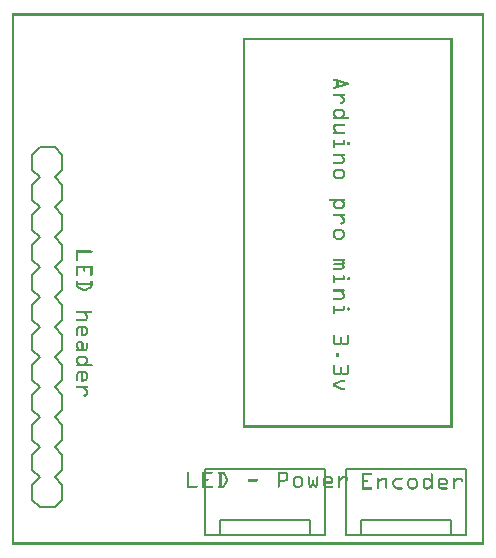
<source format=gto>
G04 MADE WITH FRITZING*
G04 WWW.FRITZING.ORG*
G04 DOUBLE SIDED*
G04 HOLES PLATED*
G04 CONTOUR ON CENTER OF CONTOUR VECTOR*
%ASAXBY*%
%FSLAX23Y23*%
%MOIN*%
%OFA0B0*%
%SFA1.0B1.0*%
%ADD10C,0.008000*%
%ADD11C,0.005000*%
%ADD12R,0.001000X0.001000*%
%LNSILK1*%
G90*
G70*
G54D10*
X142Y826D02*
X167Y801D01*
D02*
X167Y801D02*
X167Y751D01*
D02*
X167Y751D02*
X142Y726D01*
D02*
X92Y726D02*
X67Y751D01*
D02*
X67Y751D02*
X67Y801D01*
D02*
X67Y801D02*
X92Y826D01*
D02*
X167Y1001D02*
X167Y951D01*
D02*
X167Y951D02*
X142Y926D01*
D02*
X92Y926D02*
X67Y951D01*
D02*
X142Y926D02*
X167Y901D01*
D02*
X167Y901D02*
X167Y851D01*
D02*
X167Y851D02*
X142Y826D01*
D02*
X92Y826D02*
X67Y851D01*
D02*
X67Y851D02*
X67Y901D01*
D02*
X67Y901D02*
X92Y926D01*
D02*
X142Y1126D02*
X167Y1101D01*
D02*
X167Y1101D02*
X167Y1051D01*
D02*
X167Y1051D02*
X142Y1026D01*
D02*
X92Y1026D02*
X67Y1051D01*
D02*
X67Y1051D02*
X67Y1101D01*
D02*
X67Y1101D02*
X92Y1126D01*
D02*
X167Y1001D02*
X142Y1026D01*
D02*
X92Y1026D02*
X67Y1001D01*
D02*
X67Y951D02*
X67Y1001D01*
D02*
X167Y1301D02*
X167Y1251D01*
D02*
X167Y1251D02*
X142Y1226D01*
D02*
X92Y1226D02*
X67Y1251D01*
D02*
X142Y1226D02*
X167Y1201D01*
D02*
X167Y1201D02*
X167Y1151D01*
D02*
X167Y1151D02*
X142Y1126D01*
D02*
X92Y1126D02*
X67Y1151D01*
D02*
X67Y1151D02*
X67Y1201D01*
D02*
X67Y1201D02*
X92Y1226D01*
D02*
X142Y1326D02*
X92Y1326D01*
D02*
X167Y1301D02*
X142Y1326D01*
D02*
X92Y1326D02*
X67Y1301D01*
D02*
X67Y1251D02*
X67Y1301D01*
D02*
X142Y226D02*
X167Y201D01*
D02*
X167Y201D02*
X167Y151D01*
D02*
X167Y151D02*
X142Y126D01*
D02*
X92Y126D02*
X67Y151D01*
D02*
X67Y151D02*
X67Y201D01*
D02*
X67Y201D02*
X92Y226D01*
D02*
X167Y401D02*
X167Y351D01*
D02*
X167Y351D02*
X142Y326D01*
D02*
X92Y326D02*
X67Y351D01*
D02*
X142Y326D02*
X167Y301D01*
D02*
X167Y301D02*
X167Y251D01*
D02*
X167Y251D02*
X142Y226D01*
D02*
X92Y226D02*
X67Y251D01*
D02*
X67Y251D02*
X67Y301D01*
D02*
X67Y301D02*
X92Y326D01*
D02*
X142Y526D02*
X167Y501D01*
D02*
X167Y501D02*
X167Y451D01*
D02*
X167Y451D02*
X142Y426D01*
D02*
X92Y426D02*
X67Y451D01*
D02*
X67Y451D02*
X67Y501D01*
D02*
X67Y501D02*
X92Y526D01*
D02*
X167Y401D02*
X142Y426D01*
D02*
X92Y426D02*
X67Y401D01*
D02*
X67Y351D02*
X67Y401D01*
D02*
X167Y701D02*
X167Y651D01*
D02*
X167Y651D02*
X142Y626D01*
D02*
X92Y626D02*
X67Y651D01*
D02*
X142Y626D02*
X167Y601D01*
D02*
X167Y601D02*
X167Y551D01*
D02*
X167Y551D02*
X142Y526D01*
D02*
X92Y526D02*
X67Y551D01*
D02*
X67Y551D02*
X67Y601D01*
D02*
X67Y601D02*
X92Y626D01*
D02*
X167Y701D02*
X142Y726D01*
D02*
X92Y726D02*
X67Y701D01*
D02*
X67Y651D02*
X67Y701D01*
D02*
X142Y126D02*
X92Y126D01*
G54D11*
D02*
X642Y254D02*
X642Y34D01*
D02*
X1042Y254D02*
X1042Y34D01*
D02*
X1042Y254D02*
X642Y254D01*
D02*
X1042Y34D02*
X992Y34D01*
D02*
X992Y34D02*
X692Y34D01*
D02*
X692Y34D02*
X642Y34D01*
D02*
X692Y34D02*
X692Y84D01*
D02*
X692Y84D02*
X992Y84D01*
D02*
X992Y84D02*
X992Y34D01*
D02*
X1114Y253D02*
X1114Y33D01*
D02*
X1514Y253D02*
X1514Y33D01*
D02*
X1514Y253D02*
X1114Y253D01*
D02*
X1514Y33D02*
X1464Y33D01*
D02*
X1464Y33D02*
X1164Y33D01*
D02*
X1164Y33D02*
X1114Y33D01*
D02*
X1164Y33D02*
X1164Y83D01*
D02*
X1164Y83D02*
X1464Y83D01*
D02*
X1464Y83D02*
X1464Y33D01*
G54D12*
X0Y1772D02*
X1573Y1772D01*
X0Y1771D02*
X1573Y1771D01*
X0Y1770D02*
X1573Y1770D01*
X0Y1769D02*
X1573Y1769D01*
X0Y1768D02*
X1573Y1768D01*
X0Y1767D02*
X1573Y1767D01*
X0Y1766D02*
X1573Y1766D01*
X0Y1765D02*
X1573Y1765D01*
X0Y1764D02*
X7Y1764D01*
X1566Y1764D02*
X1573Y1764D01*
X0Y1763D02*
X7Y1763D01*
X1566Y1763D02*
X1573Y1763D01*
X0Y1762D02*
X7Y1762D01*
X1566Y1762D02*
X1573Y1762D01*
X0Y1761D02*
X7Y1761D01*
X1566Y1761D02*
X1573Y1761D01*
X0Y1760D02*
X7Y1760D01*
X1566Y1760D02*
X1573Y1760D01*
X0Y1759D02*
X7Y1759D01*
X1566Y1759D02*
X1573Y1759D01*
X0Y1758D02*
X7Y1758D01*
X1566Y1758D02*
X1573Y1758D01*
X0Y1757D02*
X7Y1757D01*
X1566Y1757D02*
X1573Y1757D01*
X0Y1756D02*
X7Y1756D01*
X1566Y1756D02*
X1573Y1756D01*
X0Y1755D02*
X7Y1755D01*
X1566Y1755D02*
X1573Y1755D01*
X0Y1754D02*
X7Y1754D01*
X1566Y1754D02*
X1573Y1754D01*
X0Y1753D02*
X7Y1753D01*
X1566Y1753D02*
X1573Y1753D01*
X0Y1752D02*
X7Y1752D01*
X1566Y1752D02*
X1573Y1752D01*
X0Y1751D02*
X7Y1751D01*
X1566Y1751D02*
X1573Y1751D01*
X0Y1750D02*
X7Y1750D01*
X1566Y1750D02*
X1573Y1750D01*
X0Y1749D02*
X7Y1749D01*
X1566Y1749D02*
X1573Y1749D01*
X0Y1748D02*
X7Y1748D01*
X1566Y1748D02*
X1573Y1748D01*
X0Y1747D02*
X7Y1747D01*
X1566Y1747D02*
X1573Y1747D01*
X0Y1746D02*
X7Y1746D01*
X1566Y1746D02*
X1573Y1746D01*
X0Y1745D02*
X7Y1745D01*
X1566Y1745D02*
X1573Y1745D01*
X0Y1744D02*
X7Y1744D01*
X1566Y1744D02*
X1573Y1744D01*
X0Y1743D02*
X7Y1743D01*
X1566Y1743D02*
X1573Y1743D01*
X0Y1742D02*
X7Y1742D01*
X1566Y1742D02*
X1573Y1742D01*
X0Y1741D02*
X7Y1741D01*
X1566Y1741D02*
X1573Y1741D01*
X0Y1740D02*
X7Y1740D01*
X1566Y1740D02*
X1573Y1740D01*
X0Y1739D02*
X7Y1739D01*
X1566Y1739D02*
X1573Y1739D01*
X0Y1738D02*
X7Y1738D01*
X1566Y1738D02*
X1573Y1738D01*
X0Y1737D02*
X7Y1737D01*
X1566Y1737D02*
X1573Y1737D01*
X0Y1736D02*
X7Y1736D01*
X1566Y1736D02*
X1573Y1736D01*
X0Y1735D02*
X7Y1735D01*
X1566Y1735D02*
X1573Y1735D01*
X0Y1734D02*
X7Y1734D01*
X1566Y1734D02*
X1573Y1734D01*
X0Y1733D02*
X7Y1733D01*
X1566Y1733D02*
X1573Y1733D01*
X0Y1732D02*
X7Y1732D01*
X1566Y1732D02*
X1573Y1732D01*
X0Y1731D02*
X7Y1731D01*
X1566Y1731D02*
X1573Y1731D01*
X0Y1730D02*
X7Y1730D01*
X1566Y1730D02*
X1573Y1730D01*
X0Y1729D02*
X7Y1729D01*
X1566Y1729D02*
X1573Y1729D01*
X0Y1728D02*
X7Y1728D01*
X1566Y1728D02*
X1573Y1728D01*
X0Y1727D02*
X7Y1727D01*
X1566Y1727D02*
X1573Y1727D01*
X0Y1726D02*
X7Y1726D01*
X1566Y1726D02*
X1573Y1726D01*
X0Y1725D02*
X7Y1725D01*
X1566Y1725D02*
X1573Y1725D01*
X0Y1724D02*
X7Y1724D01*
X1566Y1724D02*
X1573Y1724D01*
X0Y1723D02*
X7Y1723D01*
X1566Y1723D02*
X1573Y1723D01*
X0Y1722D02*
X7Y1722D01*
X1566Y1722D02*
X1573Y1722D01*
X0Y1721D02*
X7Y1721D01*
X1566Y1721D02*
X1573Y1721D01*
X0Y1720D02*
X7Y1720D01*
X1566Y1720D02*
X1573Y1720D01*
X0Y1719D02*
X7Y1719D01*
X1566Y1719D02*
X1573Y1719D01*
X0Y1718D02*
X7Y1718D01*
X1566Y1718D02*
X1573Y1718D01*
X0Y1717D02*
X7Y1717D01*
X1566Y1717D02*
X1573Y1717D01*
X0Y1716D02*
X7Y1716D01*
X1566Y1716D02*
X1573Y1716D01*
X0Y1715D02*
X7Y1715D01*
X1566Y1715D02*
X1573Y1715D01*
X0Y1714D02*
X7Y1714D01*
X1566Y1714D02*
X1573Y1714D01*
X0Y1713D02*
X7Y1713D01*
X1566Y1713D02*
X1573Y1713D01*
X0Y1712D02*
X7Y1712D01*
X1566Y1712D02*
X1573Y1712D01*
X0Y1711D02*
X7Y1711D01*
X1566Y1711D02*
X1573Y1711D01*
X0Y1710D02*
X7Y1710D01*
X1566Y1710D02*
X1573Y1710D01*
X0Y1709D02*
X7Y1709D01*
X1566Y1709D02*
X1573Y1709D01*
X0Y1708D02*
X7Y1708D01*
X1566Y1708D02*
X1573Y1708D01*
X0Y1707D02*
X7Y1707D01*
X1566Y1707D02*
X1573Y1707D01*
X0Y1706D02*
X7Y1706D01*
X1566Y1706D02*
X1573Y1706D01*
X0Y1705D02*
X7Y1705D01*
X1566Y1705D02*
X1573Y1705D01*
X0Y1704D02*
X7Y1704D01*
X1566Y1704D02*
X1573Y1704D01*
X0Y1703D02*
X7Y1703D01*
X1566Y1703D02*
X1573Y1703D01*
X0Y1702D02*
X7Y1702D01*
X1566Y1702D02*
X1573Y1702D01*
X0Y1701D02*
X7Y1701D01*
X1566Y1701D02*
X1573Y1701D01*
X0Y1700D02*
X7Y1700D01*
X1566Y1700D02*
X1573Y1700D01*
X0Y1699D02*
X7Y1699D01*
X1566Y1699D02*
X1573Y1699D01*
X0Y1698D02*
X7Y1698D01*
X1566Y1698D02*
X1573Y1698D01*
X0Y1697D02*
X7Y1697D01*
X1566Y1697D02*
X1573Y1697D01*
X0Y1696D02*
X7Y1696D01*
X1566Y1696D02*
X1573Y1696D01*
X0Y1695D02*
X7Y1695D01*
X1566Y1695D02*
X1573Y1695D01*
X0Y1694D02*
X7Y1694D01*
X1566Y1694D02*
X1573Y1694D01*
X0Y1693D02*
X7Y1693D01*
X1566Y1693D02*
X1573Y1693D01*
X0Y1692D02*
X7Y1692D01*
X1566Y1692D02*
X1573Y1692D01*
X0Y1691D02*
X7Y1691D01*
X770Y1691D02*
X1469Y1691D01*
X1566Y1691D02*
X1573Y1691D01*
X0Y1690D02*
X7Y1690D01*
X770Y1690D02*
X1469Y1690D01*
X1566Y1690D02*
X1573Y1690D01*
X0Y1689D02*
X7Y1689D01*
X770Y1689D02*
X1469Y1689D01*
X1566Y1689D02*
X1573Y1689D01*
X0Y1688D02*
X7Y1688D01*
X770Y1688D02*
X1469Y1688D01*
X1566Y1688D02*
X1573Y1688D01*
X0Y1687D02*
X7Y1687D01*
X770Y1687D02*
X1469Y1687D01*
X1566Y1687D02*
X1573Y1687D01*
X0Y1686D02*
X7Y1686D01*
X770Y1686D02*
X1469Y1686D01*
X1566Y1686D02*
X1573Y1686D01*
X0Y1685D02*
X7Y1685D01*
X770Y1685D02*
X1469Y1685D01*
X1566Y1685D02*
X1573Y1685D01*
X0Y1684D02*
X7Y1684D01*
X770Y1684D02*
X1469Y1684D01*
X1566Y1684D02*
X1573Y1684D01*
X0Y1683D02*
X7Y1683D01*
X770Y1683D02*
X777Y1683D01*
X1462Y1683D02*
X1469Y1683D01*
X1566Y1683D02*
X1573Y1683D01*
X0Y1682D02*
X7Y1682D01*
X770Y1682D02*
X777Y1682D01*
X1462Y1682D02*
X1469Y1682D01*
X1566Y1682D02*
X1573Y1682D01*
X0Y1681D02*
X7Y1681D01*
X770Y1681D02*
X777Y1681D01*
X1462Y1681D02*
X1469Y1681D01*
X1566Y1681D02*
X1573Y1681D01*
X0Y1680D02*
X7Y1680D01*
X770Y1680D02*
X777Y1680D01*
X1462Y1680D02*
X1469Y1680D01*
X1566Y1680D02*
X1573Y1680D01*
X0Y1679D02*
X7Y1679D01*
X770Y1679D02*
X777Y1679D01*
X1462Y1679D02*
X1469Y1679D01*
X1566Y1679D02*
X1573Y1679D01*
X0Y1678D02*
X7Y1678D01*
X770Y1678D02*
X777Y1678D01*
X1462Y1678D02*
X1469Y1678D01*
X1566Y1678D02*
X1573Y1678D01*
X0Y1677D02*
X7Y1677D01*
X770Y1677D02*
X777Y1677D01*
X1462Y1677D02*
X1469Y1677D01*
X1566Y1677D02*
X1573Y1677D01*
X0Y1676D02*
X7Y1676D01*
X770Y1676D02*
X777Y1676D01*
X1462Y1676D02*
X1469Y1676D01*
X1566Y1676D02*
X1573Y1676D01*
X0Y1675D02*
X7Y1675D01*
X770Y1675D02*
X777Y1675D01*
X1462Y1675D02*
X1469Y1675D01*
X1566Y1675D02*
X1573Y1675D01*
X0Y1674D02*
X7Y1674D01*
X770Y1674D02*
X777Y1674D01*
X1462Y1674D02*
X1469Y1674D01*
X1566Y1674D02*
X1573Y1674D01*
X0Y1673D02*
X7Y1673D01*
X770Y1673D02*
X777Y1673D01*
X1462Y1673D02*
X1469Y1673D01*
X1566Y1673D02*
X1573Y1673D01*
X0Y1672D02*
X7Y1672D01*
X770Y1672D02*
X777Y1672D01*
X1462Y1672D02*
X1469Y1672D01*
X1566Y1672D02*
X1573Y1672D01*
X0Y1671D02*
X7Y1671D01*
X770Y1671D02*
X777Y1671D01*
X1462Y1671D02*
X1469Y1671D01*
X1566Y1671D02*
X1573Y1671D01*
X0Y1670D02*
X7Y1670D01*
X770Y1670D02*
X777Y1670D01*
X1462Y1670D02*
X1469Y1670D01*
X1566Y1670D02*
X1573Y1670D01*
X0Y1669D02*
X7Y1669D01*
X770Y1669D02*
X777Y1669D01*
X1462Y1669D02*
X1469Y1669D01*
X1566Y1669D02*
X1573Y1669D01*
X0Y1668D02*
X7Y1668D01*
X770Y1668D02*
X777Y1668D01*
X1462Y1668D02*
X1469Y1668D01*
X1566Y1668D02*
X1573Y1668D01*
X0Y1667D02*
X7Y1667D01*
X770Y1667D02*
X777Y1667D01*
X1462Y1667D02*
X1469Y1667D01*
X1566Y1667D02*
X1573Y1667D01*
X0Y1666D02*
X7Y1666D01*
X770Y1666D02*
X777Y1666D01*
X1462Y1666D02*
X1469Y1666D01*
X1566Y1666D02*
X1573Y1666D01*
X0Y1665D02*
X7Y1665D01*
X770Y1665D02*
X777Y1665D01*
X1462Y1665D02*
X1469Y1665D01*
X1566Y1665D02*
X1573Y1665D01*
X0Y1664D02*
X7Y1664D01*
X770Y1664D02*
X777Y1664D01*
X1462Y1664D02*
X1469Y1664D01*
X1566Y1664D02*
X1573Y1664D01*
X0Y1663D02*
X7Y1663D01*
X770Y1663D02*
X777Y1663D01*
X1462Y1663D02*
X1469Y1663D01*
X1566Y1663D02*
X1573Y1663D01*
X0Y1662D02*
X7Y1662D01*
X770Y1662D02*
X777Y1662D01*
X1462Y1662D02*
X1469Y1662D01*
X1566Y1662D02*
X1573Y1662D01*
X0Y1661D02*
X7Y1661D01*
X770Y1661D02*
X777Y1661D01*
X1462Y1661D02*
X1469Y1661D01*
X1566Y1661D02*
X1573Y1661D01*
X0Y1660D02*
X7Y1660D01*
X770Y1660D02*
X777Y1660D01*
X1462Y1660D02*
X1469Y1660D01*
X1566Y1660D02*
X1573Y1660D01*
X0Y1659D02*
X7Y1659D01*
X770Y1659D02*
X777Y1659D01*
X1462Y1659D02*
X1469Y1659D01*
X1566Y1659D02*
X1573Y1659D01*
X0Y1658D02*
X7Y1658D01*
X770Y1658D02*
X777Y1658D01*
X1462Y1658D02*
X1469Y1658D01*
X1566Y1658D02*
X1573Y1658D01*
X0Y1657D02*
X7Y1657D01*
X770Y1657D02*
X777Y1657D01*
X1462Y1657D02*
X1469Y1657D01*
X1566Y1657D02*
X1573Y1657D01*
X0Y1656D02*
X7Y1656D01*
X770Y1656D02*
X777Y1656D01*
X1462Y1656D02*
X1469Y1656D01*
X1566Y1656D02*
X1573Y1656D01*
X0Y1655D02*
X7Y1655D01*
X770Y1655D02*
X777Y1655D01*
X1462Y1655D02*
X1469Y1655D01*
X1566Y1655D02*
X1573Y1655D01*
X0Y1654D02*
X7Y1654D01*
X770Y1654D02*
X777Y1654D01*
X1462Y1654D02*
X1469Y1654D01*
X1566Y1654D02*
X1573Y1654D01*
X0Y1653D02*
X7Y1653D01*
X770Y1653D02*
X777Y1653D01*
X1462Y1653D02*
X1469Y1653D01*
X1566Y1653D02*
X1573Y1653D01*
X0Y1652D02*
X7Y1652D01*
X770Y1652D02*
X777Y1652D01*
X1462Y1652D02*
X1469Y1652D01*
X1566Y1652D02*
X1573Y1652D01*
X0Y1651D02*
X7Y1651D01*
X770Y1651D02*
X777Y1651D01*
X1462Y1651D02*
X1469Y1651D01*
X1566Y1651D02*
X1573Y1651D01*
X0Y1650D02*
X7Y1650D01*
X770Y1650D02*
X777Y1650D01*
X1462Y1650D02*
X1469Y1650D01*
X1566Y1650D02*
X1573Y1650D01*
X0Y1649D02*
X7Y1649D01*
X770Y1649D02*
X777Y1649D01*
X1462Y1649D02*
X1469Y1649D01*
X1566Y1649D02*
X1573Y1649D01*
X0Y1648D02*
X7Y1648D01*
X770Y1648D02*
X777Y1648D01*
X1462Y1648D02*
X1469Y1648D01*
X1566Y1648D02*
X1573Y1648D01*
X0Y1647D02*
X7Y1647D01*
X770Y1647D02*
X777Y1647D01*
X1462Y1647D02*
X1469Y1647D01*
X1566Y1647D02*
X1573Y1647D01*
X0Y1646D02*
X7Y1646D01*
X770Y1646D02*
X777Y1646D01*
X1462Y1646D02*
X1469Y1646D01*
X1566Y1646D02*
X1573Y1646D01*
X0Y1645D02*
X7Y1645D01*
X770Y1645D02*
X777Y1645D01*
X1462Y1645D02*
X1469Y1645D01*
X1566Y1645D02*
X1573Y1645D01*
X0Y1644D02*
X7Y1644D01*
X770Y1644D02*
X777Y1644D01*
X1462Y1644D02*
X1469Y1644D01*
X1566Y1644D02*
X1573Y1644D01*
X0Y1643D02*
X7Y1643D01*
X770Y1643D02*
X777Y1643D01*
X1462Y1643D02*
X1469Y1643D01*
X1566Y1643D02*
X1573Y1643D01*
X0Y1642D02*
X7Y1642D01*
X770Y1642D02*
X777Y1642D01*
X1462Y1642D02*
X1469Y1642D01*
X1566Y1642D02*
X1573Y1642D01*
X0Y1641D02*
X7Y1641D01*
X770Y1641D02*
X777Y1641D01*
X1462Y1641D02*
X1469Y1641D01*
X1566Y1641D02*
X1573Y1641D01*
X0Y1640D02*
X7Y1640D01*
X770Y1640D02*
X777Y1640D01*
X1462Y1640D02*
X1469Y1640D01*
X1566Y1640D02*
X1573Y1640D01*
X0Y1639D02*
X7Y1639D01*
X770Y1639D02*
X777Y1639D01*
X1462Y1639D02*
X1469Y1639D01*
X1566Y1639D02*
X1573Y1639D01*
X0Y1638D02*
X7Y1638D01*
X770Y1638D02*
X777Y1638D01*
X1462Y1638D02*
X1469Y1638D01*
X1566Y1638D02*
X1573Y1638D01*
X0Y1637D02*
X7Y1637D01*
X770Y1637D02*
X777Y1637D01*
X1462Y1637D02*
X1469Y1637D01*
X1566Y1637D02*
X1573Y1637D01*
X0Y1636D02*
X7Y1636D01*
X770Y1636D02*
X777Y1636D01*
X1462Y1636D02*
X1469Y1636D01*
X1566Y1636D02*
X1573Y1636D01*
X0Y1635D02*
X7Y1635D01*
X770Y1635D02*
X777Y1635D01*
X1462Y1635D02*
X1469Y1635D01*
X1566Y1635D02*
X1573Y1635D01*
X0Y1634D02*
X7Y1634D01*
X770Y1634D02*
X777Y1634D01*
X1462Y1634D02*
X1469Y1634D01*
X1566Y1634D02*
X1573Y1634D01*
X0Y1633D02*
X7Y1633D01*
X770Y1633D02*
X777Y1633D01*
X1462Y1633D02*
X1469Y1633D01*
X1566Y1633D02*
X1573Y1633D01*
X0Y1632D02*
X7Y1632D01*
X770Y1632D02*
X777Y1632D01*
X1462Y1632D02*
X1469Y1632D01*
X1566Y1632D02*
X1573Y1632D01*
X0Y1631D02*
X7Y1631D01*
X770Y1631D02*
X777Y1631D01*
X1462Y1631D02*
X1469Y1631D01*
X1566Y1631D02*
X1573Y1631D01*
X0Y1630D02*
X7Y1630D01*
X770Y1630D02*
X777Y1630D01*
X1462Y1630D02*
X1469Y1630D01*
X1566Y1630D02*
X1573Y1630D01*
X0Y1629D02*
X7Y1629D01*
X770Y1629D02*
X777Y1629D01*
X1462Y1629D02*
X1469Y1629D01*
X1566Y1629D02*
X1573Y1629D01*
X0Y1628D02*
X7Y1628D01*
X770Y1628D02*
X777Y1628D01*
X1462Y1628D02*
X1469Y1628D01*
X1566Y1628D02*
X1573Y1628D01*
X0Y1627D02*
X7Y1627D01*
X770Y1627D02*
X777Y1627D01*
X1462Y1627D02*
X1469Y1627D01*
X1566Y1627D02*
X1573Y1627D01*
X0Y1626D02*
X7Y1626D01*
X770Y1626D02*
X777Y1626D01*
X1462Y1626D02*
X1469Y1626D01*
X1566Y1626D02*
X1573Y1626D01*
X0Y1625D02*
X7Y1625D01*
X770Y1625D02*
X777Y1625D01*
X1462Y1625D02*
X1469Y1625D01*
X1566Y1625D02*
X1573Y1625D01*
X0Y1624D02*
X7Y1624D01*
X770Y1624D02*
X777Y1624D01*
X1462Y1624D02*
X1469Y1624D01*
X1566Y1624D02*
X1573Y1624D01*
X0Y1623D02*
X7Y1623D01*
X770Y1623D02*
X777Y1623D01*
X1462Y1623D02*
X1469Y1623D01*
X1566Y1623D02*
X1573Y1623D01*
X0Y1622D02*
X7Y1622D01*
X770Y1622D02*
X777Y1622D01*
X1462Y1622D02*
X1469Y1622D01*
X1566Y1622D02*
X1573Y1622D01*
X0Y1621D02*
X7Y1621D01*
X770Y1621D02*
X777Y1621D01*
X1462Y1621D02*
X1469Y1621D01*
X1566Y1621D02*
X1573Y1621D01*
X0Y1620D02*
X7Y1620D01*
X770Y1620D02*
X777Y1620D01*
X1462Y1620D02*
X1469Y1620D01*
X1566Y1620D02*
X1573Y1620D01*
X0Y1619D02*
X7Y1619D01*
X770Y1619D02*
X777Y1619D01*
X1462Y1619D02*
X1469Y1619D01*
X1566Y1619D02*
X1573Y1619D01*
X0Y1618D02*
X7Y1618D01*
X770Y1618D02*
X777Y1618D01*
X1462Y1618D02*
X1469Y1618D01*
X1566Y1618D02*
X1573Y1618D01*
X0Y1617D02*
X7Y1617D01*
X770Y1617D02*
X777Y1617D01*
X1462Y1617D02*
X1469Y1617D01*
X1566Y1617D02*
X1573Y1617D01*
X0Y1616D02*
X7Y1616D01*
X770Y1616D02*
X777Y1616D01*
X1462Y1616D02*
X1469Y1616D01*
X1566Y1616D02*
X1573Y1616D01*
X0Y1615D02*
X7Y1615D01*
X770Y1615D02*
X777Y1615D01*
X1462Y1615D02*
X1469Y1615D01*
X1566Y1615D02*
X1573Y1615D01*
X0Y1614D02*
X7Y1614D01*
X770Y1614D02*
X777Y1614D01*
X1462Y1614D02*
X1469Y1614D01*
X1566Y1614D02*
X1573Y1614D01*
X0Y1613D02*
X7Y1613D01*
X770Y1613D02*
X777Y1613D01*
X1462Y1613D02*
X1469Y1613D01*
X1566Y1613D02*
X1573Y1613D01*
X0Y1612D02*
X7Y1612D01*
X770Y1612D02*
X777Y1612D01*
X1462Y1612D02*
X1469Y1612D01*
X1566Y1612D02*
X1573Y1612D01*
X0Y1611D02*
X7Y1611D01*
X770Y1611D02*
X777Y1611D01*
X1462Y1611D02*
X1469Y1611D01*
X1566Y1611D02*
X1573Y1611D01*
X0Y1610D02*
X7Y1610D01*
X770Y1610D02*
X777Y1610D01*
X1462Y1610D02*
X1469Y1610D01*
X1566Y1610D02*
X1573Y1610D01*
X0Y1609D02*
X7Y1609D01*
X770Y1609D02*
X777Y1609D01*
X1462Y1609D02*
X1469Y1609D01*
X1566Y1609D02*
X1573Y1609D01*
X0Y1608D02*
X7Y1608D01*
X770Y1608D02*
X777Y1608D01*
X1462Y1608D02*
X1469Y1608D01*
X1566Y1608D02*
X1573Y1608D01*
X0Y1607D02*
X7Y1607D01*
X770Y1607D02*
X777Y1607D01*
X1462Y1607D02*
X1469Y1607D01*
X1566Y1607D02*
X1573Y1607D01*
X0Y1606D02*
X7Y1606D01*
X770Y1606D02*
X777Y1606D01*
X1462Y1606D02*
X1469Y1606D01*
X1566Y1606D02*
X1573Y1606D01*
X0Y1605D02*
X7Y1605D01*
X770Y1605D02*
X777Y1605D01*
X1462Y1605D02*
X1469Y1605D01*
X1566Y1605D02*
X1573Y1605D01*
X0Y1604D02*
X7Y1604D01*
X770Y1604D02*
X777Y1604D01*
X1462Y1604D02*
X1469Y1604D01*
X1566Y1604D02*
X1573Y1604D01*
X0Y1603D02*
X7Y1603D01*
X770Y1603D02*
X777Y1603D01*
X1462Y1603D02*
X1469Y1603D01*
X1566Y1603D02*
X1573Y1603D01*
X0Y1602D02*
X7Y1602D01*
X770Y1602D02*
X777Y1602D01*
X1462Y1602D02*
X1469Y1602D01*
X1566Y1602D02*
X1573Y1602D01*
X0Y1601D02*
X7Y1601D01*
X770Y1601D02*
X777Y1601D01*
X1462Y1601D02*
X1469Y1601D01*
X1566Y1601D02*
X1573Y1601D01*
X0Y1600D02*
X7Y1600D01*
X770Y1600D02*
X777Y1600D01*
X1462Y1600D02*
X1469Y1600D01*
X1566Y1600D02*
X1573Y1600D01*
X0Y1599D02*
X7Y1599D01*
X770Y1599D02*
X777Y1599D01*
X1462Y1599D02*
X1469Y1599D01*
X1566Y1599D02*
X1573Y1599D01*
X0Y1598D02*
X7Y1598D01*
X770Y1598D02*
X777Y1598D01*
X1462Y1598D02*
X1469Y1598D01*
X1566Y1598D02*
X1573Y1598D01*
X0Y1597D02*
X7Y1597D01*
X770Y1597D02*
X777Y1597D01*
X1462Y1597D02*
X1469Y1597D01*
X1566Y1597D02*
X1573Y1597D01*
X0Y1596D02*
X7Y1596D01*
X770Y1596D02*
X777Y1596D01*
X1462Y1596D02*
X1469Y1596D01*
X1566Y1596D02*
X1573Y1596D01*
X0Y1595D02*
X7Y1595D01*
X770Y1595D02*
X777Y1595D01*
X1462Y1595D02*
X1469Y1595D01*
X1566Y1595D02*
X1573Y1595D01*
X0Y1594D02*
X7Y1594D01*
X770Y1594D02*
X777Y1594D01*
X1462Y1594D02*
X1469Y1594D01*
X1566Y1594D02*
X1573Y1594D01*
X0Y1593D02*
X7Y1593D01*
X770Y1593D02*
X777Y1593D01*
X1462Y1593D02*
X1469Y1593D01*
X1566Y1593D02*
X1573Y1593D01*
X0Y1592D02*
X7Y1592D01*
X770Y1592D02*
X777Y1592D01*
X1462Y1592D02*
X1469Y1592D01*
X1566Y1592D02*
X1573Y1592D01*
X0Y1591D02*
X7Y1591D01*
X770Y1591D02*
X777Y1591D01*
X1462Y1591D02*
X1469Y1591D01*
X1566Y1591D02*
X1573Y1591D01*
X0Y1590D02*
X7Y1590D01*
X770Y1590D02*
X777Y1590D01*
X1462Y1590D02*
X1469Y1590D01*
X1566Y1590D02*
X1573Y1590D01*
X0Y1589D02*
X7Y1589D01*
X770Y1589D02*
X777Y1589D01*
X1462Y1589D02*
X1469Y1589D01*
X1566Y1589D02*
X1573Y1589D01*
X0Y1588D02*
X7Y1588D01*
X770Y1588D02*
X777Y1588D01*
X1462Y1588D02*
X1469Y1588D01*
X1566Y1588D02*
X1573Y1588D01*
X0Y1587D02*
X7Y1587D01*
X770Y1587D02*
X777Y1587D01*
X1462Y1587D02*
X1469Y1587D01*
X1566Y1587D02*
X1573Y1587D01*
X0Y1586D02*
X7Y1586D01*
X770Y1586D02*
X777Y1586D01*
X1462Y1586D02*
X1469Y1586D01*
X1566Y1586D02*
X1573Y1586D01*
X0Y1585D02*
X7Y1585D01*
X770Y1585D02*
X777Y1585D01*
X1462Y1585D02*
X1469Y1585D01*
X1566Y1585D02*
X1573Y1585D01*
X0Y1584D02*
X7Y1584D01*
X770Y1584D02*
X777Y1584D01*
X1462Y1584D02*
X1469Y1584D01*
X1566Y1584D02*
X1573Y1584D01*
X0Y1583D02*
X7Y1583D01*
X770Y1583D02*
X777Y1583D01*
X1462Y1583D02*
X1469Y1583D01*
X1566Y1583D02*
X1573Y1583D01*
X0Y1582D02*
X7Y1582D01*
X770Y1582D02*
X777Y1582D01*
X1462Y1582D02*
X1469Y1582D01*
X1566Y1582D02*
X1573Y1582D01*
X0Y1581D02*
X7Y1581D01*
X770Y1581D02*
X777Y1581D01*
X1462Y1581D02*
X1469Y1581D01*
X1566Y1581D02*
X1573Y1581D01*
X0Y1580D02*
X7Y1580D01*
X770Y1580D02*
X777Y1580D01*
X1462Y1580D02*
X1469Y1580D01*
X1566Y1580D02*
X1573Y1580D01*
X0Y1579D02*
X7Y1579D01*
X770Y1579D02*
X777Y1579D01*
X1462Y1579D02*
X1469Y1579D01*
X1566Y1579D02*
X1573Y1579D01*
X0Y1578D02*
X7Y1578D01*
X770Y1578D02*
X777Y1578D01*
X1462Y1578D02*
X1469Y1578D01*
X1566Y1578D02*
X1573Y1578D01*
X0Y1577D02*
X7Y1577D01*
X770Y1577D02*
X777Y1577D01*
X1462Y1577D02*
X1469Y1577D01*
X1566Y1577D02*
X1573Y1577D01*
X0Y1576D02*
X7Y1576D01*
X770Y1576D02*
X777Y1576D01*
X1462Y1576D02*
X1469Y1576D01*
X1566Y1576D02*
X1573Y1576D01*
X0Y1575D02*
X7Y1575D01*
X770Y1575D02*
X777Y1575D01*
X1462Y1575D02*
X1469Y1575D01*
X1566Y1575D02*
X1573Y1575D01*
X0Y1574D02*
X7Y1574D01*
X770Y1574D02*
X777Y1574D01*
X1462Y1574D02*
X1469Y1574D01*
X1566Y1574D02*
X1573Y1574D01*
X0Y1573D02*
X7Y1573D01*
X770Y1573D02*
X777Y1573D01*
X1462Y1573D02*
X1469Y1573D01*
X1566Y1573D02*
X1573Y1573D01*
X0Y1572D02*
X7Y1572D01*
X770Y1572D02*
X777Y1572D01*
X1462Y1572D02*
X1469Y1572D01*
X1566Y1572D02*
X1573Y1572D01*
X0Y1571D02*
X7Y1571D01*
X770Y1571D02*
X777Y1571D01*
X1462Y1571D02*
X1469Y1571D01*
X1566Y1571D02*
X1573Y1571D01*
X0Y1570D02*
X7Y1570D01*
X770Y1570D02*
X777Y1570D01*
X1462Y1570D02*
X1469Y1570D01*
X1566Y1570D02*
X1573Y1570D01*
X0Y1569D02*
X7Y1569D01*
X770Y1569D02*
X777Y1569D01*
X1462Y1569D02*
X1469Y1569D01*
X1566Y1569D02*
X1573Y1569D01*
X0Y1568D02*
X7Y1568D01*
X770Y1568D02*
X777Y1568D01*
X1462Y1568D02*
X1469Y1568D01*
X1566Y1568D02*
X1573Y1568D01*
X0Y1567D02*
X7Y1567D01*
X770Y1567D02*
X777Y1567D01*
X1462Y1567D02*
X1469Y1567D01*
X1566Y1567D02*
X1573Y1567D01*
X0Y1566D02*
X7Y1566D01*
X770Y1566D02*
X777Y1566D01*
X1462Y1566D02*
X1469Y1566D01*
X1566Y1566D02*
X1573Y1566D01*
X0Y1565D02*
X7Y1565D01*
X770Y1565D02*
X777Y1565D01*
X1462Y1565D02*
X1469Y1565D01*
X1566Y1565D02*
X1573Y1565D01*
X0Y1564D02*
X7Y1564D01*
X770Y1564D02*
X777Y1564D01*
X1462Y1564D02*
X1469Y1564D01*
X1566Y1564D02*
X1573Y1564D01*
X0Y1563D02*
X7Y1563D01*
X770Y1563D02*
X777Y1563D01*
X1462Y1563D02*
X1469Y1563D01*
X1566Y1563D02*
X1573Y1563D01*
X0Y1562D02*
X7Y1562D01*
X770Y1562D02*
X777Y1562D01*
X1462Y1562D02*
X1469Y1562D01*
X1566Y1562D02*
X1573Y1562D01*
X0Y1561D02*
X7Y1561D01*
X770Y1561D02*
X777Y1561D01*
X1462Y1561D02*
X1469Y1561D01*
X1566Y1561D02*
X1573Y1561D01*
X0Y1560D02*
X7Y1560D01*
X770Y1560D02*
X777Y1560D01*
X1462Y1560D02*
X1469Y1560D01*
X1566Y1560D02*
X1573Y1560D01*
X0Y1559D02*
X7Y1559D01*
X770Y1559D02*
X777Y1559D01*
X1462Y1559D02*
X1469Y1559D01*
X1566Y1559D02*
X1573Y1559D01*
X0Y1558D02*
X7Y1558D01*
X770Y1558D02*
X777Y1558D01*
X1462Y1558D02*
X1469Y1558D01*
X1566Y1558D02*
X1573Y1558D01*
X0Y1557D02*
X7Y1557D01*
X770Y1557D02*
X777Y1557D01*
X1462Y1557D02*
X1469Y1557D01*
X1566Y1557D02*
X1573Y1557D01*
X0Y1556D02*
X7Y1556D01*
X770Y1556D02*
X777Y1556D01*
X1462Y1556D02*
X1469Y1556D01*
X1566Y1556D02*
X1573Y1556D01*
X0Y1555D02*
X7Y1555D01*
X770Y1555D02*
X777Y1555D01*
X1072Y1555D02*
X1074Y1555D01*
X1462Y1555D02*
X1469Y1555D01*
X1566Y1555D02*
X1573Y1555D01*
X0Y1554D02*
X7Y1554D01*
X770Y1554D02*
X777Y1554D01*
X1071Y1554D02*
X1078Y1554D01*
X1462Y1554D02*
X1469Y1554D01*
X1566Y1554D02*
X1573Y1554D01*
X0Y1553D02*
X7Y1553D01*
X770Y1553D02*
X777Y1553D01*
X1071Y1553D02*
X1081Y1553D01*
X1462Y1553D02*
X1469Y1553D01*
X1566Y1553D02*
X1573Y1553D01*
X0Y1552D02*
X7Y1552D01*
X770Y1552D02*
X777Y1552D01*
X1070Y1552D02*
X1085Y1552D01*
X1462Y1552D02*
X1469Y1552D01*
X1566Y1552D02*
X1573Y1552D01*
X0Y1551D02*
X7Y1551D01*
X770Y1551D02*
X777Y1551D01*
X1070Y1551D02*
X1088Y1551D01*
X1462Y1551D02*
X1469Y1551D01*
X1566Y1551D02*
X1573Y1551D01*
X0Y1550D02*
X7Y1550D01*
X770Y1550D02*
X777Y1550D01*
X1071Y1550D02*
X1092Y1550D01*
X1462Y1550D02*
X1469Y1550D01*
X1566Y1550D02*
X1573Y1550D01*
X0Y1549D02*
X7Y1549D01*
X770Y1549D02*
X777Y1549D01*
X1072Y1549D02*
X1095Y1549D01*
X1462Y1549D02*
X1469Y1549D01*
X1566Y1549D02*
X1573Y1549D01*
X0Y1548D02*
X7Y1548D01*
X770Y1548D02*
X777Y1548D01*
X1074Y1548D02*
X1098Y1548D01*
X1462Y1548D02*
X1469Y1548D01*
X1566Y1548D02*
X1573Y1548D01*
X0Y1547D02*
X7Y1547D01*
X770Y1547D02*
X777Y1547D01*
X1078Y1547D02*
X1102Y1547D01*
X1462Y1547D02*
X1469Y1547D01*
X1566Y1547D02*
X1573Y1547D01*
X0Y1546D02*
X7Y1546D01*
X770Y1546D02*
X777Y1546D01*
X1081Y1546D02*
X1105Y1546D01*
X1462Y1546D02*
X1469Y1546D01*
X1566Y1546D02*
X1573Y1546D01*
X0Y1545D02*
X7Y1545D01*
X770Y1545D02*
X777Y1545D01*
X1082Y1545D02*
X1109Y1545D01*
X1462Y1545D02*
X1469Y1545D01*
X1566Y1545D02*
X1573Y1545D01*
X0Y1544D02*
X7Y1544D01*
X770Y1544D02*
X777Y1544D01*
X1082Y1544D02*
X1112Y1544D01*
X1462Y1544D02*
X1469Y1544D01*
X1566Y1544D02*
X1573Y1544D01*
X0Y1543D02*
X7Y1543D01*
X770Y1543D02*
X777Y1543D01*
X1082Y1543D02*
X1088Y1543D01*
X1091Y1543D02*
X1115Y1543D01*
X1462Y1543D02*
X1469Y1543D01*
X1566Y1543D02*
X1573Y1543D01*
X0Y1542D02*
X7Y1542D01*
X770Y1542D02*
X777Y1542D01*
X1082Y1542D02*
X1088Y1542D01*
X1095Y1542D02*
X1119Y1542D01*
X1462Y1542D02*
X1469Y1542D01*
X1566Y1542D02*
X1573Y1542D01*
X0Y1541D02*
X7Y1541D01*
X770Y1541D02*
X777Y1541D01*
X1082Y1541D02*
X1088Y1541D01*
X1098Y1541D02*
X1122Y1541D01*
X1462Y1541D02*
X1469Y1541D01*
X1566Y1541D02*
X1573Y1541D01*
X0Y1540D02*
X7Y1540D01*
X770Y1540D02*
X777Y1540D01*
X1082Y1540D02*
X1088Y1540D01*
X1102Y1540D02*
X1123Y1540D01*
X1462Y1540D02*
X1469Y1540D01*
X1566Y1540D02*
X1573Y1540D01*
X0Y1539D02*
X7Y1539D01*
X770Y1539D02*
X777Y1539D01*
X1082Y1539D02*
X1088Y1539D01*
X1105Y1539D02*
X1123Y1539D01*
X1462Y1539D02*
X1469Y1539D01*
X1566Y1539D02*
X1573Y1539D01*
X0Y1538D02*
X7Y1538D01*
X770Y1538D02*
X777Y1538D01*
X1082Y1538D02*
X1088Y1538D01*
X1108Y1538D02*
X1123Y1538D01*
X1462Y1538D02*
X1469Y1538D01*
X1566Y1538D02*
X1573Y1538D01*
X0Y1537D02*
X7Y1537D01*
X770Y1537D02*
X777Y1537D01*
X1082Y1537D02*
X1088Y1537D01*
X1105Y1537D02*
X1123Y1537D01*
X1462Y1537D02*
X1469Y1537D01*
X1566Y1537D02*
X1573Y1537D01*
X0Y1536D02*
X7Y1536D01*
X770Y1536D02*
X777Y1536D01*
X1082Y1536D02*
X1088Y1536D01*
X1102Y1536D02*
X1123Y1536D01*
X1462Y1536D02*
X1469Y1536D01*
X1566Y1536D02*
X1573Y1536D01*
X0Y1535D02*
X7Y1535D01*
X770Y1535D02*
X777Y1535D01*
X1082Y1535D02*
X1088Y1535D01*
X1098Y1535D02*
X1122Y1535D01*
X1462Y1535D02*
X1469Y1535D01*
X1566Y1535D02*
X1573Y1535D01*
X0Y1534D02*
X7Y1534D01*
X770Y1534D02*
X777Y1534D01*
X1082Y1534D02*
X1088Y1534D01*
X1095Y1534D02*
X1119Y1534D01*
X1462Y1534D02*
X1469Y1534D01*
X1566Y1534D02*
X1573Y1534D01*
X0Y1533D02*
X7Y1533D01*
X770Y1533D02*
X777Y1533D01*
X1082Y1533D02*
X1088Y1533D01*
X1091Y1533D02*
X1115Y1533D01*
X1462Y1533D02*
X1469Y1533D01*
X1566Y1533D02*
X1573Y1533D01*
X0Y1532D02*
X7Y1532D01*
X770Y1532D02*
X777Y1532D01*
X1082Y1532D02*
X1112Y1532D01*
X1462Y1532D02*
X1469Y1532D01*
X1566Y1532D02*
X1573Y1532D01*
X0Y1531D02*
X7Y1531D01*
X770Y1531D02*
X777Y1531D01*
X1082Y1531D02*
X1109Y1531D01*
X1462Y1531D02*
X1469Y1531D01*
X1566Y1531D02*
X1573Y1531D01*
X0Y1530D02*
X7Y1530D01*
X770Y1530D02*
X777Y1530D01*
X1081Y1530D02*
X1105Y1530D01*
X1462Y1530D02*
X1469Y1530D01*
X1566Y1530D02*
X1573Y1530D01*
X0Y1529D02*
X7Y1529D01*
X770Y1529D02*
X777Y1529D01*
X1078Y1529D02*
X1102Y1529D01*
X1462Y1529D02*
X1469Y1529D01*
X1566Y1529D02*
X1573Y1529D01*
X0Y1528D02*
X7Y1528D01*
X770Y1528D02*
X777Y1528D01*
X1074Y1528D02*
X1098Y1528D01*
X1462Y1528D02*
X1469Y1528D01*
X1566Y1528D02*
X1573Y1528D01*
X0Y1527D02*
X7Y1527D01*
X770Y1527D02*
X777Y1527D01*
X1072Y1527D02*
X1095Y1527D01*
X1462Y1527D02*
X1469Y1527D01*
X1566Y1527D02*
X1573Y1527D01*
X0Y1526D02*
X7Y1526D01*
X770Y1526D02*
X777Y1526D01*
X1071Y1526D02*
X1091Y1526D01*
X1462Y1526D02*
X1469Y1526D01*
X1566Y1526D02*
X1573Y1526D01*
X0Y1525D02*
X7Y1525D01*
X770Y1525D02*
X777Y1525D01*
X1070Y1525D02*
X1088Y1525D01*
X1462Y1525D02*
X1469Y1525D01*
X1566Y1525D02*
X1573Y1525D01*
X0Y1524D02*
X7Y1524D01*
X770Y1524D02*
X777Y1524D01*
X1070Y1524D02*
X1085Y1524D01*
X1462Y1524D02*
X1469Y1524D01*
X1566Y1524D02*
X1573Y1524D01*
X0Y1523D02*
X7Y1523D01*
X770Y1523D02*
X777Y1523D01*
X1071Y1523D02*
X1081Y1523D01*
X1462Y1523D02*
X1469Y1523D01*
X1566Y1523D02*
X1573Y1523D01*
X0Y1522D02*
X7Y1522D01*
X770Y1522D02*
X777Y1522D01*
X1071Y1522D02*
X1078Y1522D01*
X1462Y1522D02*
X1469Y1522D01*
X1566Y1522D02*
X1573Y1522D01*
X0Y1521D02*
X7Y1521D01*
X770Y1521D02*
X777Y1521D01*
X1072Y1521D02*
X1074Y1521D01*
X1462Y1521D02*
X1469Y1521D01*
X1566Y1521D02*
X1573Y1521D01*
X0Y1520D02*
X7Y1520D01*
X770Y1520D02*
X777Y1520D01*
X1462Y1520D02*
X1469Y1520D01*
X1566Y1520D02*
X1573Y1520D01*
X0Y1519D02*
X7Y1519D01*
X770Y1519D02*
X777Y1519D01*
X1462Y1519D02*
X1469Y1519D01*
X1566Y1519D02*
X1573Y1519D01*
X0Y1518D02*
X7Y1518D01*
X770Y1518D02*
X777Y1518D01*
X1462Y1518D02*
X1469Y1518D01*
X1566Y1518D02*
X1573Y1518D01*
X0Y1517D02*
X7Y1517D01*
X770Y1517D02*
X777Y1517D01*
X1462Y1517D02*
X1469Y1517D01*
X1566Y1517D02*
X1573Y1517D01*
X0Y1516D02*
X7Y1516D01*
X770Y1516D02*
X777Y1516D01*
X1462Y1516D02*
X1469Y1516D01*
X1566Y1516D02*
X1573Y1516D01*
X0Y1515D02*
X7Y1515D01*
X770Y1515D02*
X777Y1515D01*
X1462Y1515D02*
X1469Y1515D01*
X1566Y1515D02*
X1573Y1515D01*
X0Y1514D02*
X7Y1514D01*
X770Y1514D02*
X777Y1514D01*
X1462Y1514D02*
X1469Y1514D01*
X1566Y1514D02*
X1573Y1514D01*
X0Y1513D02*
X7Y1513D01*
X770Y1513D02*
X777Y1513D01*
X1462Y1513D02*
X1469Y1513D01*
X1566Y1513D02*
X1573Y1513D01*
X0Y1512D02*
X7Y1512D01*
X770Y1512D02*
X777Y1512D01*
X1462Y1512D02*
X1469Y1512D01*
X1566Y1512D02*
X1573Y1512D01*
X0Y1511D02*
X7Y1511D01*
X770Y1511D02*
X777Y1511D01*
X1462Y1511D02*
X1469Y1511D01*
X1566Y1511D02*
X1573Y1511D01*
X0Y1510D02*
X7Y1510D01*
X770Y1510D02*
X777Y1510D01*
X1462Y1510D02*
X1469Y1510D01*
X1566Y1510D02*
X1573Y1510D01*
X0Y1509D02*
X7Y1509D01*
X770Y1509D02*
X777Y1509D01*
X1462Y1509D02*
X1469Y1509D01*
X1566Y1509D02*
X1573Y1509D01*
X0Y1508D02*
X7Y1508D01*
X770Y1508D02*
X777Y1508D01*
X1462Y1508D02*
X1469Y1508D01*
X1566Y1508D02*
X1573Y1508D01*
X0Y1507D02*
X7Y1507D01*
X770Y1507D02*
X777Y1507D01*
X1462Y1507D02*
X1469Y1507D01*
X1566Y1507D02*
X1573Y1507D01*
X0Y1506D02*
X7Y1506D01*
X770Y1506D02*
X777Y1506D01*
X1462Y1506D02*
X1469Y1506D01*
X1566Y1506D02*
X1573Y1506D01*
X0Y1505D02*
X7Y1505D01*
X770Y1505D02*
X777Y1505D01*
X1074Y1505D02*
X1106Y1505D01*
X1462Y1505D02*
X1469Y1505D01*
X1566Y1505D02*
X1573Y1505D01*
X0Y1504D02*
X7Y1504D01*
X770Y1504D02*
X777Y1504D01*
X1071Y1504D02*
X1108Y1504D01*
X1462Y1504D02*
X1469Y1504D01*
X1566Y1504D02*
X1573Y1504D01*
X0Y1503D02*
X7Y1503D01*
X770Y1503D02*
X777Y1503D01*
X1071Y1503D02*
X1108Y1503D01*
X1462Y1503D02*
X1469Y1503D01*
X1566Y1503D02*
X1573Y1503D01*
X0Y1502D02*
X7Y1502D01*
X770Y1502D02*
X777Y1502D01*
X1070Y1502D02*
X1109Y1502D01*
X1462Y1502D02*
X1469Y1502D01*
X1566Y1502D02*
X1573Y1502D01*
X0Y1501D02*
X7Y1501D01*
X770Y1501D02*
X777Y1501D01*
X1070Y1501D02*
X1109Y1501D01*
X1462Y1501D02*
X1469Y1501D01*
X1566Y1501D02*
X1573Y1501D01*
X0Y1500D02*
X7Y1500D01*
X770Y1500D02*
X777Y1500D01*
X1071Y1500D02*
X1108Y1500D01*
X1462Y1500D02*
X1469Y1500D01*
X1566Y1500D02*
X1573Y1500D01*
X0Y1499D02*
X7Y1499D01*
X770Y1499D02*
X777Y1499D01*
X1072Y1499D02*
X1108Y1499D01*
X1462Y1499D02*
X1469Y1499D01*
X1566Y1499D02*
X1573Y1499D01*
X0Y1498D02*
X7Y1498D01*
X770Y1498D02*
X777Y1498D01*
X1093Y1498D02*
X1102Y1498D01*
X1462Y1498D02*
X1469Y1498D01*
X1566Y1498D02*
X1573Y1498D01*
X0Y1497D02*
X7Y1497D01*
X770Y1497D02*
X777Y1497D01*
X1094Y1497D02*
X1102Y1497D01*
X1462Y1497D02*
X1469Y1497D01*
X1566Y1497D02*
X1573Y1497D01*
X0Y1496D02*
X7Y1496D01*
X770Y1496D02*
X777Y1496D01*
X1095Y1496D02*
X1103Y1496D01*
X1462Y1496D02*
X1469Y1496D01*
X1566Y1496D02*
X1573Y1496D01*
X0Y1495D02*
X7Y1495D01*
X770Y1495D02*
X777Y1495D01*
X1095Y1495D02*
X1104Y1495D01*
X1462Y1495D02*
X1469Y1495D01*
X1566Y1495D02*
X1573Y1495D01*
X0Y1494D02*
X7Y1494D01*
X770Y1494D02*
X777Y1494D01*
X1096Y1494D02*
X1105Y1494D01*
X1462Y1494D02*
X1469Y1494D01*
X1566Y1494D02*
X1573Y1494D01*
X0Y1493D02*
X7Y1493D01*
X770Y1493D02*
X777Y1493D01*
X1097Y1493D02*
X1105Y1493D01*
X1462Y1493D02*
X1469Y1493D01*
X1566Y1493D02*
X1573Y1493D01*
X0Y1492D02*
X7Y1492D01*
X770Y1492D02*
X777Y1492D01*
X1098Y1492D02*
X1106Y1492D01*
X1462Y1492D02*
X1469Y1492D01*
X1566Y1492D02*
X1573Y1492D01*
X0Y1491D02*
X7Y1491D01*
X770Y1491D02*
X777Y1491D01*
X1099Y1491D02*
X1107Y1491D01*
X1462Y1491D02*
X1469Y1491D01*
X1566Y1491D02*
X1573Y1491D01*
X0Y1490D02*
X7Y1490D01*
X770Y1490D02*
X777Y1490D01*
X1100Y1490D02*
X1108Y1490D01*
X1462Y1490D02*
X1469Y1490D01*
X1566Y1490D02*
X1573Y1490D01*
X0Y1489D02*
X7Y1489D01*
X770Y1489D02*
X777Y1489D01*
X1101Y1489D02*
X1109Y1489D01*
X1462Y1489D02*
X1469Y1489D01*
X1566Y1489D02*
X1573Y1489D01*
X0Y1488D02*
X7Y1488D01*
X770Y1488D02*
X777Y1488D01*
X1101Y1488D02*
X1109Y1488D01*
X1462Y1488D02*
X1469Y1488D01*
X1566Y1488D02*
X1573Y1488D01*
X0Y1487D02*
X7Y1487D01*
X770Y1487D02*
X777Y1487D01*
X1102Y1487D02*
X1109Y1487D01*
X1462Y1487D02*
X1469Y1487D01*
X1566Y1487D02*
X1573Y1487D01*
X0Y1486D02*
X7Y1486D01*
X770Y1486D02*
X777Y1486D01*
X1103Y1486D02*
X1109Y1486D01*
X1462Y1486D02*
X1469Y1486D01*
X1566Y1486D02*
X1573Y1486D01*
X0Y1485D02*
X7Y1485D01*
X770Y1485D02*
X777Y1485D01*
X1103Y1485D02*
X1109Y1485D01*
X1462Y1485D02*
X1469Y1485D01*
X1566Y1485D02*
X1573Y1485D01*
X0Y1484D02*
X7Y1484D01*
X770Y1484D02*
X777Y1484D01*
X1103Y1484D02*
X1109Y1484D01*
X1462Y1484D02*
X1469Y1484D01*
X1566Y1484D02*
X1573Y1484D01*
X0Y1483D02*
X7Y1483D01*
X770Y1483D02*
X777Y1483D01*
X1103Y1483D02*
X1109Y1483D01*
X1462Y1483D02*
X1469Y1483D01*
X1566Y1483D02*
X1573Y1483D01*
X0Y1482D02*
X7Y1482D01*
X770Y1482D02*
X777Y1482D01*
X1103Y1482D02*
X1109Y1482D01*
X1462Y1482D02*
X1469Y1482D01*
X1566Y1482D02*
X1573Y1482D01*
X0Y1481D02*
X7Y1481D01*
X770Y1481D02*
X777Y1481D01*
X1103Y1481D02*
X1109Y1481D01*
X1462Y1481D02*
X1469Y1481D01*
X1566Y1481D02*
X1573Y1481D01*
X0Y1480D02*
X7Y1480D01*
X770Y1480D02*
X777Y1480D01*
X1103Y1480D02*
X1109Y1480D01*
X1462Y1480D02*
X1469Y1480D01*
X1566Y1480D02*
X1573Y1480D01*
X0Y1479D02*
X7Y1479D01*
X770Y1479D02*
X777Y1479D01*
X1102Y1479D02*
X1109Y1479D01*
X1462Y1479D02*
X1469Y1479D01*
X1566Y1479D02*
X1573Y1479D01*
X0Y1478D02*
X7Y1478D01*
X770Y1478D02*
X777Y1478D01*
X1101Y1478D02*
X1108Y1478D01*
X1462Y1478D02*
X1469Y1478D01*
X1566Y1478D02*
X1573Y1478D01*
X0Y1477D02*
X7Y1477D01*
X770Y1477D02*
X777Y1477D01*
X1096Y1477D02*
X1108Y1477D01*
X1462Y1477D02*
X1469Y1477D01*
X1566Y1477D02*
X1573Y1477D01*
X0Y1476D02*
X7Y1476D01*
X770Y1476D02*
X777Y1476D01*
X1095Y1476D02*
X1107Y1476D01*
X1462Y1476D02*
X1469Y1476D01*
X1566Y1476D02*
X1573Y1476D01*
X0Y1475D02*
X7Y1475D01*
X770Y1475D02*
X777Y1475D01*
X1094Y1475D02*
X1107Y1475D01*
X1462Y1475D02*
X1469Y1475D01*
X1566Y1475D02*
X1573Y1475D01*
X0Y1474D02*
X7Y1474D01*
X770Y1474D02*
X777Y1474D01*
X1094Y1474D02*
X1106Y1474D01*
X1462Y1474D02*
X1469Y1474D01*
X1566Y1474D02*
X1573Y1474D01*
X0Y1473D02*
X7Y1473D01*
X770Y1473D02*
X777Y1473D01*
X1094Y1473D02*
X1105Y1473D01*
X1462Y1473D02*
X1469Y1473D01*
X1566Y1473D02*
X1573Y1473D01*
X0Y1472D02*
X7Y1472D01*
X770Y1472D02*
X777Y1472D01*
X1095Y1472D02*
X1104Y1472D01*
X1462Y1472D02*
X1469Y1472D01*
X1566Y1472D02*
X1573Y1472D01*
X0Y1471D02*
X7Y1471D01*
X770Y1471D02*
X777Y1471D01*
X1096Y1471D02*
X1101Y1471D01*
X1462Y1471D02*
X1469Y1471D01*
X1566Y1471D02*
X1573Y1471D01*
X0Y1470D02*
X7Y1470D01*
X770Y1470D02*
X777Y1470D01*
X1462Y1470D02*
X1469Y1470D01*
X1566Y1470D02*
X1573Y1470D01*
X0Y1469D02*
X7Y1469D01*
X770Y1469D02*
X777Y1469D01*
X1462Y1469D02*
X1469Y1469D01*
X1566Y1469D02*
X1573Y1469D01*
X0Y1468D02*
X7Y1468D01*
X770Y1468D02*
X777Y1468D01*
X1462Y1468D02*
X1469Y1468D01*
X1566Y1468D02*
X1573Y1468D01*
X0Y1467D02*
X7Y1467D01*
X770Y1467D02*
X777Y1467D01*
X1462Y1467D02*
X1469Y1467D01*
X1566Y1467D02*
X1573Y1467D01*
X0Y1466D02*
X7Y1466D01*
X770Y1466D02*
X777Y1466D01*
X1462Y1466D02*
X1469Y1466D01*
X1566Y1466D02*
X1573Y1466D01*
X0Y1465D02*
X7Y1465D01*
X770Y1465D02*
X777Y1465D01*
X1462Y1465D02*
X1469Y1465D01*
X1566Y1465D02*
X1573Y1465D01*
X0Y1464D02*
X7Y1464D01*
X770Y1464D02*
X777Y1464D01*
X1462Y1464D02*
X1469Y1464D01*
X1566Y1464D02*
X1573Y1464D01*
X0Y1463D02*
X7Y1463D01*
X770Y1463D02*
X777Y1463D01*
X1462Y1463D02*
X1469Y1463D01*
X1566Y1463D02*
X1573Y1463D01*
X0Y1462D02*
X7Y1462D01*
X770Y1462D02*
X777Y1462D01*
X1462Y1462D02*
X1469Y1462D01*
X1566Y1462D02*
X1573Y1462D01*
X0Y1461D02*
X7Y1461D01*
X770Y1461D02*
X777Y1461D01*
X1462Y1461D02*
X1469Y1461D01*
X1566Y1461D02*
X1573Y1461D01*
X0Y1460D02*
X7Y1460D01*
X770Y1460D02*
X777Y1460D01*
X1462Y1460D02*
X1469Y1460D01*
X1566Y1460D02*
X1573Y1460D01*
X0Y1459D02*
X7Y1459D01*
X770Y1459D02*
X777Y1459D01*
X1462Y1459D02*
X1469Y1459D01*
X1566Y1459D02*
X1573Y1459D01*
X0Y1458D02*
X7Y1458D01*
X770Y1458D02*
X777Y1458D01*
X1462Y1458D02*
X1469Y1458D01*
X1566Y1458D02*
X1573Y1458D01*
X0Y1457D02*
X7Y1457D01*
X770Y1457D02*
X777Y1457D01*
X1462Y1457D02*
X1469Y1457D01*
X1566Y1457D02*
X1573Y1457D01*
X0Y1456D02*
X7Y1456D01*
X770Y1456D02*
X777Y1456D01*
X1462Y1456D02*
X1469Y1456D01*
X1566Y1456D02*
X1573Y1456D01*
X0Y1455D02*
X7Y1455D01*
X770Y1455D02*
X777Y1455D01*
X1462Y1455D02*
X1469Y1455D01*
X1566Y1455D02*
X1573Y1455D01*
X0Y1454D02*
X7Y1454D01*
X770Y1454D02*
X777Y1454D01*
X1079Y1454D02*
X1100Y1454D01*
X1462Y1454D02*
X1469Y1454D01*
X1566Y1454D02*
X1573Y1454D01*
X0Y1453D02*
X7Y1453D01*
X770Y1453D02*
X777Y1453D01*
X1077Y1453D02*
X1102Y1453D01*
X1462Y1453D02*
X1469Y1453D01*
X1566Y1453D02*
X1573Y1453D01*
X0Y1452D02*
X7Y1452D01*
X770Y1452D02*
X777Y1452D01*
X1076Y1452D02*
X1103Y1452D01*
X1462Y1452D02*
X1469Y1452D01*
X1566Y1452D02*
X1573Y1452D01*
X0Y1451D02*
X7Y1451D01*
X770Y1451D02*
X777Y1451D01*
X1075Y1451D02*
X1104Y1451D01*
X1462Y1451D02*
X1469Y1451D01*
X1566Y1451D02*
X1573Y1451D01*
X0Y1450D02*
X7Y1450D01*
X770Y1450D02*
X777Y1450D01*
X1074Y1450D02*
X1105Y1450D01*
X1462Y1450D02*
X1469Y1450D01*
X1566Y1450D02*
X1573Y1450D01*
X0Y1449D02*
X7Y1449D01*
X770Y1449D02*
X777Y1449D01*
X1073Y1449D02*
X1106Y1449D01*
X1462Y1449D02*
X1469Y1449D01*
X1566Y1449D02*
X1573Y1449D01*
X0Y1448D02*
X7Y1448D01*
X770Y1448D02*
X777Y1448D01*
X1072Y1448D02*
X1107Y1448D01*
X1462Y1448D02*
X1469Y1448D01*
X1566Y1448D02*
X1573Y1448D01*
X0Y1447D02*
X7Y1447D01*
X770Y1447D02*
X777Y1447D01*
X1072Y1447D02*
X1080Y1447D01*
X1099Y1447D02*
X1107Y1447D01*
X1462Y1447D02*
X1469Y1447D01*
X1566Y1447D02*
X1573Y1447D01*
X0Y1446D02*
X7Y1446D01*
X770Y1446D02*
X777Y1446D01*
X1071Y1446D02*
X1079Y1446D01*
X1100Y1446D02*
X1108Y1446D01*
X1462Y1446D02*
X1469Y1446D01*
X1566Y1446D02*
X1573Y1446D01*
X0Y1445D02*
X7Y1445D01*
X770Y1445D02*
X777Y1445D01*
X1071Y1445D02*
X1078Y1445D01*
X1101Y1445D02*
X1108Y1445D01*
X1462Y1445D02*
X1469Y1445D01*
X1566Y1445D02*
X1573Y1445D01*
X0Y1444D02*
X7Y1444D01*
X770Y1444D02*
X777Y1444D01*
X1071Y1444D02*
X1077Y1444D01*
X1102Y1444D02*
X1109Y1444D01*
X1462Y1444D02*
X1469Y1444D01*
X1566Y1444D02*
X1573Y1444D01*
X0Y1443D02*
X7Y1443D01*
X770Y1443D02*
X777Y1443D01*
X1070Y1443D02*
X1077Y1443D01*
X1103Y1443D02*
X1109Y1443D01*
X1462Y1443D02*
X1469Y1443D01*
X1566Y1443D02*
X1573Y1443D01*
X0Y1442D02*
X7Y1442D01*
X770Y1442D02*
X777Y1442D01*
X1070Y1442D02*
X1076Y1442D01*
X1103Y1442D02*
X1109Y1442D01*
X1462Y1442D02*
X1469Y1442D01*
X1566Y1442D02*
X1573Y1442D01*
X0Y1441D02*
X7Y1441D01*
X770Y1441D02*
X777Y1441D01*
X1070Y1441D02*
X1076Y1441D01*
X1103Y1441D02*
X1109Y1441D01*
X1462Y1441D02*
X1469Y1441D01*
X1566Y1441D02*
X1573Y1441D01*
X0Y1440D02*
X7Y1440D01*
X770Y1440D02*
X777Y1440D01*
X1070Y1440D02*
X1076Y1440D01*
X1103Y1440D02*
X1109Y1440D01*
X1462Y1440D02*
X1469Y1440D01*
X1566Y1440D02*
X1573Y1440D01*
X0Y1439D02*
X7Y1439D01*
X770Y1439D02*
X777Y1439D01*
X1070Y1439D02*
X1076Y1439D01*
X1103Y1439D02*
X1109Y1439D01*
X1462Y1439D02*
X1469Y1439D01*
X1566Y1439D02*
X1573Y1439D01*
X0Y1438D02*
X7Y1438D01*
X770Y1438D02*
X777Y1438D01*
X1070Y1438D02*
X1076Y1438D01*
X1103Y1438D02*
X1109Y1438D01*
X1462Y1438D02*
X1469Y1438D01*
X1566Y1438D02*
X1573Y1438D01*
X0Y1437D02*
X7Y1437D01*
X770Y1437D02*
X777Y1437D01*
X1070Y1437D02*
X1076Y1437D01*
X1103Y1437D02*
X1109Y1437D01*
X1462Y1437D02*
X1469Y1437D01*
X1566Y1437D02*
X1573Y1437D01*
X0Y1436D02*
X7Y1436D01*
X770Y1436D02*
X777Y1436D01*
X1070Y1436D02*
X1076Y1436D01*
X1103Y1436D02*
X1109Y1436D01*
X1462Y1436D02*
X1469Y1436D01*
X1566Y1436D02*
X1573Y1436D01*
X0Y1435D02*
X7Y1435D01*
X770Y1435D02*
X777Y1435D01*
X1071Y1435D02*
X1077Y1435D01*
X1102Y1435D02*
X1109Y1435D01*
X1462Y1435D02*
X1469Y1435D01*
X1566Y1435D02*
X1573Y1435D01*
X0Y1434D02*
X7Y1434D01*
X770Y1434D02*
X777Y1434D01*
X1071Y1434D02*
X1078Y1434D01*
X1101Y1434D02*
X1108Y1434D01*
X1462Y1434D02*
X1469Y1434D01*
X1566Y1434D02*
X1573Y1434D01*
X0Y1433D02*
X7Y1433D01*
X770Y1433D02*
X777Y1433D01*
X1071Y1433D02*
X1079Y1433D01*
X1101Y1433D02*
X1108Y1433D01*
X1462Y1433D02*
X1469Y1433D01*
X1566Y1433D02*
X1573Y1433D01*
X0Y1432D02*
X7Y1432D01*
X770Y1432D02*
X777Y1432D01*
X1072Y1432D02*
X1079Y1432D01*
X1100Y1432D02*
X1108Y1432D01*
X1462Y1432D02*
X1469Y1432D01*
X1566Y1432D02*
X1573Y1432D01*
X0Y1431D02*
X7Y1431D01*
X770Y1431D02*
X777Y1431D01*
X1072Y1431D02*
X1080Y1431D01*
X1099Y1431D02*
X1107Y1431D01*
X1462Y1431D02*
X1469Y1431D01*
X1566Y1431D02*
X1573Y1431D01*
X0Y1430D02*
X7Y1430D01*
X770Y1430D02*
X777Y1430D01*
X1073Y1430D02*
X1081Y1430D01*
X1098Y1430D02*
X1106Y1430D01*
X1462Y1430D02*
X1469Y1430D01*
X1566Y1430D02*
X1573Y1430D01*
X0Y1429D02*
X7Y1429D01*
X770Y1429D02*
X777Y1429D01*
X1073Y1429D02*
X1082Y1429D01*
X1097Y1429D02*
X1105Y1429D01*
X1462Y1429D02*
X1469Y1429D01*
X1566Y1429D02*
X1573Y1429D01*
X0Y1428D02*
X7Y1428D01*
X770Y1428D02*
X777Y1428D01*
X1074Y1428D02*
X1083Y1428D01*
X1096Y1428D02*
X1105Y1428D01*
X1462Y1428D02*
X1469Y1428D01*
X1566Y1428D02*
X1573Y1428D01*
X0Y1427D02*
X7Y1427D01*
X770Y1427D02*
X777Y1427D01*
X1073Y1427D02*
X1121Y1427D01*
X1462Y1427D02*
X1469Y1427D01*
X1566Y1427D02*
X1573Y1427D01*
X0Y1426D02*
X7Y1426D01*
X770Y1426D02*
X777Y1426D01*
X1071Y1426D02*
X1123Y1426D01*
X1462Y1426D02*
X1469Y1426D01*
X1566Y1426D02*
X1573Y1426D01*
X0Y1425D02*
X7Y1425D01*
X770Y1425D02*
X777Y1425D01*
X1071Y1425D02*
X1123Y1425D01*
X1462Y1425D02*
X1469Y1425D01*
X1566Y1425D02*
X1573Y1425D01*
X0Y1424D02*
X7Y1424D01*
X770Y1424D02*
X777Y1424D01*
X1070Y1424D02*
X1123Y1424D01*
X1462Y1424D02*
X1469Y1424D01*
X1566Y1424D02*
X1573Y1424D01*
X0Y1423D02*
X7Y1423D01*
X770Y1423D02*
X777Y1423D01*
X1071Y1423D02*
X1123Y1423D01*
X1462Y1423D02*
X1469Y1423D01*
X1566Y1423D02*
X1573Y1423D01*
X0Y1422D02*
X7Y1422D01*
X770Y1422D02*
X777Y1422D01*
X1071Y1422D02*
X1123Y1422D01*
X1462Y1422D02*
X1469Y1422D01*
X1566Y1422D02*
X1573Y1422D01*
X0Y1421D02*
X7Y1421D01*
X770Y1421D02*
X777Y1421D01*
X1072Y1421D02*
X1122Y1421D01*
X1462Y1421D02*
X1469Y1421D01*
X1566Y1421D02*
X1573Y1421D01*
X0Y1420D02*
X7Y1420D01*
X770Y1420D02*
X777Y1420D01*
X1462Y1420D02*
X1469Y1420D01*
X1566Y1420D02*
X1573Y1420D01*
X0Y1419D02*
X7Y1419D01*
X770Y1419D02*
X777Y1419D01*
X1462Y1419D02*
X1469Y1419D01*
X1566Y1419D02*
X1573Y1419D01*
X0Y1418D02*
X7Y1418D01*
X770Y1418D02*
X777Y1418D01*
X1462Y1418D02*
X1469Y1418D01*
X1566Y1418D02*
X1573Y1418D01*
X0Y1417D02*
X7Y1417D01*
X770Y1417D02*
X777Y1417D01*
X1462Y1417D02*
X1469Y1417D01*
X1566Y1417D02*
X1573Y1417D01*
X0Y1416D02*
X7Y1416D01*
X770Y1416D02*
X777Y1416D01*
X1462Y1416D02*
X1469Y1416D01*
X1566Y1416D02*
X1573Y1416D01*
X0Y1415D02*
X7Y1415D01*
X770Y1415D02*
X777Y1415D01*
X1462Y1415D02*
X1469Y1415D01*
X1566Y1415D02*
X1573Y1415D01*
X0Y1414D02*
X7Y1414D01*
X770Y1414D02*
X777Y1414D01*
X1462Y1414D02*
X1469Y1414D01*
X1566Y1414D02*
X1573Y1414D01*
X0Y1413D02*
X7Y1413D01*
X770Y1413D02*
X777Y1413D01*
X1462Y1413D02*
X1469Y1413D01*
X1566Y1413D02*
X1573Y1413D01*
X0Y1412D02*
X7Y1412D01*
X770Y1412D02*
X777Y1412D01*
X1462Y1412D02*
X1469Y1412D01*
X1566Y1412D02*
X1573Y1412D01*
X0Y1411D02*
X7Y1411D01*
X770Y1411D02*
X777Y1411D01*
X1462Y1411D02*
X1469Y1411D01*
X1566Y1411D02*
X1573Y1411D01*
X0Y1410D02*
X7Y1410D01*
X770Y1410D02*
X777Y1410D01*
X1462Y1410D02*
X1469Y1410D01*
X1566Y1410D02*
X1573Y1410D01*
X0Y1409D02*
X7Y1409D01*
X770Y1409D02*
X777Y1409D01*
X1462Y1409D02*
X1469Y1409D01*
X1566Y1409D02*
X1573Y1409D01*
X0Y1408D02*
X7Y1408D01*
X770Y1408D02*
X777Y1408D01*
X1462Y1408D02*
X1469Y1408D01*
X1566Y1408D02*
X1573Y1408D01*
X0Y1407D02*
X7Y1407D01*
X770Y1407D02*
X777Y1407D01*
X1462Y1407D02*
X1469Y1407D01*
X1566Y1407D02*
X1573Y1407D01*
X0Y1406D02*
X7Y1406D01*
X770Y1406D02*
X777Y1406D01*
X1462Y1406D02*
X1469Y1406D01*
X1566Y1406D02*
X1573Y1406D01*
X0Y1405D02*
X7Y1405D01*
X770Y1405D02*
X777Y1405D01*
X1462Y1405D02*
X1469Y1405D01*
X1566Y1405D02*
X1573Y1405D01*
X0Y1404D02*
X7Y1404D01*
X770Y1404D02*
X777Y1404D01*
X1085Y1404D02*
X1107Y1404D01*
X1462Y1404D02*
X1469Y1404D01*
X1566Y1404D02*
X1573Y1404D01*
X0Y1403D02*
X7Y1403D01*
X770Y1403D02*
X777Y1403D01*
X1077Y1403D02*
X1108Y1403D01*
X1462Y1403D02*
X1469Y1403D01*
X1566Y1403D02*
X1573Y1403D01*
X0Y1402D02*
X7Y1402D01*
X770Y1402D02*
X777Y1402D01*
X1075Y1402D02*
X1109Y1402D01*
X1462Y1402D02*
X1469Y1402D01*
X1566Y1402D02*
X1573Y1402D01*
X0Y1401D02*
X7Y1401D01*
X770Y1401D02*
X777Y1401D01*
X1074Y1401D02*
X1109Y1401D01*
X1462Y1401D02*
X1469Y1401D01*
X1566Y1401D02*
X1573Y1401D01*
X0Y1400D02*
X7Y1400D01*
X770Y1400D02*
X777Y1400D01*
X1073Y1400D02*
X1108Y1400D01*
X1462Y1400D02*
X1469Y1400D01*
X1566Y1400D02*
X1573Y1400D01*
X0Y1399D02*
X7Y1399D01*
X770Y1399D02*
X777Y1399D01*
X1072Y1399D02*
X1108Y1399D01*
X1462Y1399D02*
X1469Y1399D01*
X1566Y1399D02*
X1573Y1399D01*
X0Y1398D02*
X7Y1398D01*
X770Y1398D02*
X777Y1398D01*
X1071Y1398D02*
X1106Y1398D01*
X1462Y1398D02*
X1469Y1398D01*
X1566Y1398D02*
X1573Y1398D01*
X0Y1397D02*
X7Y1397D01*
X770Y1397D02*
X777Y1397D01*
X1071Y1397D02*
X1084Y1397D01*
X1462Y1397D02*
X1469Y1397D01*
X1566Y1397D02*
X1573Y1397D01*
X0Y1396D02*
X7Y1396D01*
X770Y1396D02*
X777Y1396D01*
X1071Y1396D02*
X1078Y1396D01*
X1462Y1396D02*
X1469Y1396D01*
X1566Y1396D02*
X1573Y1396D01*
X0Y1395D02*
X7Y1395D01*
X770Y1395D02*
X777Y1395D01*
X1070Y1395D02*
X1077Y1395D01*
X1462Y1395D02*
X1469Y1395D01*
X1566Y1395D02*
X1573Y1395D01*
X0Y1394D02*
X7Y1394D01*
X770Y1394D02*
X777Y1394D01*
X1070Y1394D02*
X1076Y1394D01*
X1462Y1394D02*
X1469Y1394D01*
X1566Y1394D02*
X1573Y1394D01*
X0Y1393D02*
X7Y1393D01*
X770Y1393D02*
X777Y1393D01*
X1070Y1393D02*
X1076Y1393D01*
X1462Y1393D02*
X1469Y1393D01*
X1566Y1393D02*
X1573Y1393D01*
X0Y1392D02*
X7Y1392D01*
X770Y1392D02*
X777Y1392D01*
X1070Y1392D02*
X1076Y1392D01*
X1462Y1392D02*
X1469Y1392D01*
X1566Y1392D02*
X1573Y1392D01*
X0Y1391D02*
X7Y1391D01*
X770Y1391D02*
X777Y1391D01*
X1070Y1391D02*
X1076Y1391D01*
X1462Y1391D02*
X1469Y1391D01*
X1566Y1391D02*
X1573Y1391D01*
X0Y1390D02*
X7Y1390D01*
X770Y1390D02*
X777Y1390D01*
X1070Y1390D02*
X1076Y1390D01*
X1462Y1390D02*
X1469Y1390D01*
X1566Y1390D02*
X1573Y1390D01*
X0Y1389D02*
X7Y1389D01*
X770Y1389D02*
X777Y1389D01*
X1070Y1389D02*
X1076Y1389D01*
X1462Y1389D02*
X1469Y1389D01*
X1566Y1389D02*
X1573Y1389D01*
X0Y1388D02*
X7Y1388D01*
X770Y1388D02*
X777Y1388D01*
X1070Y1388D02*
X1077Y1388D01*
X1462Y1388D02*
X1469Y1388D01*
X1566Y1388D02*
X1573Y1388D01*
X0Y1387D02*
X7Y1387D01*
X770Y1387D02*
X777Y1387D01*
X1071Y1387D02*
X1077Y1387D01*
X1462Y1387D02*
X1469Y1387D01*
X1566Y1387D02*
X1573Y1387D01*
X0Y1386D02*
X7Y1386D01*
X770Y1386D02*
X777Y1386D01*
X1071Y1386D02*
X1078Y1386D01*
X1462Y1386D02*
X1469Y1386D01*
X1566Y1386D02*
X1573Y1386D01*
X0Y1385D02*
X7Y1385D01*
X770Y1385D02*
X777Y1385D01*
X1071Y1385D02*
X1079Y1385D01*
X1462Y1385D02*
X1469Y1385D01*
X1566Y1385D02*
X1573Y1385D01*
X0Y1384D02*
X7Y1384D01*
X770Y1384D02*
X777Y1384D01*
X1072Y1384D02*
X1079Y1384D01*
X1462Y1384D02*
X1469Y1384D01*
X1566Y1384D02*
X1573Y1384D01*
X0Y1383D02*
X7Y1383D01*
X770Y1383D02*
X777Y1383D01*
X1073Y1383D02*
X1080Y1383D01*
X1462Y1383D02*
X1469Y1383D01*
X1566Y1383D02*
X1573Y1383D01*
X0Y1382D02*
X7Y1382D01*
X770Y1382D02*
X777Y1382D01*
X1073Y1382D02*
X1080Y1382D01*
X1462Y1382D02*
X1469Y1382D01*
X1566Y1382D02*
X1573Y1382D01*
X0Y1381D02*
X7Y1381D01*
X770Y1381D02*
X777Y1381D01*
X1074Y1381D02*
X1081Y1381D01*
X1462Y1381D02*
X1469Y1381D01*
X1566Y1381D02*
X1573Y1381D01*
X0Y1380D02*
X7Y1380D01*
X770Y1380D02*
X777Y1380D01*
X1074Y1380D02*
X1082Y1380D01*
X1462Y1380D02*
X1469Y1380D01*
X1566Y1380D02*
X1573Y1380D01*
X0Y1379D02*
X7Y1379D01*
X770Y1379D02*
X777Y1379D01*
X1075Y1379D02*
X1082Y1379D01*
X1462Y1379D02*
X1469Y1379D01*
X1566Y1379D02*
X1573Y1379D01*
X0Y1378D02*
X7Y1378D01*
X770Y1378D02*
X777Y1378D01*
X1076Y1378D02*
X1083Y1378D01*
X1462Y1378D02*
X1469Y1378D01*
X1566Y1378D02*
X1573Y1378D01*
X0Y1377D02*
X7Y1377D01*
X770Y1377D02*
X777Y1377D01*
X1073Y1377D02*
X1106Y1377D01*
X1462Y1377D02*
X1469Y1377D01*
X1566Y1377D02*
X1573Y1377D01*
X0Y1376D02*
X7Y1376D01*
X770Y1376D02*
X777Y1376D01*
X1071Y1376D02*
X1108Y1376D01*
X1462Y1376D02*
X1469Y1376D01*
X1566Y1376D02*
X1573Y1376D01*
X0Y1375D02*
X7Y1375D01*
X770Y1375D02*
X777Y1375D01*
X1071Y1375D02*
X1108Y1375D01*
X1462Y1375D02*
X1469Y1375D01*
X1566Y1375D02*
X1573Y1375D01*
X0Y1374D02*
X7Y1374D01*
X770Y1374D02*
X777Y1374D01*
X1070Y1374D02*
X1109Y1374D01*
X1462Y1374D02*
X1469Y1374D01*
X1566Y1374D02*
X1573Y1374D01*
X0Y1373D02*
X7Y1373D01*
X770Y1373D02*
X777Y1373D01*
X1070Y1373D02*
X1109Y1373D01*
X1462Y1373D02*
X1469Y1373D01*
X1566Y1373D02*
X1573Y1373D01*
X0Y1372D02*
X7Y1372D01*
X770Y1372D02*
X777Y1372D01*
X1071Y1372D02*
X1108Y1372D01*
X1462Y1372D02*
X1469Y1372D01*
X1566Y1372D02*
X1573Y1372D01*
X0Y1371D02*
X7Y1371D01*
X770Y1371D02*
X777Y1371D01*
X1072Y1371D02*
X1107Y1371D01*
X1462Y1371D02*
X1469Y1371D01*
X1566Y1371D02*
X1573Y1371D01*
X0Y1370D02*
X7Y1370D01*
X770Y1370D02*
X777Y1370D01*
X1462Y1370D02*
X1469Y1370D01*
X1566Y1370D02*
X1573Y1370D01*
X0Y1369D02*
X7Y1369D01*
X770Y1369D02*
X777Y1369D01*
X1462Y1369D02*
X1469Y1369D01*
X1566Y1369D02*
X1573Y1369D01*
X0Y1368D02*
X7Y1368D01*
X770Y1368D02*
X777Y1368D01*
X1462Y1368D02*
X1469Y1368D01*
X1566Y1368D02*
X1573Y1368D01*
X0Y1367D02*
X7Y1367D01*
X770Y1367D02*
X777Y1367D01*
X1462Y1367D02*
X1469Y1367D01*
X1566Y1367D02*
X1573Y1367D01*
X0Y1366D02*
X7Y1366D01*
X770Y1366D02*
X777Y1366D01*
X1462Y1366D02*
X1469Y1366D01*
X1566Y1366D02*
X1573Y1366D01*
X0Y1365D02*
X7Y1365D01*
X770Y1365D02*
X777Y1365D01*
X1462Y1365D02*
X1469Y1365D01*
X1566Y1365D02*
X1573Y1365D01*
X0Y1364D02*
X7Y1364D01*
X770Y1364D02*
X777Y1364D01*
X1462Y1364D02*
X1469Y1364D01*
X1566Y1364D02*
X1573Y1364D01*
X0Y1363D02*
X7Y1363D01*
X770Y1363D02*
X777Y1363D01*
X1462Y1363D02*
X1469Y1363D01*
X1566Y1363D02*
X1573Y1363D01*
X0Y1362D02*
X7Y1362D01*
X770Y1362D02*
X777Y1362D01*
X1462Y1362D02*
X1469Y1362D01*
X1566Y1362D02*
X1573Y1362D01*
X0Y1361D02*
X7Y1361D01*
X770Y1361D02*
X777Y1361D01*
X1462Y1361D02*
X1469Y1361D01*
X1566Y1361D02*
X1573Y1361D01*
X0Y1360D02*
X7Y1360D01*
X770Y1360D02*
X777Y1360D01*
X1462Y1360D02*
X1469Y1360D01*
X1566Y1360D02*
X1573Y1360D01*
X0Y1359D02*
X7Y1359D01*
X770Y1359D02*
X777Y1359D01*
X1462Y1359D02*
X1469Y1359D01*
X1566Y1359D02*
X1573Y1359D01*
X0Y1358D02*
X7Y1358D01*
X770Y1358D02*
X777Y1358D01*
X1462Y1358D02*
X1469Y1358D01*
X1566Y1358D02*
X1573Y1358D01*
X0Y1357D02*
X7Y1357D01*
X770Y1357D02*
X777Y1357D01*
X1462Y1357D02*
X1469Y1357D01*
X1566Y1357D02*
X1573Y1357D01*
X0Y1356D02*
X7Y1356D01*
X770Y1356D02*
X777Y1356D01*
X1462Y1356D02*
X1469Y1356D01*
X1566Y1356D02*
X1573Y1356D01*
X0Y1355D02*
X7Y1355D01*
X770Y1355D02*
X777Y1355D01*
X1462Y1355D02*
X1469Y1355D01*
X1566Y1355D02*
X1573Y1355D01*
X0Y1354D02*
X7Y1354D01*
X770Y1354D02*
X777Y1354D01*
X1462Y1354D02*
X1469Y1354D01*
X1566Y1354D02*
X1573Y1354D01*
X0Y1353D02*
X7Y1353D01*
X770Y1353D02*
X777Y1353D01*
X1462Y1353D02*
X1469Y1353D01*
X1566Y1353D02*
X1573Y1353D01*
X0Y1352D02*
X7Y1352D01*
X770Y1352D02*
X777Y1352D01*
X1462Y1352D02*
X1469Y1352D01*
X1566Y1352D02*
X1573Y1352D01*
X0Y1351D02*
X7Y1351D01*
X770Y1351D02*
X777Y1351D01*
X1073Y1351D02*
X1073Y1351D01*
X1106Y1351D02*
X1106Y1351D01*
X1462Y1351D02*
X1469Y1351D01*
X1566Y1351D02*
X1573Y1351D01*
X0Y1350D02*
X7Y1350D01*
X770Y1350D02*
X777Y1350D01*
X1071Y1350D02*
X1075Y1350D01*
X1104Y1350D02*
X1108Y1350D01*
X1462Y1350D02*
X1469Y1350D01*
X1566Y1350D02*
X1573Y1350D01*
X0Y1349D02*
X7Y1349D01*
X770Y1349D02*
X777Y1349D01*
X1071Y1349D02*
X1076Y1349D01*
X1103Y1349D02*
X1108Y1349D01*
X1462Y1349D02*
X1469Y1349D01*
X1566Y1349D02*
X1573Y1349D01*
X0Y1348D02*
X7Y1348D01*
X770Y1348D02*
X777Y1348D01*
X1070Y1348D02*
X1076Y1348D01*
X1103Y1348D02*
X1109Y1348D01*
X1462Y1348D02*
X1469Y1348D01*
X1566Y1348D02*
X1573Y1348D01*
X0Y1347D02*
X7Y1347D01*
X770Y1347D02*
X777Y1347D01*
X1070Y1347D02*
X1076Y1347D01*
X1103Y1347D02*
X1109Y1347D01*
X1462Y1347D02*
X1469Y1347D01*
X1566Y1347D02*
X1573Y1347D01*
X0Y1346D02*
X7Y1346D01*
X770Y1346D02*
X777Y1346D01*
X1070Y1346D02*
X1076Y1346D01*
X1103Y1346D02*
X1109Y1346D01*
X1462Y1346D02*
X1469Y1346D01*
X1566Y1346D02*
X1573Y1346D01*
X0Y1345D02*
X7Y1345D01*
X770Y1345D02*
X777Y1345D01*
X1070Y1345D02*
X1076Y1345D01*
X1103Y1345D02*
X1109Y1345D01*
X1462Y1345D02*
X1469Y1345D01*
X1566Y1345D02*
X1573Y1345D01*
X0Y1344D02*
X7Y1344D01*
X770Y1344D02*
X777Y1344D01*
X1070Y1344D02*
X1076Y1344D01*
X1103Y1344D02*
X1109Y1344D01*
X1120Y1344D02*
X1124Y1344D01*
X1462Y1344D02*
X1469Y1344D01*
X1566Y1344D02*
X1573Y1344D01*
X0Y1343D02*
X7Y1343D01*
X770Y1343D02*
X777Y1343D01*
X1070Y1343D02*
X1076Y1343D01*
X1103Y1343D02*
X1109Y1343D01*
X1118Y1343D02*
X1125Y1343D01*
X1462Y1343D02*
X1469Y1343D01*
X1566Y1343D02*
X1573Y1343D01*
X0Y1342D02*
X7Y1342D01*
X770Y1342D02*
X777Y1342D01*
X1070Y1342D02*
X1076Y1342D01*
X1103Y1342D02*
X1109Y1342D01*
X1118Y1342D02*
X1126Y1342D01*
X1462Y1342D02*
X1469Y1342D01*
X1566Y1342D02*
X1573Y1342D01*
X0Y1341D02*
X7Y1341D01*
X770Y1341D02*
X777Y1341D01*
X1070Y1341D02*
X1076Y1341D01*
X1103Y1341D02*
X1109Y1341D01*
X1118Y1341D02*
X1126Y1341D01*
X1462Y1341D02*
X1469Y1341D01*
X1566Y1341D02*
X1573Y1341D01*
X0Y1340D02*
X7Y1340D01*
X770Y1340D02*
X777Y1340D01*
X1070Y1340D02*
X1109Y1340D01*
X1117Y1340D02*
X1126Y1340D01*
X1462Y1340D02*
X1469Y1340D01*
X1566Y1340D02*
X1573Y1340D01*
X0Y1339D02*
X7Y1339D01*
X770Y1339D02*
X777Y1339D01*
X1070Y1339D02*
X1109Y1339D01*
X1117Y1339D02*
X1126Y1339D01*
X1462Y1339D02*
X1469Y1339D01*
X1566Y1339D02*
X1573Y1339D01*
X0Y1338D02*
X7Y1338D01*
X770Y1338D02*
X777Y1338D01*
X1070Y1338D02*
X1109Y1338D01*
X1117Y1338D02*
X1126Y1338D01*
X1462Y1338D02*
X1469Y1338D01*
X1566Y1338D02*
X1573Y1338D01*
X0Y1337D02*
X7Y1337D01*
X770Y1337D02*
X777Y1337D01*
X1070Y1337D02*
X1109Y1337D01*
X1118Y1337D02*
X1126Y1337D01*
X1462Y1337D02*
X1469Y1337D01*
X1566Y1337D02*
X1573Y1337D01*
X0Y1336D02*
X7Y1336D01*
X770Y1336D02*
X777Y1336D01*
X1070Y1336D02*
X1108Y1336D01*
X1118Y1336D02*
X1126Y1336D01*
X1462Y1336D02*
X1469Y1336D01*
X1566Y1336D02*
X1573Y1336D01*
X0Y1335D02*
X7Y1335D01*
X770Y1335D02*
X777Y1335D01*
X1070Y1335D02*
X1108Y1335D01*
X1118Y1335D02*
X1125Y1335D01*
X1462Y1335D02*
X1469Y1335D01*
X1566Y1335D02*
X1573Y1335D01*
X0Y1334D02*
X7Y1334D01*
X770Y1334D02*
X777Y1334D01*
X1070Y1334D02*
X1106Y1334D01*
X1120Y1334D02*
X1124Y1334D01*
X1462Y1334D02*
X1469Y1334D01*
X1566Y1334D02*
X1573Y1334D01*
X0Y1333D02*
X7Y1333D01*
X770Y1333D02*
X777Y1333D01*
X1070Y1333D02*
X1076Y1333D01*
X1462Y1333D02*
X1469Y1333D01*
X1566Y1333D02*
X1573Y1333D01*
X0Y1332D02*
X7Y1332D01*
X770Y1332D02*
X777Y1332D01*
X1070Y1332D02*
X1076Y1332D01*
X1462Y1332D02*
X1469Y1332D01*
X1566Y1332D02*
X1573Y1332D01*
X0Y1331D02*
X7Y1331D01*
X770Y1331D02*
X777Y1331D01*
X1070Y1331D02*
X1076Y1331D01*
X1462Y1331D02*
X1469Y1331D01*
X1566Y1331D02*
X1573Y1331D01*
X0Y1330D02*
X7Y1330D01*
X770Y1330D02*
X777Y1330D01*
X1070Y1330D02*
X1076Y1330D01*
X1462Y1330D02*
X1469Y1330D01*
X1566Y1330D02*
X1573Y1330D01*
X0Y1329D02*
X7Y1329D01*
X770Y1329D02*
X777Y1329D01*
X1070Y1329D02*
X1076Y1329D01*
X1462Y1329D02*
X1469Y1329D01*
X1566Y1329D02*
X1573Y1329D01*
X0Y1328D02*
X7Y1328D01*
X770Y1328D02*
X777Y1328D01*
X1070Y1328D02*
X1076Y1328D01*
X1462Y1328D02*
X1469Y1328D01*
X1566Y1328D02*
X1573Y1328D01*
X0Y1327D02*
X7Y1327D01*
X770Y1327D02*
X777Y1327D01*
X1070Y1327D02*
X1076Y1327D01*
X1462Y1327D02*
X1469Y1327D01*
X1566Y1327D02*
X1573Y1327D01*
X0Y1326D02*
X7Y1326D01*
X770Y1326D02*
X777Y1326D01*
X1071Y1326D02*
X1076Y1326D01*
X1462Y1326D02*
X1469Y1326D01*
X1566Y1326D02*
X1573Y1326D01*
X0Y1325D02*
X7Y1325D01*
X770Y1325D02*
X777Y1325D01*
X1071Y1325D02*
X1076Y1325D01*
X1462Y1325D02*
X1469Y1325D01*
X1566Y1325D02*
X1573Y1325D01*
X0Y1324D02*
X7Y1324D01*
X770Y1324D02*
X777Y1324D01*
X1072Y1324D02*
X1075Y1324D01*
X1462Y1324D02*
X1469Y1324D01*
X1566Y1324D02*
X1573Y1324D01*
X0Y1323D02*
X7Y1323D01*
X770Y1323D02*
X777Y1323D01*
X1462Y1323D02*
X1469Y1323D01*
X1566Y1323D02*
X1573Y1323D01*
X0Y1322D02*
X7Y1322D01*
X770Y1322D02*
X777Y1322D01*
X1462Y1322D02*
X1469Y1322D01*
X1566Y1322D02*
X1573Y1322D01*
X0Y1321D02*
X7Y1321D01*
X770Y1321D02*
X777Y1321D01*
X1462Y1321D02*
X1469Y1321D01*
X1566Y1321D02*
X1573Y1321D01*
X0Y1320D02*
X7Y1320D01*
X770Y1320D02*
X777Y1320D01*
X1462Y1320D02*
X1469Y1320D01*
X1566Y1320D02*
X1573Y1320D01*
X0Y1319D02*
X7Y1319D01*
X770Y1319D02*
X777Y1319D01*
X1462Y1319D02*
X1469Y1319D01*
X1566Y1319D02*
X1573Y1319D01*
X0Y1318D02*
X7Y1318D01*
X770Y1318D02*
X777Y1318D01*
X1462Y1318D02*
X1469Y1318D01*
X1566Y1318D02*
X1573Y1318D01*
X0Y1317D02*
X7Y1317D01*
X770Y1317D02*
X777Y1317D01*
X1462Y1317D02*
X1469Y1317D01*
X1566Y1317D02*
X1573Y1317D01*
X0Y1316D02*
X7Y1316D01*
X770Y1316D02*
X777Y1316D01*
X1462Y1316D02*
X1469Y1316D01*
X1566Y1316D02*
X1573Y1316D01*
X0Y1315D02*
X7Y1315D01*
X770Y1315D02*
X777Y1315D01*
X1462Y1315D02*
X1469Y1315D01*
X1566Y1315D02*
X1573Y1315D01*
X0Y1314D02*
X7Y1314D01*
X770Y1314D02*
X777Y1314D01*
X1462Y1314D02*
X1469Y1314D01*
X1566Y1314D02*
X1573Y1314D01*
X0Y1313D02*
X7Y1313D01*
X770Y1313D02*
X777Y1313D01*
X1462Y1313D02*
X1469Y1313D01*
X1566Y1313D02*
X1573Y1313D01*
X0Y1312D02*
X7Y1312D01*
X770Y1312D02*
X777Y1312D01*
X1462Y1312D02*
X1469Y1312D01*
X1566Y1312D02*
X1573Y1312D01*
X0Y1311D02*
X7Y1311D01*
X770Y1311D02*
X777Y1311D01*
X1462Y1311D02*
X1469Y1311D01*
X1566Y1311D02*
X1573Y1311D01*
X0Y1310D02*
X7Y1310D01*
X770Y1310D02*
X777Y1310D01*
X1462Y1310D02*
X1469Y1310D01*
X1566Y1310D02*
X1573Y1310D01*
X0Y1309D02*
X7Y1309D01*
X770Y1309D02*
X777Y1309D01*
X1462Y1309D02*
X1469Y1309D01*
X1566Y1309D02*
X1573Y1309D01*
X0Y1308D02*
X7Y1308D01*
X770Y1308D02*
X777Y1308D01*
X1462Y1308D02*
X1469Y1308D01*
X1566Y1308D02*
X1573Y1308D01*
X0Y1307D02*
X7Y1307D01*
X770Y1307D02*
X777Y1307D01*
X1462Y1307D02*
X1469Y1307D01*
X1566Y1307D02*
X1573Y1307D01*
X0Y1306D02*
X7Y1306D01*
X770Y1306D02*
X777Y1306D01*
X1462Y1306D02*
X1469Y1306D01*
X1566Y1306D02*
X1573Y1306D01*
X0Y1305D02*
X7Y1305D01*
X770Y1305D02*
X777Y1305D01*
X1462Y1305D02*
X1469Y1305D01*
X1566Y1305D02*
X1573Y1305D01*
X0Y1304D02*
X7Y1304D01*
X770Y1304D02*
X777Y1304D01*
X1073Y1304D02*
X1107Y1304D01*
X1462Y1304D02*
X1469Y1304D01*
X1566Y1304D02*
X1573Y1304D01*
X0Y1303D02*
X7Y1303D01*
X770Y1303D02*
X777Y1303D01*
X1071Y1303D02*
X1108Y1303D01*
X1462Y1303D02*
X1469Y1303D01*
X1566Y1303D02*
X1573Y1303D01*
X0Y1302D02*
X7Y1302D01*
X770Y1302D02*
X777Y1302D01*
X1071Y1302D02*
X1109Y1302D01*
X1462Y1302D02*
X1469Y1302D01*
X1566Y1302D02*
X1573Y1302D01*
X0Y1301D02*
X7Y1301D01*
X770Y1301D02*
X777Y1301D01*
X1070Y1301D02*
X1109Y1301D01*
X1462Y1301D02*
X1469Y1301D01*
X1566Y1301D02*
X1573Y1301D01*
X0Y1300D02*
X7Y1300D01*
X770Y1300D02*
X777Y1300D01*
X1071Y1300D02*
X1109Y1300D01*
X1462Y1300D02*
X1469Y1300D01*
X1566Y1300D02*
X1573Y1300D01*
X0Y1299D02*
X7Y1299D01*
X770Y1299D02*
X777Y1299D01*
X1071Y1299D02*
X1108Y1299D01*
X1462Y1299D02*
X1469Y1299D01*
X1566Y1299D02*
X1573Y1299D01*
X0Y1298D02*
X7Y1298D01*
X770Y1298D02*
X777Y1298D01*
X1072Y1298D02*
X1107Y1298D01*
X1462Y1298D02*
X1469Y1298D01*
X1566Y1298D02*
X1573Y1298D01*
X0Y1297D02*
X7Y1297D01*
X770Y1297D02*
X777Y1297D01*
X1096Y1297D02*
X1103Y1297D01*
X1462Y1297D02*
X1469Y1297D01*
X1566Y1297D02*
X1573Y1297D01*
X0Y1296D02*
X7Y1296D01*
X770Y1296D02*
X777Y1296D01*
X1096Y1296D02*
X1104Y1296D01*
X1462Y1296D02*
X1469Y1296D01*
X1566Y1296D02*
X1573Y1296D01*
X0Y1295D02*
X7Y1295D01*
X770Y1295D02*
X777Y1295D01*
X1097Y1295D02*
X1104Y1295D01*
X1462Y1295D02*
X1469Y1295D01*
X1566Y1295D02*
X1573Y1295D01*
X0Y1294D02*
X7Y1294D01*
X770Y1294D02*
X777Y1294D01*
X1098Y1294D02*
X1105Y1294D01*
X1462Y1294D02*
X1469Y1294D01*
X1566Y1294D02*
X1573Y1294D01*
X0Y1293D02*
X7Y1293D01*
X770Y1293D02*
X777Y1293D01*
X1098Y1293D02*
X1106Y1293D01*
X1462Y1293D02*
X1469Y1293D01*
X1566Y1293D02*
X1573Y1293D01*
X0Y1292D02*
X7Y1292D01*
X770Y1292D02*
X777Y1292D01*
X1099Y1292D02*
X1106Y1292D01*
X1462Y1292D02*
X1469Y1292D01*
X1566Y1292D02*
X1573Y1292D01*
X0Y1291D02*
X7Y1291D01*
X770Y1291D02*
X777Y1291D01*
X1100Y1291D02*
X1107Y1291D01*
X1462Y1291D02*
X1469Y1291D01*
X1566Y1291D02*
X1573Y1291D01*
X0Y1290D02*
X7Y1290D01*
X770Y1290D02*
X777Y1290D01*
X1100Y1290D02*
X1107Y1290D01*
X1462Y1290D02*
X1469Y1290D01*
X1566Y1290D02*
X1573Y1290D01*
X0Y1289D02*
X7Y1289D01*
X770Y1289D02*
X777Y1289D01*
X1101Y1289D02*
X1108Y1289D01*
X1462Y1289D02*
X1469Y1289D01*
X1566Y1289D02*
X1573Y1289D01*
X0Y1288D02*
X7Y1288D01*
X770Y1288D02*
X777Y1288D01*
X1101Y1288D02*
X1108Y1288D01*
X1462Y1288D02*
X1469Y1288D01*
X1566Y1288D02*
X1573Y1288D01*
X0Y1287D02*
X7Y1287D01*
X770Y1287D02*
X777Y1287D01*
X1102Y1287D02*
X1109Y1287D01*
X1462Y1287D02*
X1469Y1287D01*
X1566Y1287D02*
X1573Y1287D01*
X0Y1286D02*
X7Y1286D01*
X770Y1286D02*
X777Y1286D01*
X1103Y1286D02*
X1109Y1286D01*
X1462Y1286D02*
X1469Y1286D01*
X1566Y1286D02*
X1573Y1286D01*
X0Y1285D02*
X7Y1285D01*
X770Y1285D02*
X777Y1285D01*
X1103Y1285D02*
X1109Y1285D01*
X1462Y1285D02*
X1469Y1285D01*
X1566Y1285D02*
X1573Y1285D01*
X0Y1284D02*
X7Y1284D01*
X770Y1284D02*
X777Y1284D01*
X1103Y1284D02*
X1109Y1284D01*
X1462Y1284D02*
X1469Y1284D01*
X1566Y1284D02*
X1573Y1284D01*
X0Y1283D02*
X7Y1283D01*
X770Y1283D02*
X777Y1283D01*
X1103Y1283D02*
X1109Y1283D01*
X1462Y1283D02*
X1469Y1283D01*
X1566Y1283D02*
X1573Y1283D01*
X0Y1282D02*
X7Y1282D01*
X770Y1282D02*
X777Y1282D01*
X1103Y1282D02*
X1109Y1282D01*
X1462Y1282D02*
X1469Y1282D01*
X1566Y1282D02*
X1573Y1282D01*
X0Y1281D02*
X7Y1281D01*
X770Y1281D02*
X777Y1281D01*
X1103Y1281D02*
X1109Y1281D01*
X1462Y1281D02*
X1469Y1281D01*
X1566Y1281D02*
X1573Y1281D01*
X0Y1280D02*
X7Y1280D01*
X770Y1280D02*
X777Y1280D01*
X1103Y1280D02*
X1109Y1280D01*
X1462Y1280D02*
X1469Y1280D01*
X1566Y1280D02*
X1573Y1280D01*
X0Y1279D02*
X7Y1279D01*
X770Y1279D02*
X777Y1279D01*
X1102Y1279D02*
X1109Y1279D01*
X1462Y1279D02*
X1469Y1279D01*
X1566Y1279D02*
X1573Y1279D01*
X0Y1278D02*
X7Y1278D01*
X770Y1278D02*
X777Y1278D01*
X1101Y1278D02*
X1108Y1278D01*
X1462Y1278D02*
X1469Y1278D01*
X1566Y1278D02*
X1573Y1278D01*
X0Y1277D02*
X7Y1277D01*
X770Y1277D02*
X777Y1277D01*
X1081Y1277D02*
X1108Y1277D01*
X1462Y1277D02*
X1469Y1277D01*
X1566Y1277D02*
X1573Y1277D01*
X0Y1276D02*
X7Y1276D01*
X770Y1276D02*
X777Y1276D01*
X1072Y1276D02*
X1107Y1276D01*
X1462Y1276D02*
X1469Y1276D01*
X1566Y1276D02*
X1573Y1276D01*
X0Y1275D02*
X7Y1275D01*
X770Y1275D02*
X777Y1275D01*
X1071Y1275D02*
X1107Y1275D01*
X1462Y1275D02*
X1469Y1275D01*
X1566Y1275D02*
X1573Y1275D01*
X0Y1274D02*
X7Y1274D01*
X770Y1274D02*
X777Y1274D01*
X1070Y1274D02*
X1106Y1274D01*
X1462Y1274D02*
X1469Y1274D01*
X1566Y1274D02*
X1573Y1274D01*
X0Y1273D02*
X7Y1273D01*
X770Y1273D02*
X777Y1273D01*
X1070Y1273D02*
X1105Y1273D01*
X1462Y1273D02*
X1469Y1273D01*
X1566Y1273D02*
X1573Y1273D01*
X0Y1272D02*
X7Y1272D01*
X770Y1272D02*
X777Y1272D01*
X1071Y1272D02*
X1103Y1272D01*
X1462Y1272D02*
X1469Y1272D01*
X1566Y1272D02*
X1573Y1272D01*
X0Y1271D02*
X7Y1271D01*
X770Y1271D02*
X777Y1271D01*
X1071Y1271D02*
X1101Y1271D01*
X1462Y1271D02*
X1469Y1271D01*
X1566Y1271D02*
X1573Y1271D01*
X0Y1270D02*
X7Y1270D01*
X770Y1270D02*
X777Y1270D01*
X1073Y1270D02*
X1079Y1270D01*
X1462Y1270D02*
X1469Y1270D01*
X1566Y1270D02*
X1573Y1270D01*
X0Y1269D02*
X7Y1269D01*
X770Y1269D02*
X777Y1269D01*
X1462Y1269D02*
X1469Y1269D01*
X1566Y1269D02*
X1573Y1269D01*
X0Y1268D02*
X7Y1268D01*
X770Y1268D02*
X777Y1268D01*
X1462Y1268D02*
X1469Y1268D01*
X1566Y1268D02*
X1573Y1268D01*
X0Y1267D02*
X7Y1267D01*
X770Y1267D02*
X777Y1267D01*
X1462Y1267D02*
X1469Y1267D01*
X1566Y1267D02*
X1573Y1267D01*
X0Y1266D02*
X7Y1266D01*
X770Y1266D02*
X777Y1266D01*
X1462Y1266D02*
X1469Y1266D01*
X1566Y1266D02*
X1573Y1266D01*
X0Y1265D02*
X7Y1265D01*
X770Y1265D02*
X777Y1265D01*
X1462Y1265D02*
X1469Y1265D01*
X1566Y1265D02*
X1573Y1265D01*
X0Y1264D02*
X7Y1264D01*
X770Y1264D02*
X777Y1264D01*
X1462Y1264D02*
X1469Y1264D01*
X1566Y1264D02*
X1573Y1264D01*
X0Y1263D02*
X7Y1263D01*
X770Y1263D02*
X777Y1263D01*
X1462Y1263D02*
X1469Y1263D01*
X1566Y1263D02*
X1573Y1263D01*
X0Y1262D02*
X7Y1262D01*
X770Y1262D02*
X777Y1262D01*
X1462Y1262D02*
X1469Y1262D01*
X1566Y1262D02*
X1573Y1262D01*
X0Y1261D02*
X7Y1261D01*
X770Y1261D02*
X777Y1261D01*
X1462Y1261D02*
X1469Y1261D01*
X1566Y1261D02*
X1573Y1261D01*
X0Y1260D02*
X7Y1260D01*
X770Y1260D02*
X777Y1260D01*
X1462Y1260D02*
X1469Y1260D01*
X1566Y1260D02*
X1573Y1260D01*
X0Y1259D02*
X7Y1259D01*
X770Y1259D02*
X777Y1259D01*
X1462Y1259D02*
X1469Y1259D01*
X1566Y1259D02*
X1573Y1259D01*
X0Y1258D02*
X7Y1258D01*
X770Y1258D02*
X777Y1258D01*
X1462Y1258D02*
X1469Y1258D01*
X1566Y1258D02*
X1573Y1258D01*
X0Y1257D02*
X7Y1257D01*
X770Y1257D02*
X777Y1257D01*
X1462Y1257D02*
X1469Y1257D01*
X1566Y1257D02*
X1573Y1257D01*
X0Y1256D02*
X7Y1256D01*
X770Y1256D02*
X777Y1256D01*
X1462Y1256D02*
X1469Y1256D01*
X1566Y1256D02*
X1573Y1256D01*
X0Y1255D02*
X7Y1255D01*
X770Y1255D02*
X777Y1255D01*
X1462Y1255D02*
X1469Y1255D01*
X1566Y1255D02*
X1573Y1255D01*
X0Y1254D02*
X7Y1254D01*
X770Y1254D02*
X777Y1254D01*
X1082Y1254D02*
X1097Y1254D01*
X1462Y1254D02*
X1469Y1254D01*
X1566Y1254D02*
X1573Y1254D01*
X0Y1253D02*
X7Y1253D01*
X770Y1253D02*
X777Y1253D01*
X1078Y1253D02*
X1101Y1253D01*
X1462Y1253D02*
X1469Y1253D01*
X1566Y1253D02*
X1573Y1253D01*
X0Y1252D02*
X7Y1252D01*
X770Y1252D02*
X777Y1252D01*
X1077Y1252D02*
X1102Y1252D01*
X1462Y1252D02*
X1469Y1252D01*
X1566Y1252D02*
X1573Y1252D01*
X0Y1251D02*
X7Y1251D01*
X770Y1251D02*
X777Y1251D01*
X1075Y1251D02*
X1104Y1251D01*
X1462Y1251D02*
X1469Y1251D01*
X1566Y1251D02*
X1573Y1251D01*
X0Y1250D02*
X7Y1250D01*
X770Y1250D02*
X777Y1250D01*
X1075Y1250D02*
X1104Y1250D01*
X1462Y1250D02*
X1469Y1250D01*
X1566Y1250D02*
X1573Y1250D01*
X0Y1249D02*
X7Y1249D01*
X770Y1249D02*
X777Y1249D01*
X1074Y1249D02*
X1105Y1249D01*
X1462Y1249D02*
X1469Y1249D01*
X1566Y1249D02*
X1573Y1249D01*
X0Y1248D02*
X7Y1248D01*
X770Y1248D02*
X777Y1248D01*
X1073Y1248D02*
X1106Y1248D01*
X1462Y1248D02*
X1469Y1248D01*
X1566Y1248D02*
X1573Y1248D01*
X0Y1247D02*
X7Y1247D01*
X770Y1247D02*
X777Y1247D01*
X1072Y1247D02*
X1081Y1247D01*
X1098Y1247D02*
X1107Y1247D01*
X1462Y1247D02*
X1469Y1247D01*
X1566Y1247D02*
X1573Y1247D01*
X0Y1246D02*
X7Y1246D01*
X770Y1246D02*
X777Y1246D01*
X1072Y1246D02*
X1079Y1246D01*
X1100Y1246D02*
X1108Y1246D01*
X1462Y1246D02*
X1469Y1246D01*
X1566Y1246D02*
X1573Y1246D01*
X0Y1245D02*
X7Y1245D01*
X770Y1245D02*
X777Y1245D01*
X1071Y1245D02*
X1078Y1245D01*
X1101Y1245D02*
X1108Y1245D01*
X1462Y1245D02*
X1469Y1245D01*
X1566Y1245D02*
X1573Y1245D01*
X0Y1244D02*
X7Y1244D01*
X770Y1244D02*
X777Y1244D01*
X1071Y1244D02*
X1078Y1244D01*
X1101Y1244D02*
X1108Y1244D01*
X1462Y1244D02*
X1469Y1244D01*
X1566Y1244D02*
X1573Y1244D01*
X0Y1243D02*
X7Y1243D01*
X770Y1243D02*
X777Y1243D01*
X1071Y1243D02*
X1077Y1243D01*
X1102Y1243D02*
X1109Y1243D01*
X1462Y1243D02*
X1469Y1243D01*
X1566Y1243D02*
X1573Y1243D01*
X0Y1242D02*
X7Y1242D01*
X770Y1242D02*
X777Y1242D01*
X1070Y1242D02*
X1077Y1242D01*
X1103Y1242D02*
X1109Y1242D01*
X1462Y1242D02*
X1469Y1242D01*
X1566Y1242D02*
X1573Y1242D01*
X0Y1241D02*
X7Y1241D01*
X770Y1241D02*
X777Y1241D01*
X1070Y1241D02*
X1076Y1241D01*
X1103Y1241D02*
X1109Y1241D01*
X1462Y1241D02*
X1469Y1241D01*
X1566Y1241D02*
X1573Y1241D01*
X0Y1240D02*
X7Y1240D01*
X770Y1240D02*
X777Y1240D01*
X1070Y1240D02*
X1076Y1240D01*
X1103Y1240D02*
X1109Y1240D01*
X1462Y1240D02*
X1469Y1240D01*
X1566Y1240D02*
X1573Y1240D01*
X0Y1239D02*
X7Y1239D01*
X770Y1239D02*
X777Y1239D01*
X1070Y1239D02*
X1076Y1239D01*
X1103Y1239D02*
X1109Y1239D01*
X1462Y1239D02*
X1469Y1239D01*
X1566Y1239D02*
X1573Y1239D01*
X0Y1238D02*
X7Y1238D01*
X770Y1238D02*
X777Y1238D01*
X1070Y1238D02*
X1076Y1238D01*
X1103Y1238D02*
X1109Y1238D01*
X1462Y1238D02*
X1469Y1238D01*
X1566Y1238D02*
X1573Y1238D01*
X0Y1237D02*
X7Y1237D01*
X770Y1237D02*
X777Y1237D01*
X1070Y1237D02*
X1076Y1237D01*
X1103Y1237D02*
X1109Y1237D01*
X1462Y1237D02*
X1469Y1237D01*
X1566Y1237D02*
X1573Y1237D01*
X0Y1236D02*
X7Y1236D01*
X770Y1236D02*
X777Y1236D01*
X1070Y1236D02*
X1076Y1236D01*
X1103Y1236D02*
X1109Y1236D01*
X1462Y1236D02*
X1469Y1236D01*
X1566Y1236D02*
X1573Y1236D01*
X0Y1235D02*
X7Y1235D01*
X770Y1235D02*
X777Y1235D01*
X1070Y1235D02*
X1076Y1235D01*
X1103Y1235D02*
X1109Y1235D01*
X1462Y1235D02*
X1469Y1235D01*
X1566Y1235D02*
X1573Y1235D01*
X0Y1234D02*
X7Y1234D01*
X770Y1234D02*
X777Y1234D01*
X1070Y1234D02*
X1076Y1234D01*
X1103Y1234D02*
X1109Y1234D01*
X1462Y1234D02*
X1469Y1234D01*
X1566Y1234D02*
X1573Y1234D01*
X0Y1233D02*
X7Y1233D01*
X770Y1233D02*
X777Y1233D01*
X1070Y1233D02*
X1076Y1233D01*
X1103Y1233D02*
X1109Y1233D01*
X1462Y1233D02*
X1469Y1233D01*
X1566Y1233D02*
X1573Y1233D01*
X0Y1232D02*
X7Y1232D01*
X770Y1232D02*
X777Y1232D01*
X1070Y1232D02*
X1076Y1232D01*
X1103Y1232D02*
X1109Y1232D01*
X1462Y1232D02*
X1469Y1232D01*
X1566Y1232D02*
X1573Y1232D01*
X0Y1231D02*
X7Y1231D01*
X770Y1231D02*
X777Y1231D01*
X1070Y1231D02*
X1077Y1231D01*
X1102Y1231D02*
X1109Y1231D01*
X1462Y1231D02*
X1469Y1231D01*
X1566Y1231D02*
X1573Y1231D01*
X0Y1230D02*
X7Y1230D01*
X770Y1230D02*
X777Y1230D01*
X1071Y1230D02*
X1077Y1230D01*
X1102Y1230D02*
X1108Y1230D01*
X1462Y1230D02*
X1469Y1230D01*
X1566Y1230D02*
X1573Y1230D01*
X0Y1229D02*
X7Y1229D01*
X770Y1229D02*
X777Y1229D01*
X1071Y1229D02*
X1078Y1229D01*
X1101Y1229D02*
X1108Y1229D01*
X1462Y1229D02*
X1469Y1229D01*
X1566Y1229D02*
X1573Y1229D01*
X0Y1228D02*
X7Y1228D01*
X770Y1228D02*
X777Y1228D01*
X1071Y1228D02*
X1079Y1228D01*
X1100Y1228D02*
X1108Y1228D01*
X1462Y1228D02*
X1469Y1228D01*
X1566Y1228D02*
X1573Y1228D01*
X0Y1227D02*
X7Y1227D01*
X770Y1227D02*
X777Y1227D01*
X1072Y1227D02*
X1080Y1227D01*
X1099Y1227D02*
X1107Y1227D01*
X1462Y1227D02*
X1469Y1227D01*
X1566Y1227D02*
X1573Y1227D01*
X0Y1226D02*
X7Y1226D01*
X770Y1226D02*
X777Y1226D01*
X1073Y1226D02*
X1106Y1226D01*
X1462Y1226D02*
X1469Y1226D01*
X1566Y1226D02*
X1573Y1226D01*
X0Y1225D02*
X7Y1225D01*
X770Y1225D02*
X777Y1225D01*
X1074Y1225D02*
X1106Y1225D01*
X1462Y1225D02*
X1469Y1225D01*
X1566Y1225D02*
X1573Y1225D01*
X0Y1224D02*
X7Y1224D01*
X770Y1224D02*
X777Y1224D01*
X1074Y1224D02*
X1105Y1224D01*
X1462Y1224D02*
X1469Y1224D01*
X1566Y1224D02*
X1573Y1224D01*
X0Y1223D02*
X7Y1223D01*
X770Y1223D02*
X777Y1223D01*
X1075Y1223D02*
X1104Y1223D01*
X1462Y1223D02*
X1469Y1223D01*
X1566Y1223D02*
X1573Y1223D01*
X0Y1222D02*
X7Y1222D01*
X770Y1222D02*
X777Y1222D01*
X1076Y1222D02*
X1103Y1222D01*
X1462Y1222D02*
X1469Y1222D01*
X1566Y1222D02*
X1573Y1222D01*
X0Y1221D02*
X7Y1221D01*
X770Y1221D02*
X777Y1221D01*
X1078Y1221D02*
X1101Y1221D01*
X1462Y1221D02*
X1469Y1221D01*
X1566Y1221D02*
X1573Y1221D01*
X0Y1220D02*
X7Y1220D01*
X770Y1220D02*
X777Y1220D01*
X1080Y1220D02*
X1099Y1220D01*
X1462Y1220D02*
X1469Y1220D01*
X1566Y1220D02*
X1573Y1220D01*
X0Y1219D02*
X7Y1219D01*
X770Y1219D02*
X777Y1219D01*
X1462Y1219D02*
X1469Y1219D01*
X1566Y1219D02*
X1573Y1219D01*
X0Y1218D02*
X7Y1218D01*
X770Y1218D02*
X777Y1218D01*
X1462Y1218D02*
X1469Y1218D01*
X1566Y1218D02*
X1573Y1218D01*
X0Y1217D02*
X7Y1217D01*
X770Y1217D02*
X777Y1217D01*
X1462Y1217D02*
X1469Y1217D01*
X1566Y1217D02*
X1573Y1217D01*
X0Y1216D02*
X7Y1216D01*
X770Y1216D02*
X777Y1216D01*
X1462Y1216D02*
X1469Y1216D01*
X1566Y1216D02*
X1573Y1216D01*
X0Y1215D02*
X7Y1215D01*
X770Y1215D02*
X777Y1215D01*
X1462Y1215D02*
X1469Y1215D01*
X1566Y1215D02*
X1573Y1215D01*
X0Y1214D02*
X7Y1214D01*
X770Y1214D02*
X777Y1214D01*
X1462Y1214D02*
X1469Y1214D01*
X1566Y1214D02*
X1573Y1214D01*
X0Y1213D02*
X7Y1213D01*
X770Y1213D02*
X777Y1213D01*
X1462Y1213D02*
X1469Y1213D01*
X1566Y1213D02*
X1573Y1213D01*
X0Y1212D02*
X7Y1212D01*
X770Y1212D02*
X777Y1212D01*
X1462Y1212D02*
X1469Y1212D01*
X1566Y1212D02*
X1573Y1212D01*
X0Y1211D02*
X7Y1211D01*
X770Y1211D02*
X777Y1211D01*
X1462Y1211D02*
X1469Y1211D01*
X1566Y1211D02*
X1573Y1211D01*
X0Y1210D02*
X7Y1210D01*
X770Y1210D02*
X777Y1210D01*
X1462Y1210D02*
X1469Y1210D01*
X1566Y1210D02*
X1573Y1210D01*
X0Y1209D02*
X7Y1209D01*
X770Y1209D02*
X777Y1209D01*
X1462Y1209D02*
X1469Y1209D01*
X1566Y1209D02*
X1573Y1209D01*
X0Y1208D02*
X7Y1208D01*
X770Y1208D02*
X777Y1208D01*
X1462Y1208D02*
X1469Y1208D01*
X1566Y1208D02*
X1573Y1208D01*
X0Y1207D02*
X7Y1207D01*
X770Y1207D02*
X777Y1207D01*
X1462Y1207D02*
X1469Y1207D01*
X1566Y1207D02*
X1573Y1207D01*
X0Y1206D02*
X7Y1206D01*
X770Y1206D02*
X777Y1206D01*
X1462Y1206D02*
X1469Y1206D01*
X1566Y1206D02*
X1573Y1206D01*
X0Y1205D02*
X7Y1205D01*
X770Y1205D02*
X777Y1205D01*
X1462Y1205D02*
X1469Y1205D01*
X1566Y1205D02*
X1573Y1205D01*
X0Y1204D02*
X7Y1204D01*
X770Y1204D02*
X777Y1204D01*
X1462Y1204D02*
X1469Y1204D01*
X1566Y1204D02*
X1573Y1204D01*
X0Y1203D02*
X7Y1203D01*
X770Y1203D02*
X777Y1203D01*
X1462Y1203D02*
X1469Y1203D01*
X1566Y1203D02*
X1573Y1203D01*
X0Y1202D02*
X7Y1202D01*
X770Y1202D02*
X777Y1202D01*
X1462Y1202D02*
X1469Y1202D01*
X1566Y1202D02*
X1573Y1202D01*
X0Y1201D02*
X7Y1201D01*
X770Y1201D02*
X777Y1201D01*
X1462Y1201D02*
X1469Y1201D01*
X1566Y1201D02*
X1573Y1201D01*
X0Y1200D02*
X7Y1200D01*
X770Y1200D02*
X777Y1200D01*
X1462Y1200D02*
X1469Y1200D01*
X1566Y1200D02*
X1573Y1200D01*
X0Y1199D02*
X7Y1199D01*
X770Y1199D02*
X777Y1199D01*
X1462Y1199D02*
X1469Y1199D01*
X1566Y1199D02*
X1573Y1199D01*
X0Y1198D02*
X7Y1198D01*
X770Y1198D02*
X777Y1198D01*
X1462Y1198D02*
X1469Y1198D01*
X1566Y1198D02*
X1573Y1198D01*
X0Y1197D02*
X7Y1197D01*
X770Y1197D02*
X777Y1197D01*
X1462Y1197D02*
X1469Y1197D01*
X1566Y1197D02*
X1573Y1197D01*
X0Y1196D02*
X7Y1196D01*
X770Y1196D02*
X777Y1196D01*
X1462Y1196D02*
X1469Y1196D01*
X1566Y1196D02*
X1573Y1196D01*
X0Y1195D02*
X7Y1195D01*
X770Y1195D02*
X777Y1195D01*
X1462Y1195D02*
X1469Y1195D01*
X1566Y1195D02*
X1573Y1195D01*
X0Y1194D02*
X7Y1194D01*
X770Y1194D02*
X777Y1194D01*
X1462Y1194D02*
X1469Y1194D01*
X1566Y1194D02*
X1573Y1194D01*
X0Y1193D02*
X7Y1193D01*
X770Y1193D02*
X777Y1193D01*
X1462Y1193D02*
X1469Y1193D01*
X1566Y1193D02*
X1573Y1193D01*
X0Y1192D02*
X7Y1192D01*
X770Y1192D02*
X777Y1192D01*
X1462Y1192D02*
X1469Y1192D01*
X1566Y1192D02*
X1573Y1192D01*
X0Y1191D02*
X7Y1191D01*
X770Y1191D02*
X777Y1191D01*
X1462Y1191D02*
X1469Y1191D01*
X1566Y1191D02*
X1573Y1191D01*
X0Y1190D02*
X7Y1190D01*
X770Y1190D02*
X777Y1190D01*
X1462Y1190D02*
X1469Y1190D01*
X1566Y1190D02*
X1573Y1190D01*
X0Y1189D02*
X7Y1189D01*
X770Y1189D02*
X777Y1189D01*
X1462Y1189D02*
X1469Y1189D01*
X1566Y1189D02*
X1573Y1189D01*
X0Y1188D02*
X7Y1188D01*
X770Y1188D02*
X777Y1188D01*
X1462Y1188D02*
X1469Y1188D01*
X1566Y1188D02*
X1573Y1188D01*
X0Y1187D02*
X7Y1187D01*
X770Y1187D02*
X777Y1187D01*
X1462Y1187D02*
X1469Y1187D01*
X1566Y1187D02*
X1573Y1187D01*
X0Y1186D02*
X7Y1186D01*
X770Y1186D02*
X777Y1186D01*
X1462Y1186D02*
X1469Y1186D01*
X1566Y1186D02*
X1573Y1186D01*
X0Y1185D02*
X7Y1185D01*
X770Y1185D02*
X777Y1185D01*
X1462Y1185D02*
X1469Y1185D01*
X1566Y1185D02*
X1573Y1185D01*
X0Y1184D02*
X7Y1184D01*
X770Y1184D02*
X777Y1184D01*
X1462Y1184D02*
X1469Y1184D01*
X1566Y1184D02*
X1573Y1184D01*
X0Y1183D02*
X7Y1183D01*
X770Y1183D02*
X777Y1183D01*
X1462Y1183D02*
X1469Y1183D01*
X1566Y1183D02*
X1573Y1183D01*
X0Y1182D02*
X7Y1182D01*
X770Y1182D02*
X777Y1182D01*
X1462Y1182D02*
X1469Y1182D01*
X1566Y1182D02*
X1573Y1182D01*
X0Y1181D02*
X7Y1181D01*
X770Y1181D02*
X777Y1181D01*
X1462Y1181D02*
X1469Y1181D01*
X1566Y1181D02*
X1573Y1181D01*
X0Y1180D02*
X7Y1180D01*
X770Y1180D02*
X777Y1180D01*
X1462Y1180D02*
X1469Y1180D01*
X1566Y1180D02*
X1573Y1180D01*
X0Y1179D02*
X7Y1179D01*
X770Y1179D02*
X777Y1179D01*
X1462Y1179D02*
X1469Y1179D01*
X1566Y1179D02*
X1573Y1179D01*
X0Y1178D02*
X7Y1178D01*
X770Y1178D02*
X777Y1178D01*
X1462Y1178D02*
X1469Y1178D01*
X1566Y1178D02*
X1573Y1178D01*
X0Y1177D02*
X7Y1177D01*
X770Y1177D02*
X777Y1177D01*
X1462Y1177D02*
X1469Y1177D01*
X1566Y1177D02*
X1573Y1177D01*
X0Y1176D02*
X7Y1176D01*
X770Y1176D02*
X777Y1176D01*
X1462Y1176D02*
X1469Y1176D01*
X1566Y1176D02*
X1573Y1176D01*
X0Y1175D02*
X7Y1175D01*
X770Y1175D02*
X777Y1175D01*
X1462Y1175D02*
X1469Y1175D01*
X1566Y1175D02*
X1573Y1175D01*
X0Y1174D02*
X7Y1174D01*
X770Y1174D02*
X777Y1174D01*
X1462Y1174D02*
X1469Y1174D01*
X1566Y1174D02*
X1573Y1174D01*
X0Y1173D02*
X7Y1173D01*
X770Y1173D02*
X777Y1173D01*
X1462Y1173D02*
X1469Y1173D01*
X1566Y1173D02*
X1573Y1173D01*
X0Y1172D02*
X7Y1172D01*
X770Y1172D02*
X777Y1172D01*
X1462Y1172D02*
X1469Y1172D01*
X1566Y1172D02*
X1573Y1172D01*
X0Y1171D02*
X7Y1171D01*
X770Y1171D02*
X777Y1171D01*
X1462Y1171D02*
X1469Y1171D01*
X1566Y1171D02*
X1573Y1171D01*
X0Y1170D02*
X7Y1170D01*
X770Y1170D02*
X777Y1170D01*
X1462Y1170D02*
X1469Y1170D01*
X1566Y1170D02*
X1573Y1170D01*
X0Y1169D02*
X7Y1169D01*
X770Y1169D02*
X777Y1169D01*
X1462Y1169D02*
X1469Y1169D01*
X1566Y1169D02*
X1573Y1169D01*
X0Y1168D02*
X7Y1168D01*
X770Y1168D02*
X777Y1168D01*
X1462Y1168D02*
X1469Y1168D01*
X1566Y1168D02*
X1573Y1168D01*
X0Y1167D02*
X7Y1167D01*
X770Y1167D02*
X777Y1167D01*
X1462Y1167D02*
X1469Y1167D01*
X1566Y1167D02*
X1573Y1167D01*
X0Y1166D02*
X7Y1166D01*
X770Y1166D02*
X777Y1166D01*
X1462Y1166D02*
X1469Y1166D01*
X1566Y1166D02*
X1573Y1166D01*
X0Y1165D02*
X7Y1165D01*
X770Y1165D02*
X777Y1165D01*
X1462Y1165D02*
X1469Y1165D01*
X1566Y1165D02*
X1573Y1165D01*
X0Y1164D02*
X7Y1164D01*
X770Y1164D02*
X777Y1164D01*
X1462Y1164D02*
X1469Y1164D01*
X1566Y1164D02*
X1573Y1164D01*
X0Y1163D02*
X7Y1163D01*
X770Y1163D02*
X777Y1163D01*
X1462Y1163D02*
X1469Y1163D01*
X1566Y1163D02*
X1573Y1163D01*
X0Y1162D02*
X7Y1162D01*
X770Y1162D02*
X777Y1162D01*
X1462Y1162D02*
X1469Y1162D01*
X1566Y1162D02*
X1573Y1162D01*
X0Y1161D02*
X7Y1161D01*
X770Y1161D02*
X777Y1161D01*
X1462Y1161D02*
X1469Y1161D01*
X1566Y1161D02*
X1573Y1161D01*
X0Y1160D02*
X7Y1160D01*
X770Y1160D02*
X777Y1160D01*
X1462Y1160D02*
X1469Y1160D01*
X1566Y1160D02*
X1573Y1160D01*
X0Y1159D02*
X7Y1159D01*
X770Y1159D02*
X777Y1159D01*
X1462Y1159D02*
X1469Y1159D01*
X1566Y1159D02*
X1573Y1159D01*
X0Y1158D02*
X7Y1158D01*
X770Y1158D02*
X777Y1158D01*
X1462Y1158D02*
X1469Y1158D01*
X1566Y1158D02*
X1573Y1158D01*
X0Y1157D02*
X7Y1157D01*
X770Y1157D02*
X777Y1157D01*
X1462Y1157D02*
X1469Y1157D01*
X1566Y1157D02*
X1573Y1157D01*
X0Y1156D02*
X7Y1156D01*
X770Y1156D02*
X777Y1156D01*
X1462Y1156D02*
X1469Y1156D01*
X1566Y1156D02*
X1573Y1156D01*
X0Y1155D02*
X7Y1155D01*
X770Y1155D02*
X777Y1155D01*
X1462Y1155D02*
X1469Y1155D01*
X1566Y1155D02*
X1573Y1155D01*
X0Y1154D02*
X7Y1154D01*
X770Y1154D02*
X777Y1154D01*
X1462Y1154D02*
X1469Y1154D01*
X1566Y1154D02*
X1573Y1154D01*
X0Y1153D02*
X7Y1153D01*
X770Y1153D02*
X777Y1153D01*
X1057Y1153D02*
X1109Y1153D01*
X1462Y1153D02*
X1469Y1153D01*
X1566Y1153D02*
X1573Y1153D01*
X0Y1152D02*
X7Y1152D01*
X770Y1152D02*
X777Y1152D01*
X1056Y1152D02*
X1110Y1152D01*
X1462Y1152D02*
X1469Y1152D01*
X1566Y1152D02*
X1573Y1152D01*
X0Y1151D02*
X7Y1151D01*
X770Y1151D02*
X777Y1151D01*
X1056Y1151D02*
X1110Y1151D01*
X1462Y1151D02*
X1469Y1151D01*
X1566Y1151D02*
X1573Y1151D01*
X0Y1150D02*
X7Y1150D01*
X770Y1150D02*
X777Y1150D01*
X1056Y1150D02*
X1110Y1150D01*
X1462Y1150D02*
X1469Y1150D01*
X1566Y1150D02*
X1573Y1150D01*
X0Y1149D02*
X7Y1149D01*
X770Y1149D02*
X777Y1149D01*
X1056Y1149D02*
X1110Y1149D01*
X1462Y1149D02*
X1469Y1149D01*
X1566Y1149D02*
X1573Y1149D01*
X0Y1148D02*
X7Y1148D01*
X770Y1148D02*
X777Y1148D01*
X1057Y1148D02*
X1109Y1148D01*
X1462Y1148D02*
X1469Y1148D01*
X1566Y1148D02*
X1573Y1148D01*
X0Y1147D02*
X7Y1147D01*
X770Y1147D02*
X777Y1147D01*
X1058Y1147D02*
X1108Y1147D01*
X1462Y1147D02*
X1469Y1147D01*
X1566Y1147D02*
X1573Y1147D01*
X0Y1146D02*
X7Y1146D01*
X770Y1146D02*
X777Y1146D01*
X1073Y1146D02*
X1082Y1146D01*
X1097Y1146D02*
X1106Y1146D01*
X1462Y1146D02*
X1469Y1146D01*
X1566Y1146D02*
X1573Y1146D01*
X0Y1145D02*
X7Y1145D01*
X770Y1145D02*
X777Y1145D01*
X1072Y1145D02*
X1081Y1145D01*
X1098Y1145D02*
X1107Y1145D01*
X1462Y1145D02*
X1469Y1145D01*
X1566Y1145D02*
X1573Y1145D01*
X0Y1144D02*
X7Y1144D01*
X770Y1144D02*
X777Y1144D01*
X1071Y1144D02*
X1080Y1144D01*
X1099Y1144D02*
X1108Y1144D01*
X1462Y1144D02*
X1469Y1144D01*
X1566Y1144D02*
X1573Y1144D01*
X0Y1143D02*
X7Y1143D01*
X770Y1143D02*
X777Y1143D01*
X1071Y1143D02*
X1079Y1143D01*
X1100Y1143D02*
X1108Y1143D01*
X1462Y1143D02*
X1469Y1143D01*
X1566Y1143D02*
X1573Y1143D01*
X0Y1142D02*
X7Y1142D01*
X770Y1142D02*
X777Y1142D01*
X1070Y1142D02*
X1078Y1142D01*
X1101Y1142D02*
X1109Y1142D01*
X1462Y1142D02*
X1469Y1142D01*
X1566Y1142D02*
X1573Y1142D01*
X0Y1141D02*
X7Y1141D01*
X770Y1141D02*
X777Y1141D01*
X1070Y1141D02*
X1077Y1141D01*
X1102Y1141D02*
X1109Y1141D01*
X1462Y1141D02*
X1469Y1141D01*
X1566Y1141D02*
X1573Y1141D01*
X0Y1140D02*
X7Y1140D01*
X770Y1140D02*
X777Y1140D01*
X1069Y1140D02*
X1076Y1140D01*
X1103Y1140D02*
X1110Y1140D01*
X1462Y1140D02*
X1469Y1140D01*
X1566Y1140D02*
X1573Y1140D01*
X0Y1139D02*
X7Y1139D01*
X770Y1139D02*
X777Y1139D01*
X1069Y1139D02*
X1076Y1139D01*
X1104Y1139D02*
X1110Y1139D01*
X1462Y1139D02*
X1469Y1139D01*
X1566Y1139D02*
X1573Y1139D01*
X0Y1138D02*
X7Y1138D01*
X770Y1138D02*
X777Y1138D01*
X1069Y1138D02*
X1075Y1138D01*
X1104Y1138D02*
X1110Y1138D01*
X1462Y1138D02*
X1469Y1138D01*
X1566Y1138D02*
X1573Y1138D01*
X0Y1137D02*
X7Y1137D01*
X770Y1137D02*
X777Y1137D01*
X1069Y1137D02*
X1075Y1137D01*
X1104Y1137D02*
X1110Y1137D01*
X1462Y1137D02*
X1469Y1137D01*
X1566Y1137D02*
X1573Y1137D01*
X0Y1136D02*
X7Y1136D01*
X770Y1136D02*
X777Y1136D01*
X1069Y1136D02*
X1075Y1136D01*
X1104Y1136D02*
X1110Y1136D01*
X1462Y1136D02*
X1469Y1136D01*
X1566Y1136D02*
X1573Y1136D01*
X0Y1135D02*
X7Y1135D01*
X770Y1135D02*
X777Y1135D01*
X1069Y1135D02*
X1075Y1135D01*
X1104Y1135D02*
X1110Y1135D01*
X1462Y1135D02*
X1469Y1135D01*
X1566Y1135D02*
X1573Y1135D01*
X0Y1134D02*
X7Y1134D01*
X770Y1134D02*
X777Y1134D01*
X1069Y1134D02*
X1075Y1134D01*
X1104Y1134D02*
X1110Y1134D01*
X1462Y1134D02*
X1469Y1134D01*
X1566Y1134D02*
X1573Y1134D01*
X0Y1133D02*
X7Y1133D01*
X770Y1133D02*
X777Y1133D01*
X1069Y1133D02*
X1076Y1133D01*
X1103Y1133D02*
X1110Y1133D01*
X1462Y1133D02*
X1469Y1133D01*
X1566Y1133D02*
X1573Y1133D01*
X0Y1132D02*
X7Y1132D01*
X770Y1132D02*
X777Y1132D01*
X1070Y1132D02*
X1077Y1132D01*
X1102Y1132D02*
X1109Y1132D01*
X1462Y1132D02*
X1469Y1132D01*
X1566Y1132D02*
X1573Y1132D01*
X0Y1131D02*
X7Y1131D01*
X770Y1131D02*
X777Y1131D01*
X1070Y1131D02*
X1078Y1131D01*
X1101Y1131D02*
X1109Y1131D01*
X1462Y1131D02*
X1469Y1131D01*
X1566Y1131D02*
X1573Y1131D01*
X0Y1130D02*
X7Y1130D01*
X770Y1130D02*
X777Y1130D01*
X1071Y1130D02*
X1079Y1130D01*
X1100Y1130D02*
X1108Y1130D01*
X1462Y1130D02*
X1469Y1130D01*
X1566Y1130D02*
X1573Y1130D01*
X0Y1129D02*
X7Y1129D01*
X770Y1129D02*
X777Y1129D01*
X1071Y1129D02*
X1079Y1129D01*
X1100Y1129D02*
X1108Y1129D01*
X1462Y1129D02*
X1469Y1129D01*
X1566Y1129D02*
X1573Y1129D01*
X0Y1128D02*
X7Y1128D01*
X770Y1128D02*
X777Y1128D01*
X1072Y1128D02*
X1080Y1128D01*
X1099Y1128D02*
X1107Y1128D01*
X1462Y1128D02*
X1469Y1128D01*
X1566Y1128D02*
X1573Y1128D01*
X0Y1127D02*
X7Y1127D01*
X770Y1127D02*
X777Y1127D01*
X1073Y1127D02*
X1081Y1127D01*
X1098Y1127D02*
X1106Y1127D01*
X1462Y1127D02*
X1469Y1127D01*
X1566Y1127D02*
X1573Y1127D01*
X0Y1126D02*
X7Y1126D01*
X770Y1126D02*
X777Y1126D01*
X1074Y1126D02*
X1105Y1126D01*
X1462Y1126D02*
X1469Y1126D01*
X1566Y1126D02*
X1573Y1126D01*
X0Y1125D02*
X7Y1125D01*
X770Y1125D02*
X777Y1125D01*
X1075Y1125D02*
X1104Y1125D01*
X1462Y1125D02*
X1469Y1125D01*
X1566Y1125D02*
X1573Y1125D01*
X0Y1124D02*
X7Y1124D01*
X770Y1124D02*
X777Y1124D01*
X1076Y1124D02*
X1104Y1124D01*
X1462Y1124D02*
X1469Y1124D01*
X1566Y1124D02*
X1573Y1124D01*
X0Y1123D02*
X7Y1123D01*
X770Y1123D02*
X777Y1123D01*
X1076Y1123D02*
X1103Y1123D01*
X1462Y1123D02*
X1469Y1123D01*
X1566Y1123D02*
X1573Y1123D01*
X0Y1122D02*
X7Y1122D01*
X770Y1122D02*
X777Y1122D01*
X1077Y1122D02*
X1102Y1122D01*
X1462Y1122D02*
X1469Y1122D01*
X1566Y1122D02*
X1573Y1122D01*
X0Y1121D02*
X7Y1121D01*
X770Y1121D02*
X777Y1121D01*
X1079Y1121D02*
X1100Y1121D01*
X1462Y1121D02*
X1469Y1121D01*
X1566Y1121D02*
X1573Y1121D01*
X0Y1120D02*
X7Y1120D01*
X770Y1120D02*
X777Y1120D01*
X1080Y1120D02*
X1099Y1120D01*
X1462Y1120D02*
X1469Y1120D01*
X1566Y1120D02*
X1573Y1120D01*
X0Y1119D02*
X7Y1119D01*
X770Y1119D02*
X777Y1119D01*
X1462Y1119D02*
X1469Y1119D01*
X1566Y1119D02*
X1573Y1119D01*
X0Y1118D02*
X7Y1118D01*
X770Y1118D02*
X777Y1118D01*
X1462Y1118D02*
X1469Y1118D01*
X1566Y1118D02*
X1573Y1118D01*
X0Y1117D02*
X7Y1117D01*
X770Y1117D02*
X777Y1117D01*
X1462Y1117D02*
X1469Y1117D01*
X1566Y1117D02*
X1573Y1117D01*
X0Y1116D02*
X7Y1116D01*
X770Y1116D02*
X777Y1116D01*
X1462Y1116D02*
X1469Y1116D01*
X1566Y1116D02*
X1573Y1116D01*
X0Y1115D02*
X7Y1115D01*
X770Y1115D02*
X777Y1115D01*
X1462Y1115D02*
X1469Y1115D01*
X1566Y1115D02*
X1573Y1115D01*
X0Y1114D02*
X7Y1114D01*
X770Y1114D02*
X777Y1114D01*
X1462Y1114D02*
X1469Y1114D01*
X1566Y1114D02*
X1573Y1114D01*
X0Y1113D02*
X7Y1113D01*
X770Y1113D02*
X777Y1113D01*
X1462Y1113D02*
X1469Y1113D01*
X1566Y1113D02*
X1573Y1113D01*
X0Y1112D02*
X7Y1112D01*
X770Y1112D02*
X777Y1112D01*
X1462Y1112D02*
X1469Y1112D01*
X1566Y1112D02*
X1573Y1112D01*
X0Y1111D02*
X7Y1111D01*
X770Y1111D02*
X777Y1111D01*
X1462Y1111D02*
X1469Y1111D01*
X1566Y1111D02*
X1573Y1111D01*
X0Y1110D02*
X7Y1110D01*
X770Y1110D02*
X777Y1110D01*
X1462Y1110D02*
X1469Y1110D01*
X1566Y1110D02*
X1573Y1110D01*
X0Y1109D02*
X7Y1109D01*
X770Y1109D02*
X777Y1109D01*
X1462Y1109D02*
X1469Y1109D01*
X1566Y1109D02*
X1573Y1109D01*
X0Y1108D02*
X7Y1108D01*
X770Y1108D02*
X777Y1108D01*
X1462Y1108D02*
X1469Y1108D01*
X1566Y1108D02*
X1573Y1108D01*
X0Y1107D02*
X7Y1107D01*
X770Y1107D02*
X777Y1107D01*
X1462Y1107D02*
X1469Y1107D01*
X1566Y1107D02*
X1573Y1107D01*
X0Y1106D02*
X7Y1106D01*
X770Y1106D02*
X777Y1106D01*
X1462Y1106D02*
X1469Y1106D01*
X1566Y1106D02*
X1573Y1106D01*
X0Y1105D02*
X7Y1105D01*
X770Y1105D02*
X777Y1105D01*
X1462Y1105D02*
X1469Y1105D01*
X1566Y1105D02*
X1573Y1105D01*
X0Y1104D02*
X7Y1104D01*
X770Y1104D02*
X777Y1104D01*
X1462Y1104D02*
X1469Y1104D01*
X1566Y1104D02*
X1573Y1104D01*
X0Y1103D02*
X7Y1103D01*
X770Y1103D02*
X777Y1103D01*
X1072Y1103D02*
X1107Y1103D01*
X1462Y1103D02*
X1469Y1103D01*
X1566Y1103D02*
X1573Y1103D01*
X0Y1102D02*
X7Y1102D01*
X770Y1102D02*
X777Y1102D01*
X1071Y1102D02*
X1108Y1102D01*
X1462Y1102D02*
X1469Y1102D01*
X1566Y1102D02*
X1573Y1102D01*
X0Y1101D02*
X7Y1101D01*
X770Y1101D02*
X777Y1101D01*
X1071Y1101D02*
X1109Y1101D01*
X1462Y1101D02*
X1469Y1101D01*
X1566Y1101D02*
X1573Y1101D01*
X0Y1100D02*
X7Y1100D01*
X770Y1100D02*
X777Y1100D01*
X1070Y1100D02*
X1109Y1100D01*
X1462Y1100D02*
X1469Y1100D01*
X1566Y1100D02*
X1573Y1100D01*
X0Y1099D02*
X7Y1099D01*
X770Y1099D02*
X777Y1099D01*
X1071Y1099D02*
X1109Y1099D01*
X1462Y1099D02*
X1469Y1099D01*
X1566Y1099D02*
X1573Y1099D01*
X0Y1098D02*
X7Y1098D01*
X770Y1098D02*
X777Y1098D01*
X1071Y1098D02*
X1108Y1098D01*
X1462Y1098D02*
X1469Y1098D01*
X1566Y1098D02*
X1573Y1098D01*
X0Y1097D02*
X7Y1097D01*
X770Y1097D02*
X777Y1097D01*
X1072Y1097D02*
X1107Y1097D01*
X1462Y1097D02*
X1469Y1097D01*
X1566Y1097D02*
X1573Y1097D01*
X0Y1096D02*
X7Y1096D01*
X770Y1096D02*
X777Y1096D01*
X1093Y1096D02*
X1102Y1096D01*
X1462Y1096D02*
X1469Y1096D01*
X1566Y1096D02*
X1573Y1096D01*
X0Y1095D02*
X7Y1095D01*
X770Y1095D02*
X777Y1095D01*
X1094Y1095D02*
X1102Y1095D01*
X1462Y1095D02*
X1469Y1095D01*
X1566Y1095D02*
X1573Y1095D01*
X0Y1094D02*
X7Y1094D01*
X770Y1094D02*
X777Y1094D01*
X1095Y1094D02*
X1103Y1094D01*
X1462Y1094D02*
X1469Y1094D01*
X1566Y1094D02*
X1573Y1094D01*
X0Y1093D02*
X7Y1093D01*
X770Y1093D02*
X777Y1093D01*
X1096Y1093D02*
X1104Y1093D01*
X1462Y1093D02*
X1469Y1093D01*
X1566Y1093D02*
X1573Y1093D01*
X0Y1092D02*
X7Y1092D01*
X770Y1092D02*
X777Y1092D01*
X1097Y1092D02*
X1105Y1092D01*
X1462Y1092D02*
X1469Y1092D01*
X1566Y1092D02*
X1573Y1092D01*
X0Y1091D02*
X7Y1091D01*
X770Y1091D02*
X777Y1091D01*
X1098Y1091D02*
X1106Y1091D01*
X1462Y1091D02*
X1469Y1091D01*
X1566Y1091D02*
X1573Y1091D01*
X0Y1090D02*
X7Y1090D01*
X770Y1090D02*
X777Y1090D01*
X1098Y1090D02*
X1107Y1090D01*
X1462Y1090D02*
X1469Y1090D01*
X1566Y1090D02*
X1573Y1090D01*
X0Y1089D02*
X7Y1089D01*
X770Y1089D02*
X777Y1089D01*
X1099Y1089D02*
X1108Y1089D01*
X1462Y1089D02*
X1469Y1089D01*
X1566Y1089D02*
X1573Y1089D01*
X0Y1088D02*
X7Y1088D01*
X770Y1088D02*
X777Y1088D01*
X1100Y1088D02*
X1108Y1088D01*
X1462Y1088D02*
X1469Y1088D01*
X1566Y1088D02*
X1573Y1088D01*
X0Y1087D02*
X7Y1087D01*
X770Y1087D02*
X777Y1087D01*
X1101Y1087D02*
X1109Y1087D01*
X1462Y1087D02*
X1469Y1087D01*
X1566Y1087D02*
X1573Y1087D01*
X0Y1086D02*
X7Y1086D01*
X770Y1086D02*
X777Y1086D01*
X1102Y1086D02*
X1109Y1086D01*
X1462Y1086D02*
X1469Y1086D01*
X1566Y1086D02*
X1573Y1086D01*
X0Y1085D02*
X7Y1085D01*
X770Y1085D02*
X777Y1085D01*
X1103Y1085D02*
X1109Y1085D01*
X1462Y1085D02*
X1469Y1085D01*
X1566Y1085D02*
X1573Y1085D01*
X0Y1084D02*
X7Y1084D01*
X770Y1084D02*
X777Y1084D01*
X1103Y1084D02*
X1109Y1084D01*
X1462Y1084D02*
X1469Y1084D01*
X1566Y1084D02*
X1573Y1084D01*
X0Y1083D02*
X7Y1083D01*
X770Y1083D02*
X777Y1083D01*
X1103Y1083D02*
X1109Y1083D01*
X1462Y1083D02*
X1469Y1083D01*
X1566Y1083D02*
X1573Y1083D01*
X0Y1082D02*
X7Y1082D01*
X770Y1082D02*
X777Y1082D01*
X1103Y1082D02*
X1109Y1082D01*
X1462Y1082D02*
X1469Y1082D01*
X1566Y1082D02*
X1573Y1082D01*
X0Y1081D02*
X7Y1081D01*
X770Y1081D02*
X777Y1081D01*
X1103Y1081D02*
X1109Y1081D01*
X1462Y1081D02*
X1469Y1081D01*
X1566Y1081D02*
X1573Y1081D01*
X0Y1080D02*
X7Y1080D01*
X770Y1080D02*
X777Y1080D01*
X1103Y1080D02*
X1109Y1080D01*
X1462Y1080D02*
X1469Y1080D01*
X1566Y1080D02*
X1573Y1080D01*
X0Y1079D02*
X7Y1079D01*
X770Y1079D02*
X777Y1079D01*
X1103Y1079D02*
X1109Y1079D01*
X1462Y1079D02*
X1469Y1079D01*
X1566Y1079D02*
X1573Y1079D01*
X0Y1078D02*
X7Y1078D01*
X770Y1078D02*
X777Y1078D01*
X1102Y1078D02*
X1109Y1078D01*
X1462Y1078D02*
X1469Y1078D01*
X1566Y1078D02*
X1573Y1078D01*
X0Y1077D02*
X7Y1077D01*
X770Y1077D02*
X777Y1077D01*
X1102Y1077D02*
X1108Y1077D01*
X1462Y1077D02*
X1469Y1077D01*
X1566Y1077D02*
X1573Y1077D01*
X0Y1076D02*
X7Y1076D01*
X770Y1076D02*
X777Y1076D01*
X1098Y1076D02*
X1108Y1076D01*
X1462Y1076D02*
X1469Y1076D01*
X1566Y1076D02*
X1573Y1076D01*
X0Y1075D02*
X7Y1075D01*
X770Y1075D02*
X777Y1075D01*
X1095Y1075D02*
X1108Y1075D01*
X1462Y1075D02*
X1469Y1075D01*
X1566Y1075D02*
X1573Y1075D01*
X0Y1074D02*
X7Y1074D01*
X770Y1074D02*
X777Y1074D01*
X1094Y1074D02*
X1107Y1074D01*
X1462Y1074D02*
X1469Y1074D01*
X1566Y1074D02*
X1573Y1074D01*
X0Y1073D02*
X7Y1073D01*
X770Y1073D02*
X777Y1073D01*
X1094Y1073D02*
X1106Y1073D01*
X1462Y1073D02*
X1469Y1073D01*
X1566Y1073D02*
X1573Y1073D01*
X0Y1072D02*
X7Y1072D01*
X770Y1072D02*
X777Y1072D01*
X1094Y1072D02*
X1106Y1072D01*
X1462Y1072D02*
X1469Y1072D01*
X1566Y1072D02*
X1573Y1072D01*
X0Y1071D02*
X7Y1071D01*
X770Y1071D02*
X777Y1071D01*
X1094Y1071D02*
X1104Y1071D01*
X1462Y1071D02*
X1469Y1071D01*
X1566Y1071D02*
X1573Y1071D01*
X0Y1070D02*
X7Y1070D01*
X770Y1070D02*
X777Y1070D01*
X1095Y1070D02*
X1103Y1070D01*
X1462Y1070D02*
X1469Y1070D01*
X1566Y1070D02*
X1573Y1070D01*
X0Y1069D02*
X7Y1069D01*
X770Y1069D02*
X777Y1069D01*
X1098Y1069D02*
X1098Y1069D01*
X1462Y1069D02*
X1469Y1069D01*
X1566Y1069D02*
X1573Y1069D01*
X0Y1068D02*
X7Y1068D01*
X770Y1068D02*
X777Y1068D01*
X1462Y1068D02*
X1469Y1068D01*
X1566Y1068D02*
X1573Y1068D01*
X0Y1067D02*
X7Y1067D01*
X770Y1067D02*
X777Y1067D01*
X1462Y1067D02*
X1469Y1067D01*
X1566Y1067D02*
X1573Y1067D01*
X0Y1066D02*
X7Y1066D01*
X770Y1066D02*
X777Y1066D01*
X1462Y1066D02*
X1469Y1066D01*
X1566Y1066D02*
X1573Y1066D01*
X0Y1065D02*
X7Y1065D01*
X770Y1065D02*
X777Y1065D01*
X1462Y1065D02*
X1469Y1065D01*
X1566Y1065D02*
X1573Y1065D01*
X0Y1064D02*
X7Y1064D01*
X770Y1064D02*
X777Y1064D01*
X1462Y1064D02*
X1469Y1064D01*
X1566Y1064D02*
X1573Y1064D01*
X0Y1063D02*
X7Y1063D01*
X770Y1063D02*
X777Y1063D01*
X1462Y1063D02*
X1469Y1063D01*
X1566Y1063D02*
X1573Y1063D01*
X0Y1062D02*
X7Y1062D01*
X770Y1062D02*
X777Y1062D01*
X1462Y1062D02*
X1469Y1062D01*
X1566Y1062D02*
X1573Y1062D01*
X0Y1061D02*
X7Y1061D01*
X770Y1061D02*
X777Y1061D01*
X1462Y1061D02*
X1469Y1061D01*
X1566Y1061D02*
X1573Y1061D01*
X0Y1060D02*
X7Y1060D01*
X770Y1060D02*
X777Y1060D01*
X1462Y1060D02*
X1469Y1060D01*
X1566Y1060D02*
X1573Y1060D01*
X0Y1059D02*
X7Y1059D01*
X770Y1059D02*
X777Y1059D01*
X1462Y1059D02*
X1469Y1059D01*
X1566Y1059D02*
X1573Y1059D01*
X0Y1058D02*
X7Y1058D01*
X770Y1058D02*
X777Y1058D01*
X1462Y1058D02*
X1469Y1058D01*
X1566Y1058D02*
X1573Y1058D01*
X0Y1057D02*
X7Y1057D01*
X770Y1057D02*
X777Y1057D01*
X1462Y1057D02*
X1469Y1057D01*
X1566Y1057D02*
X1573Y1057D01*
X0Y1056D02*
X7Y1056D01*
X770Y1056D02*
X777Y1056D01*
X1462Y1056D02*
X1469Y1056D01*
X1566Y1056D02*
X1573Y1056D01*
X0Y1055D02*
X7Y1055D01*
X770Y1055D02*
X777Y1055D01*
X1462Y1055D02*
X1469Y1055D01*
X1566Y1055D02*
X1573Y1055D01*
X0Y1054D02*
X7Y1054D01*
X770Y1054D02*
X777Y1054D01*
X1462Y1054D02*
X1469Y1054D01*
X1566Y1054D02*
X1573Y1054D01*
X0Y1053D02*
X7Y1053D01*
X770Y1053D02*
X777Y1053D01*
X1080Y1053D02*
X1099Y1053D01*
X1462Y1053D02*
X1469Y1053D01*
X1566Y1053D02*
X1573Y1053D01*
X0Y1052D02*
X7Y1052D01*
X770Y1052D02*
X777Y1052D01*
X1078Y1052D02*
X1101Y1052D01*
X1462Y1052D02*
X1469Y1052D01*
X1566Y1052D02*
X1573Y1052D01*
X0Y1051D02*
X7Y1051D01*
X770Y1051D02*
X777Y1051D01*
X1076Y1051D02*
X1103Y1051D01*
X1462Y1051D02*
X1469Y1051D01*
X1566Y1051D02*
X1573Y1051D01*
X0Y1050D02*
X7Y1050D01*
X770Y1050D02*
X777Y1050D01*
X1075Y1050D02*
X1104Y1050D01*
X1462Y1050D02*
X1469Y1050D01*
X1566Y1050D02*
X1573Y1050D01*
X0Y1049D02*
X7Y1049D01*
X770Y1049D02*
X777Y1049D01*
X1074Y1049D02*
X1105Y1049D01*
X1462Y1049D02*
X1469Y1049D01*
X1566Y1049D02*
X1573Y1049D01*
X0Y1048D02*
X7Y1048D01*
X770Y1048D02*
X777Y1048D01*
X1073Y1048D02*
X1106Y1048D01*
X1462Y1048D02*
X1469Y1048D01*
X1566Y1048D02*
X1573Y1048D01*
X0Y1047D02*
X7Y1047D01*
X770Y1047D02*
X777Y1047D01*
X1073Y1047D02*
X1106Y1047D01*
X1462Y1047D02*
X1469Y1047D01*
X1566Y1047D02*
X1573Y1047D01*
X0Y1046D02*
X7Y1046D01*
X770Y1046D02*
X777Y1046D01*
X1072Y1046D02*
X1081Y1046D01*
X1099Y1046D02*
X1107Y1046D01*
X1462Y1046D02*
X1469Y1046D01*
X1566Y1046D02*
X1573Y1046D01*
X0Y1045D02*
X7Y1045D01*
X770Y1045D02*
X777Y1045D01*
X1071Y1045D02*
X1079Y1045D01*
X1100Y1045D02*
X1108Y1045D01*
X1462Y1045D02*
X1469Y1045D01*
X1566Y1045D02*
X1573Y1045D01*
X0Y1044D02*
X7Y1044D01*
X770Y1044D02*
X777Y1044D01*
X1071Y1044D02*
X1078Y1044D01*
X1101Y1044D02*
X1108Y1044D01*
X1462Y1044D02*
X1469Y1044D01*
X1566Y1044D02*
X1573Y1044D01*
X0Y1043D02*
X7Y1043D01*
X770Y1043D02*
X777Y1043D01*
X1071Y1043D02*
X1077Y1043D01*
X1102Y1043D02*
X1108Y1043D01*
X1462Y1043D02*
X1469Y1043D01*
X1566Y1043D02*
X1573Y1043D01*
X0Y1042D02*
X7Y1042D01*
X770Y1042D02*
X777Y1042D01*
X1071Y1042D02*
X1077Y1042D01*
X1102Y1042D02*
X1109Y1042D01*
X1462Y1042D02*
X1469Y1042D01*
X1566Y1042D02*
X1573Y1042D01*
X0Y1041D02*
X7Y1041D01*
X770Y1041D02*
X777Y1041D01*
X1070Y1041D02*
X1076Y1041D01*
X1103Y1041D02*
X1109Y1041D01*
X1462Y1041D02*
X1469Y1041D01*
X1566Y1041D02*
X1573Y1041D01*
X0Y1040D02*
X7Y1040D01*
X770Y1040D02*
X777Y1040D01*
X1070Y1040D02*
X1076Y1040D01*
X1103Y1040D02*
X1109Y1040D01*
X1462Y1040D02*
X1469Y1040D01*
X1566Y1040D02*
X1573Y1040D01*
X0Y1039D02*
X7Y1039D01*
X770Y1039D02*
X777Y1039D01*
X1070Y1039D02*
X1076Y1039D01*
X1103Y1039D02*
X1109Y1039D01*
X1462Y1039D02*
X1469Y1039D01*
X1566Y1039D02*
X1573Y1039D01*
X0Y1038D02*
X7Y1038D01*
X770Y1038D02*
X777Y1038D01*
X1070Y1038D02*
X1076Y1038D01*
X1103Y1038D02*
X1109Y1038D01*
X1462Y1038D02*
X1469Y1038D01*
X1566Y1038D02*
X1573Y1038D01*
X0Y1037D02*
X7Y1037D01*
X770Y1037D02*
X777Y1037D01*
X1070Y1037D02*
X1076Y1037D01*
X1103Y1037D02*
X1109Y1037D01*
X1462Y1037D02*
X1469Y1037D01*
X1566Y1037D02*
X1573Y1037D01*
X0Y1036D02*
X7Y1036D01*
X770Y1036D02*
X777Y1036D01*
X1070Y1036D02*
X1076Y1036D01*
X1103Y1036D02*
X1109Y1036D01*
X1462Y1036D02*
X1469Y1036D01*
X1566Y1036D02*
X1573Y1036D01*
X0Y1035D02*
X7Y1035D01*
X770Y1035D02*
X777Y1035D01*
X1070Y1035D02*
X1076Y1035D01*
X1103Y1035D02*
X1109Y1035D01*
X1462Y1035D02*
X1469Y1035D01*
X1566Y1035D02*
X1573Y1035D01*
X0Y1034D02*
X7Y1034D01*
X770Y1034D02*
X777Y1034D01*
X1070Y1034D02*
X1076Y1034D01*
X1103Y1034D02*
X1109Y1034D01*
X1462Y1034D02*
X1469Y1034D01*
X1566Y1034D02*
X1573Y1034D01*
X0Y1033D02*
X7Y1033D01*
X770Y1033D02*
X777Y1033D01*
X1070Y1033D02*
X1076Y1033D01*
X1103Y1033D02*
X1109Y1033D01*
X1462Y1033D02*
X1469Y1033D01*
X1566Y1033D02*
X1573Y1033D01*
X0Y1032D02*
X7Y1032D01*
X770Y1032D02*
X777Y1032D01*
X1070Y1032D02*
X1076Y1032D01*
X1103Y1032D02*
X1109Y1032D01*
X1462Y1032D02*
X1469Y1032D01*
X1566Y1032D02*
X1573Y1032D01*
X0Y1031D02*
X7Y1031D01*
X770Y1031D02*
X777Y1031D01*
X1070Y1031D02*
X1076Y1031D01*
X1103Y1031D02*
X1109Y1031D01*
X1462Y1031D02*
X1469Y1031D01*
X1566Y1031D02*
X1573Y1031D01*
X0Y1030D02*
X7Y1030D01*
X770Y1030D02*
X777Y1030D01*
X1071Y1030D02*
X1077Y1030D01*
X1102Y1030D02*
X1109Y1030D01*
X1462Y1030D02*
X1469Y1030D01*
X1566Y1030D02*
X1573Y1030D01*
X0Y1029D02*
X7Y1029D01*
X770Y1029D02*
X777Y1029D01*
X1071Y1029D02*
X1078Y1029D01*
X1102Y1029D02*
X1108Y1029D01*
X1462Y1029D02*
X1469Y1029D01*
X1566Y1029D02*
X1573Y1029D01*
X0Y1028D02*
X7Y1028D01*
X770Y1028D02*
X777Y1028D01*
X1071Y1028D02*
X1078Y1028D01*
X1101Y1028D02*
X1108Y1028D01*
X1462Y1028D02*
X1469Y1028D01*
X1566Y1028D02*
X1573Y1028D01*
X0Y1027D02*
X7Y1027D01*
X770Y1027D02*
X777Y1027D01*
X1072Y1027D02*
X1079Y1027D01*
X1100Y1027D02*
X1108Y1027D01*
X1462Y1027D02*
X1469Y1027D01*
X1566Y1027D02*
X1573Y1027D01*
X0Y1026D02*
X7Y1026D01*
X770Y1026D02*
X777Y1026D01*
X1072Y1026D02*
X1081Y1026D01*
X1098Y1026D02*
X1107Y1026D01*
X1462Y1026D02*
X1469Y1026D01*
X1566Y1026D02*
X1573Y1026D01*
X0Y1025D02*
X7Y1025D01*
X770Y1025D02*
X777Y1025D01*
X1073Y1025D02*
X1106Y1025D01*
X1462Y1025D02*
X1469Y1025D01*
X1566Y1025D02*
X1573Y1025D01*
X0Y1024D02*
X7Y1024D01*
X770Y1024D02*
X777Y1024D01*
X1074Y1024D02*
X1105Y1024D01*
X1462Y1024D02*
X1469Y1024D01*
X1566Y1024D02*
X1573Y1024D01*
X0Y1023D02*
X7Y1023D01*
X770Y1023D02*
X777Y1023D01*
X1075Y1023D02*
X1105Y1023D01*
X1462Y1023D02*
X1469Y1023D01*
X1566Y1023D02*
X1573Y1023D01*
X0Y1022D02*
X7Y1022D01*
X770Y1022D02*
X777Y1022D01*
X1076Y1022D02*
X1104Y1022D01*
X1462Y1022D02*
X1469Y1022D01*
X1566Y1022D02*
X1573Y1022D01*
X0Y1021D02*
X7Y1021D01*
X770Y1021D02*
X777Y1021D01*
X1077Y1021D02*
X1103Y1021D01*
X1462Y1021D02*
X1469Y1021D01*
X1566Y1021D02*
X1573Y1021D01*
X0Y1020D02*
X7Y1020D01*
X770Y1020D02*
X777Y1020D01*
X1078Y1020D02*
X1101Y1020D01*
X1462Y1020D02*
X1469Y1020D01*
X1566Y1020D02*
X1573Y1020D01*
X0Y1019D02*
X7Y1019D01*
X770Y1019D02*
X777Y1019D01*
X1081Y1019D02*
X1098Y1019D01*
X1462Y1019D02*
X1469Y1019D01*
X1566Y1019D02*
X1573Y1019D01*
X0Y1018D02*
X7Y1018D01*
X770Y1018D02*
X777Y1018D01*
X1462Y1018D02*
X1469Y1018D01*
X1566Y1018D02*
X1573Y1018D01*
X0Y1017D02*
X7Y1017D01*
X770Y1017D02*
X777Y1017D01*
X1462Y1017D02*
X1469Y1017D01*
X1566Y1017D02*
X1573Y1017D01*
X0Y1016D02*
X7Y1016D01*
X770Y1016D02*
X777Y1016D01*
X1462Y1016D02*
X1469Y1016D01*
X1566Y1016D02*
X1573Y1016D01*
X0Y1015D02*
X7Y1015D01*
X770Y1015D02*
X777Y1015D01*
X1462Y1015D02*
X1469Y1015D01*
X1566Y1015D02*
X1573Y1015D01*
X0Y1014D02*
X7Y1014D01*
X770Y1014D02*
X777Y1014D01*
X1462Y1014D02*
X1469Y1014D01*
X1566Y1014D02*
X1573Y1014D01*
X0Y1013D02*
X7Y1013D01*
X770Y1013D02*
X777Y1013D01*
X1462Y1013D02*
X1469Y1013D01*
X1566Y1013D02*
X1573Y1013D01*
X0Y1012D02*
X7Y1012D01*
X770Y1012D02*
X777Y1012D01*
X1462Y1012D02*
X1469Y1012D01*
X1566Y1012D02*
X1573Y1012D01*
X0Y1011D02*
X7Y1011D01*
X770Y1011D02*
X777Y1011D01*
X1462Y1011D02*
X1469Y1011D01*
X1566Y1011D02*
X1573Y1011D01*
X0Y1010D02*
X7Y1010D01*
X770Y1010D02*
X777Y1010D01*
X1462Y1010D02*
X1469Y1010D01*
X1566Y1010D02*
X1573Y1010D01*
X0Y1009D02*
X7Y1009D01*
X770Y1009D02*
X777Y1009D01*
X1462Y1009D02*
X1469Y1009D01*
X1566Y1009D02*
X1573Y1009D01*
X0Y1008D02*
X7Y1008D01*
X770Y1008D02*
X777Y1008D01*
X1462Y1008D02*
X1469Y1008D01*
X1566Y1008D02*
X1573Y1008D01*
X0Y1007D02*
X7Y1007D01*
X770Y1007D02*
X777Y1007D01*
X1462Y1007D02*
X1469Y1007D01*
X1566Y1007D02*
X1573Y1007D01*
X0Y1006D02*
X7Y1006D01*
X770Y1006D02*
X777Y1006D01*
X1462Y1006D02*
X1469Y1006D01*
X1566Y1006D02*
X1573Y1006D01*
X0Y1005D02*
X7Y1005D01*
X770Y1005D02*
X777Y1005D01*
X1462Y1005D02*
X1469Y1005D01*
X1566Y1005D02*
X1573Y1005D01*
X0Y1004D02*
X7Y1004D01*
X770Y1004D02*
X777Y1004D01*
X1462Y1004D02*
X1469Y1004D01*
X1566Y1004D02*
X1573Y1004D01*
X0Y1003D02*
X7Y1003D01*
X770Y1003D02*
X777Y1003D01*
X1462Y1003D02*
X1469Y1003D01*
X1566Y1003D02*
X1573Y1003D01*
X0Y1002D02*
X7Y1002D01*
X770Y1002D02*
X777Y1002D01*
X1462Y1002D02*
X1469Y1002D01*
X1566Y1002D02*
X1573Y1002D01*
X0Y1001D02*
X7Y1001D01*
X770Y1001D02*
X777Y1001D01*
X1462Y1001D02*
X1469Y1001D01*
X1566Y1001D02*
X1573Y1001D01*
X0Y1000D02*
X7Y1000D01*
X770Y1000D02*
X777Y1000D01*
X1462Y1000D02*
X1469Y1000D01*
X1566Y1000D02*
X1573Y1000D01*
X0Y999D02*
X7Y999D01*
X770Y999D02*
X777Y999D01*
X1462Y999D02*
X1469Y999D01*
X1566Y999D02*
X1573Y999D01*
X0Y998D02*
X7Y998D01*
X770Y998D02*
X777Y998D01*
X1462Y998D02*
X1469Y998D01*
X1566Y998D02*
X1573Y998D01*
X0Y997D02*
X7Y997D01*
X770Y997D02*
X777Y997D01*
X1462Y997D02*
X1469Y997D01*
X1566Y997D02*
X1573Y997D01*
X0Y996D02*
X7Y996D01*
X770Y996D02*
X777Y996D01*
X1462Y996D02*
X1469Y996D01*
X1566Y996D02*
X1573Y996D01*
X0Y995D02*
X7Y995D01*
X770Y995D02*
X777Y995D01*
X1462Y995D02*
X1469Y995D01*
X1566Y995D02*
X1573Y995D01*
X0Y994D02*
X7Y994D01*
X770Y994D02*
X777Y994D01*
X1462Y994D02*
X1469Y994D01*
X1566Y994D02*
X1573Y994D01*
X0Y993D02*
X7Y993D01*
X770Y993D02*
X777Y993D01*
X1462Y993D02*
X1469Y993D01*
X1566Y993D02*
X1573Y993D01*
X0Y992D02*
X7Y992D01*
X770Y992D02*
X777Y992D01*
X1462Y992D02*
X1469Y992D01*
X1566Y992D02*
X1573Y992D01*
X0Y991D02*
X7Y991D01*
X770Y991D02*
X777Y991D01*
X1462Y991D02*
X1469Y991D01*
X1566Y991D02*
X1573Y991D01*
X0Y990D02*
X7Y990D01*
X770Y990D02*
X777Y990D01*
X1462Y990D02*
X1469Y990D01*
X1566Y990D02*
X1573Y990D01*
X0Y989D02*
X7Y989D01*
X770Y989D02*
X777Y989D01*
X1462Y989D02*
X1469Y989D01*
X1566Y989D02*
X1573Y989D01*
X0Y988D02*
X7Y988D01*
X770Y988D02*
X777Y988D01*
X1462Y988D02*
X1469Y988D01*
X1566Y988D02*
X1573Y988D01*
X0Y987D02*
X7Y987D01*
X770Y987D02*
X777Y987D01*
X1462Y987D02*
X1469Y987D01*
X1566Y987D02*
X1573Y987D01*
X0Y986D02*
X7Y986D01*
X770Y986D02*
X777Y986D01*
X1462Y986D02*
X1469Y986D01*
X1566Y986D02*
X1573Y986D01*
X0Y985D02*
X7Y985D01*
X770Y985D02*
X777Y985D01*
X1462Y985D02*
X1469Y985D01*
X1566Y985D02*
X1573Y985D01*
X0Y984D02*
X7Y984D01*
X770Y984D02*
X777Y984D01*
X1462Y984D02*
X1469Y984D01*
X1566Y984D02*
X1573Y984D01*
X0Y983D02*
X7Y983D01*
X770Y983D02*
X777Y983D01*
X1462Y983D02*
X1469Y983D01*
X1566Y983D02*
X1573Y983D01*
X0Y982D02*
X7Y982D01*
X215Y982D02*
X264Y982D01*
X770Y982D02*
X777Y982D01*
X1462Y982D02*
X1469Y982D01*
X1566Y982D02*
X1573Y982D01*
X0Y981D02*
X7Y981D01*
X215Y981D02*
X267Y981D01*
X770Y981D02*
X777Y981D01*
X1462Y981D02*
X1469Y981D01*
X1566Y981D02*
X1573Y981D01*
X0Y980D02*
X7Y980D01*
X215Y980D02*
X267Y980D01*
X770Y980D02*
X777Y980D01*
X1462Y980D02*
X1469Y980D01*
X1566Y980D02*
X1573Y980D01*
X0Y979D02*
X7Y979D01*
X215Y979D02*
X268Y979D01*
X770Y979D02*
X777Y979D01*
X1462Y979D02*
X1469Y979D01*
X1566Y979D02*
X1573Y979D01*
X0Y978D02*
X7Y978D01*
X215Y978D02*
X268Y978D01*
X770Y978D02*
X777Y978D01*
X1462Y978D02*
X1469Y978D01*
X1566Y978D02*
X1573Y978D01*
X0Y977D02*
X7Y977D01*
X215Y977D02*
X267Y977D01*
X770Y977D02*
X777Y977D01*
X1462Y977D02*
X1469Y977D01*
X1566Y977D02*
X1573Y977D01*
X0Y976D02*
X7Y976D01*
X215Y976D02*
X267Y976D01*
X770Y976D02*
X777Y976D01*
X1462Y976D02*
X1469Y976D01*
X1566Y976D02*
X1573Y976D01*
X0Y975D02*
X7Y975D01*
X215Y975D02*
X264Y975D01*
X770Y975D02*
X777Y975D01*
X1462Y975D02*
X1469Y975D01*
X1566Y975D02*
X1573Y975D01*
X0Y974D02*
X7Y974D01*
X215Y974D02*
X221Y974D01*
X770Y974D02*
X777Y974D01*
X1462Y974D02*
X1469Y974D01*
X1566Y974D02*
X1573Y974D01*
X0Y973D02*
X7Y973D01*
X215Y973D02*
X221Y973D01*
X770Y973D02*
X777Y973D01*
X1462Y973D02*
X1469Y973D01*
X1566Y973D02*
X1573Y973D01*
X0Y972D02*
X7Y972D01*
X215Y972D02*
X221Y972D01*
X770Y972D02*
X777Y972D01*
X1462Y972D02*
X1469Y972D01*
X1566Y972D02*
X1573Y972D01*
X0Y971D02*
X7Y971D01*
X215Y971D02*
X221Y971D01*
X770Y971D02*
X777Y971D01*
X1462Y971D02*
X1469Y971D01*
X1566Y971D02*
X1573Y971D01*
X0Y970D02*
X7Y970D01*
X215Y970D02*
X221Y970D01*
X770Y970D02*
X777Y970D01*
X1462Y970D02*
X1469Y970D01*
X1566Y970D02*
X1573Y970D01*
X0Y969D02*
X7Y969D01*
X215Y969D02*
X221Y969D01*
X770Y969D02*
X777Y969D01*
X1462Y969D02*
X1469Y969D01*
X1566Y969D02*
X1573Y969D01*
X0Y968D02*
X7Y968D01*
X215Y968D02*
X221Y968D01*
X770Y968D02*
X777Y968D01*
X1462Y968D02*
X1469Y968D01*
X1566Y968D02*
X1573Y968D01*
X0Y967D02*
X7Y967D01*
X215Y967D02*
X221Y967D01*
X770Y967D02*
X777Y967D01*
X1462Y967D02*
X1469Y967D01*
X1566Y967D02*
X1573Y967D01*
X0Y966D02*
X7Y966D01*
X215Y966D02*
X221Y966D01*
X770Y966D02*
X777Y966D01*
X1462Y966D02*
X1469Y966D01*
X1566Y966D02*
X1573Y966D01*
X0Y965D02*
X7Y965D01*
X215Y965D02*
X221Y965D01*
X770Y965D02*
X777Y965D01*
X1462Y965D02*
X1469Y965D01*
X1566Y965D02*
X1573Y965D01*
X0Y964D02*
X7Y964D01*
X215Y964D02*
X221Y964D01*
X770Y964D02*
X777Y964D01*
X1462Y964D02*
X1469Y964D01*
X1566Y964D02*
X1573Y964D01*
X0Y963D02*
X7Y963D01*
X215Y963D02*
X221Y963D01*
X770Y963D02*
X777Y963D01*
X1462Y963D02*
X1469Y963D01*
X1566Y963D02*
X1573Y963D01*
X0Y962D02*
X7Y962D01*
X215Y962D02*
X221Y962D01*
X770Y962D02*
X777Y962D01*
X1462Y962D02*
X1469Y962D01*
X1566Y962D02*
X1573Y962D01*
X0Y961D02*
X7Y961D01*
X215Y961D02*
X221Y961D01*
X770Y961D02*
X777Y961D01*
X1462Y961D02*
X1469Y961D01*
X1566Y961D02*
X1573Y961D01*
X0Y960D02*
X7Y960D01*
X215Y960D02*
X221Y960D01*
X770Y960D02*
X777Y960D01*
X1462Y960D02*
X1469Y960D01*
X1566Y960D02*
X1573Y960D01*
X0Y959D02*
X7Y959D01*
X215Y959D02*
X221Y959D01*
X770Y959D02*
X777Y959D01*
X1462Y959D02*
X1469Y959D01*
X1566Y959D02*
X1573Y959D01*
X0Y958D02*
X7Y958D01*
X215Y958D02*
X221Y958D01*
X770Y958D02*
X777Y958D01*
X1462Y958D02*
X1469Y958D01*
X1566Y958D02*
X1573Y958D01*
X0Y957D02*
X7Y957D01*
X215Y957D02*
X221Y957D01*
X770Y957D02*
X777Y957D01*
X1462Y957D02*
X1469Y957D01*
X1566Y957D02*
X1573Y957D01*
X0Y956D02*
X7Y956D01*
X215Y956D02*
X221Y956D01*
X770Y956D02*
X777Y956D01*
X1462Y956D02*
X1469Y956D01*
X1566Y956D02*
X1573Y956D01*
X0Y955D02*
X7Y955D01*
X215Y955D02*
X221Y955D01*
X770Y955D02*
X777Y955D01*
X1462Y955D02*
X1469Y955D01*
X1566Y955D02*
X1573Y955D01*
X0Y954D02*
X7Y954D01*
X215Y954D02*
X221Y954D01*
X770Y954D02*
X777Y954D01*
X1462Y954D02*
X1469Y954D01*
X1566Y954D02*
X1573Y954D01*
X0Y953D02*
X7Y953D01*
X215Y953D02*
X221Y953D01*
X770Y953D02*
X777Y953D01*
X1072Y953D02*
X1107Y953D01*
X1462Y953D02*
X1469Y953D01*
X1566Y953D02*
X1573Y953D01*
X0Y952D02*
X7Y952D01*
X215Y952D02*
X221Y952D01*
X770Y952D02*
X777Y952D01*
X1071Y952D02*
X1108Y952D01*
X1462Y952D02*
X1469Y952D01*
X1566Y952D02*
X1573Y952D01*
X0Y951D02*
X7Y951D01*
X215Y951D02*
X221Y951D01*
X770Y951D02*
X777Y951D01*
X1071Y951D02*
X1109Y951D01*
X1462Y951D02*
X1469Y951D01*
X1566Y951D02*
X1573Y951D01*
X0Y950D02*
X7Y950D01*
X215Y950D02*
X220Y950D01*
X770Y950D02*
X777Y950D01*
X1070Y950D02*
X1109Y950D01*
X1462Y950D02*
X1469Y950D01*
X1566Y950D02*
X1573Y950D01*
X0Y949D02*
X7Y949D01*
X215Y949D02*
X220Y949D01*
X770Y949D02*
X777Y949D01*
X1071Y949D02*
X1109Y949D01*
X1462Y949D02*
X1469Y949D01*
X1566Y949D02*
X1573Y949D01*
X0Y948D02*
X7Y948D01*
X216Y948D02*
X219Y948D01*
X770Y948D02*
X777Y948D01*
X1071Y948D02*
X1108Y948D01*
X1462Y948D02*
X1469Y948D01*
X1566Y948D02*
X1573Y948D01*
X0Y947D02*
X7Y947D01*
X770Y947D02*
X777Y947D01*
X1072Y947D02*
X1107Y947D01*
X1462Y947D02*
X1469Y947D01*
X1566Y947D02*
X1573Y947D01*
X0Y946D02*
X7Y946D01*
X770Y946D02*
X777Y946D01*
X1099Y946D02*
X1107Y946D01*
X1462Y946D02*
X1469Y946D01*
X1566Y946D02*
X1573Y946D01*
X0Y945D02*
X7Y945D01*
X770Y945D02*
X777Y945D01*
X1100Y945D02*
X1108Y945D01*
X1462Y945D02*
X1469Y945D01*
X1566Y945D02*
X1573Y945D01*
X0Y944D02*
X7Y944D01*
X770Y944D02*
X777Y944D01*
X1100Y944D02*
X1108Y944D01*
X1462Y944D02*
X1469Y944D01*
X1566Y944D02*
X1573Y944D01*
X0Y943D02*
X7Y943D01*
X770Y943D02*
X777Y943D01*
X1101Y943D02*
X1108Y943D01*
X1462Y943D02*
X1469Y943D01*
X1566Y943D02*
X1573Y943D01*
X0Y942D02*
X7Y942D01*
X770Y942D02*
X777Y942D01*
X1102Y942D02*
X1109Y942D01*
X1462Y942D02*
X1469Y942D01*
X1566Y942D02*
X1573Y942D01*
X0Y941D02*
X7Y941D01*
X770Y941D02*
X777Y941D01*
X1103Y941D02*
X1109Y941D01*
X1462Y941D02*
X1469Y941D01*
X1566Y941D02*
X1573Y941D01*
X0Y940D02*
X7Y940D01*
X770Y940D02*
X777Y940D01*
X1103Y940D02*
X1109Y940D01*
X1462Y940D02*
X1469Y940D01*
X1566Y940D02*
X1573Y940D01*
X0Y939D02*
X7Y939D01*
X770Y939D02*
X777Y939D01*
X1073Y939D02*
X1109Y939D01*
X1462Y939D02*
X1469Y939D01*
X1566Y939D02*
X1573Y939D01*
X0Y938D02*
X7Y938D01*
X770Y938D02*
X777Y938D01*
X1071Y938D02*
X1108Y938D01*
X1462Y938D02*
X1469Y938D01*
X1566Y938D02*
X1573Y938D01*
X0Y937D02*
X7Y937D01*
X770Y937D02*
X777Y937D01*
X1071Y937D02*
X1108Y937D01*
X1462Y937D02*
X1469Y937D01*
X1566Y937D02*
X1573Y937D01*
X0Y936D02*
X7Y936D01*
X770Y936D02*
X777Y936D01*
X1070Y936D02*
X1107Y936D01*
X1462Y936D02*
X1469Y936D01*
X1566Y936D02*
X1573Y936D01*
X0Y935D02*
X7Y935D01*
X770Y935D02*
X777Y935D01*
X1070Y935D02*
X1106Y935D01*
X1462Y935D02*
X1469Y935D01*
X1566Y935D02*
X1573Y935D01*
X0Y934D02*
X7Y934D01*
X770Y934D02*
X777Y934D01*
X1071Y934D02*
X1106Y934D01*
X1462Y934D02*
X1469Y934D01*
X1566Y934D02*
X1573Y934D01*
X0Y933D02*
X7Y933D01*
X770Y933D02*
X777Y933D01*
X1072Y933D02*
X1106Y933D01*
X1462Y933D02*
X1469Y933D01*
X1566Y933D02*
X1573Y933D01*
X0Y932D02*
X7Y932D01*
X770Y932D02*
X777Y932D01*
X1099Y932D02*
X1107Y932D01*
X1462Y932D02*
X1469Y932D01*
X1566Y932D02*
X1573Y932D01*
X0Y931D02*
X7Y931D01*
X215Y931D02*
X268Y931D01*
X770Y931D02*
X777Y931D01*
X1100Y931D02*
X1108Y931D01*
X1462Y931D02*
X1469Y931D01*
X1566Y931D02*
X1573Y931D01*
X0Y930D02*
X7Y930D01*
X215Y930D02*
X268Y930D01*
X770Y930D02*
X777Y930D01*
X1101Y930D02*
X1108Y930D01*
X1462Y930D02*
X1469Y930D01*
X1566Y930D02*
X1573Y930D01*
X0Y929D02*
X7Y929D01*
X215Y929D02*
X268Y929D01*
X770Y929D02*
X777Y929D01*
X1101Y929D02*
X1108Y929D01*
X1462Y929D02*
X1469Y929D01*
X1566Y929D02*
X1573Y929D01*
X0Y928D02*
X7Y928D01*
X215Y928D02*
X268Y928D01*
X770Y928D02*
X777Y928D01*
X1102Y928D02*
X1109Y928D01*
X1462Y928D02*
X1469Y928D01*
X1566Y928D02*
X1573Y928D01*
X0Y927D02*
X7Y927D01*
X215Y927D02*
X268Y927D01*
X770Y927D02*
X777Y927D01*
X1103Y927D02*
X1109Y927D01*
X1462Y927D02*
X1469Y927D01*
X1566Y927D02*
X1573Y927D01*
X0Y926D02*
X7Y926D01*
X215Y926D02*
X268Y926D01*
X770Y926D02*
X777Y926D01*
X1102Y926D02*
X1108Y926D01*
X1462Y926D02*
X1469Y926D01*
X1566Y926D02*
X1573Y926D01*
X0Y925D02*
X7Y925D01*
X215Y925D02*
X268Y925D01*
X770Y925D02*
X777Y925D01*
X1075Y925D02*
X1108Y925D01*
X1462Y925D02*
X1469Y925D01*
X1566Y925D02*
X1573Y925D01*
X0Y924D02*
X7Y924D01*
X215Y924D02*
X221Y924D01*
X238Y924D02*
X244Y924D01*
X262Y924D02*
X268Y924D01*
X770Y924D02*
X777Y924D01*
X1072Y924D02*
X1108Y924D01*
X1462Y924D02*
X1469Y924D01*
X1566Y924D02*
X1573Y924D01*
X0Y923D02*
X7Y923D01*
X215Y923D02*
X221Y923D01*
X238Y923D02*
X244Y923D01*
X262Y923D02*
X268Y923D01*
X770Y923D02*
X777Y923D01*
X1071Y923D02*
X1107Y923D01*
X1462Y923D02*
X1469Y923D01*
X1566Y923D02*
X1573Y923D01*
X0Y922D02*
X7Y922D01*
X215Y922D02*
X221Y922D01*
X238Y922D02*
X244Y922D01*
X262Y922D02*
X268Y922D01*
X770Y922D02*
X777Y922D01*
X1070Y922D02*
X1107Y922D01*
X1462Y922D02*
X1469Y922D01*
X1566Y922D02*
X1573Y922D01*
X0Y921D02*
X7Y921D01*
X215Y921D02*
X221Y921D01*
X238Y921D02*
X244Y921D01*
X262Y921D02*
X268Y921D01*
X770Y921D02*
X777Y921D01*
X1070Y921D02*
X1106Y921D01*
X1462Y921D02*
X1469Y921D01*
X1566Y921D02*
X1573Y921D01*
X0Y920D02*
X7Y920D01*
X215Y920D02*
X221Y920D01*
X238Y920D02*
X244Y920D01*
X262Y920D02*
X268Y920D01*
X770Y920D02*
X777Y920D01*
X1071Y920D02*
X1104Y920D01*
X1462Y920D02*
X1469Y920D01*
X1566Y920D02*
X1573Y920D01*
X0Y919D02*
X7Y919D01*
X215Y919D02*
X221Y919D01*
X238Y919D02*
X244Y919D01*
X262Y919D02*
X268Y919D01*
X770Y919D02*
X777Y919D01*
X1071Y919D02*
X1101Y919D01*
X1462Y919D02*
X1469Y919D01*
X1566Y919D02*
X1573Y919D01*
X0Y918D02*
X7Y918D01*
X215Y918D02*
X221Y918D01*
X238Y918D02*
X244Y918D01*
X262Y918D02*
X268Y918D01*
X770Y918D02*
X777Y918D01*
X1074Y918D02*
X1074Y918D01*
X1462Y918D02*
X1469Y918D01*
X1566Y918D02*
X1573Y918D01*
X0Y917D02*
X7Y917D01*
X215Y917D02*
X221Y917D01*
X238Y917D02*
X244Y917D01*
X262Y917D02*
X268Y917D01*
X770Y917D02*
X777Y917D01*
X1462Y917D02*
X1469Y917D01*
X1566Y917D02*
X1573Y917D01*
X0Y916D02*
X7Y916D01*
X215Y916D02*
X221Y916D01*
X238Y916D02*
X244Y916D01*
X262Y916D02*
X268Y916D01*
X770Y916D02*
X777Y916D01*
X1462Y916D02*
X1469Y916D01*
X1566Y916D02*
X1573Y916D01*
X0Y915D02*
X7Y915D01*
X215Y915D02*
X221Y915D01*
X238Y915D02*
X244Y915D01*
X262Y915D02*
X268Y915D01*
X770Y915D02*
X777Y915D01*
X1462Y915D02*
X1469Y915D01*
X1566Y915D02*
X1573Y915D01*
X0Y914D02*
X7Y914D01*
X215Y914D02*
X221Y914D01*
X238Y914D02*
X244Y914D01*
X262Y914D02*
X268Y914D01*
X770Y914D02*
X777Y914D01*
X1462Y914D02*
X1469Y914D01*
X1566Y914D02*
X1573Y914D01*
X0Y913D02*
X7Y913D01*
X215Y913D02*
X221Y913D01*
X239Y913D02*
X244Y913D01*
X262Y913D02*
X268Y913D01*
X770Y913D02*
X777Y913D01*
X1462Y913D02*
X1469Y913D01*
X1566Y913D02*
X1573Y913D01*
X0Y912D02*
X7Y912D01*
X215Y912D02*
X221Y912D01*
X239Y912D02*
X243Y912D01*
X262Y912D02*
X268Y912D01*
X770Y912D02*
X777Y912D01*
X1462Y912D02*
X1469Y912D01*
X1566Y912D02*
X1573Y912D01*
X0Y911D02*
X7Y911D01*
X215Y911D02*
X221Y911D01*
X262Y911D02*
X268Y911D01*
X770Y911D02*
X777Y911D01*
X1462Y911D02*
X1469Y911D01*
X1566Y911D02*
X1573Y911D01*
X0Y910D02*
X7Y910D01*
X215Y910D02*
X221Y910D01*
X262Y910D02*
X268Y910D01*
X770Y910D02*
X777Y910D01*
X1462Y910D02*
X1469Y910D01*
X1566Y910D02*
X1573Y910D01*
X0Y909D02*
X7Y909D01*
X215Y909D02*
X221Y909D01*
X262Y909D02*
X268Y909D01*
X770Y909D02*
X777Y909D01*
X1462Y909D02*
X1469Y909D01*
X1566Y909D02*
X1573Y909D01*
X0Y908D02*
X7Y908D01*
X215Y908D02*
X221Y908D01*
X262Y908D02*
X268Y908D01*
X770Y908D02*
X777Y908D01*
X1462Y908D02*
X1469Y908D01*
X1566Y908D02*
X1573Y908D01*
X0Y907D02*
X7Y907D01*
X215Y907D02*
X221Y907D01*
X262Y907D02*
X268Y907D01*
X770Y907D02*
X777Y907D01*
X1462Y907D02*
X1469Y907D01*
X1566Y907D02*
X1573Y907D01*
X0Y906D02*
X7Y906D01*
X215Y906D02*
X221Y906D01*
X262Y906D02*
X268Y906D01*
X770Y906D02*
X777Y906D01*
X1462Y906D02*
X1469Y906D01*
X1566Y906D02*
X1573Y906D01*
X0Y905D02*
X7Y905D01*
X215Y905D02*
X221Y905D01*
X262Y905D02*
X268Y905D01*
X770Y905D02*
X777Y905D01*
X1462Y905D02*
X1469Y905D01*
X1566Y905D02*
X1573Y905D01*
X0Y904D02*
X7Y904D01*
X215Y904D02*
X221Y904D01*
X262Y904D02*
X268Y904D01*
X770Y904D02*
X777Y904D01*
X1462Y904D02*
X1469Y904D01*
X1566Y904D02*
X1573Y904D01*
X0Y903D02*
X7Y903D01*
X215Y903D02*
X221Y903D01*
X262Y903D02*
X268Y903D01*
X770Y903D02*
X777Y903D01*
X1462Y903D02*
X1469Y903D01*
X1566Y903D02*
X1573Y903D01*
X0Y902D02*
X7Y902D01*
X215Y902D02*
X221Y902D01*
X262Y902D02*
X268Y902D01*
X770Y902D02*
X777Y902D01*
X1462Y902D02*
X1469Y902D01*
X1566Y902D02*
X1573Y902D01*
X0Y901D02*
X7Y901D01*
X215Y901D02*
X221Y901D01*
X262Y901D02*
X268Y901D01*
X770Y901D02*
X777Y901D01*
X1462Y901D02*
X1469Y901D01*
X1566Y901D02*
X1573Y901D01*
X0Y900D02*
X7Y900D01*
X215Y900D02*
X220Y900D01*
X262Y900D02*
X268Y900D01*
X770Y900D02*
X777Y900D01*
X1462Y900D02*
X1469Y900D01*
X1566Y900D02*
X1573Y900D01*
X0Y899D02*
X7Y899D01*
X215Y899D02*
X220Y899D01*
X262Y899D02*
X267Y899D01*
X770Y899D02*
X777Y899D01*
X1072Y899D02*
X1074Y899D01*
X1105Y899D02*
X1107Y899D01*
X1462Y899D02*
X1469Y899D01*
X1566Y899D02*
X1573Y899D01*
X0Y898D02*
X7Y898D01*
X216Y898D02*
X219Y898D01*
X263Y898D02*
X266Y898D01*
X770Y898D02*
X777Y898D01*
X1071Y898D02*
X1076Y898D01*
X1104Y898D02*
X1108Y898D01*
X1462Y898D02*
X1469Y898D01*
X1566Y898D02*
X1573Y898D01*
X0Y897D02*
X7Y897D01*
X770Y897D02*
X777Y897D01*
X1071Y897D02*
X1076Y897D01*
X1103Y897D02*
X1109Y897D01*
X1462Y897D02*
X1469Y897D01*
X1566Y897D02*
X1573Y897D01*
X0Y896D02*
X7Y896D01*
X770Y896D02*
X777Y896D01*
X1070Y896D02*
X1076Y896D01*
X1103Y896D02*
X1109Y896D01*
X1462Y896D02*
X1469Y896D01*
X1566Y896D02*
X1573Y896D01*
X0Y895D02*
X7Y895D01*
X770Y895D02*
X777Y895D01*
X1070Y895D02*
X1076Y895D01*
X1103Y895D02*
X1109Y895D01*
X1462Y895D02*
X1469Y895D01*
X1566Y895D02*
X1573Y895D01*
X0Y894D02*
X7Y894D01*
X770Y894D02*
X777Y894D01*
X1070Y894D02*
X1076Y894D01*
X1103Y894D02*
X1109Y894D01*
X1462Y894D02*
X1469Y894D01*
X1566Y894D02*
X1573Y894D01*
X0Y893D02*
X7Y893D01*
X770Y893D02*
X777Y893D01*
X1070Y893D02*
X1076Y893D01*
X1103Y893D02*
X1109Y893D01*
X1462Y893D02*
X1469Y893D01*
X1566Y893D02*
X1573Y893D01*
X0Y892D02*
X7Y892D01*
X770Y892D02*
X777Y892D01*
X1070Y892D02*
X1076Y892D01*
X1103Y892D02*
X1109Y892D01*
X1119Y892D02*
X1125Y892D01*
X1462Y892D02*
X1469Y892D01*
X1566Y892D02*
X1573Y892D01*
X0Y891D02*
X7Y891D01*
X770Y891D02*
X777Y891D01*
X1070Y891D02*
X1076Y891D01*
X1103Y891D02*
X1109Y891D01*
X1118Y891D02*
X1126Y891D01*
X1462Y891D02*
X1469Y891D01*
X1566Y891D02*
X1573Y891D01*
X0Y890D02*
X7Y890D01*
X770Y890D02*
X777Y890D01*
X1070Y890D02*
X1076Y890D01*
X1103Y890D02*
X1109Y890D01*
X1118Y890D02*
X1126Y890D01*
X1462Y890D02*
X1469Y890D01*
X1566Y890D02*
X1573Y890D01*
X0Y889D02*
X7Y889D01*
X770Y889D02*
X777Y889D01*
X1070Y889D02*
X1109Y889D01*
X1117Y889D02*
X1126Y889D01*
X1462Y889D02*
X1469Y889D01*
X1566Y889D02*
X1573Y889D01*
X0Y888D02*
X7Y888D01*
X770Y888D02*
X777Y888D01*
X1070Y888D02*
X1109Y888D01*
X1117Y888D02*
X1126Y888D01*
X1462Y888D02*
X1469Y888D01*
X1566Y888D02*
X1573Y888D01*
X0Y887D02*
X7Y887D01*
X770Y887D02*
X777Y887D01*
X1070Y887D02*
X1109Y887D01*
X1117Y887D02*
X1126Y887D01*
X1462Y887D02*
X1469Y887D01*
X1566Y887D02*
X1573Y887D01*
X0Y886D02*
X7Y886D01*
X770Y886D02*
X777Y886D01*
X1070Y886D02*
X1109Y886D01*
X1117Y886D02*
X1126Y886D01*
X1462Y886D02*
X1469Y886D01*
X1566Y886D02*
X1573Y886D01*
X0Y885D02*
X7Y885D01*
X770Y885D02*
X777Y885D01*
X1070Y885D02*
X1109Y885D01*
X1118Y885D02*
X1126Y885D01*
X1462Y885D02*
X1469Y885D01*
X1566Y885D02*
X1573Y885D01*
X0Y884D02*
X7Y884D01*
X770Y884D02*
X777Y884D01*
X1070Y884D02*
X1108Y884D01*
X1118Y884D02*
X1126Y884D01*
X1462Y884D02*
X1469Y884D01*
X1566Y884D02*
X1573Y884D01*
X0Y883D02*
X7Y883D01*
X770Y883D02*
X777Y883D01*
X1070Y883D02*
X1108Y883D01*
X1119Y883D02*
X1125Y883D01*
X1462Y883D02*
X1469Y883D01*
X1566Y883D02*
X1573Y883D01*
X0Y882D02*
X7Y882D01*
X770Y882D02*
X777Y882D01*
X1070Y882D02*
X1077Y882D01*
X1462Y882D02*
X1469Y882D01*
X1566Y882D02*
X1573Y882D01*
X0Y881D02*
X7Y881D01*
X216Y881D02*
X219Y881D01*
X263Y881D02*
X266Y881D01*
X770Y881D02*
X777Y881D01*
X1070Y881D02*
X1076Y881D01*
X1462Y881D02*
X1469Y881D01*
X1566Y881D02*
X1573Y881D01*
X0Y880D02*
X7Y880D01*
X215Y880D02*
X220Y880D01*
X262Y880D02*
X267Y880D01*
X770Y880D02*
X777Y880D01*
X1070Y880D02*
X1076Y880D01*
X1462Y880D02*
X1469Y880D01*
X1566Y880D02*
X1573Y880D01*
X0Y879D02*
X7Y879D01*
X215Y879D02*
X220Y879D01*
X262Y879D02*
X268Y879D01*
X770Y879D02*
X777Y879D01*
X1070Y879D02*
X1076Y879D01*
X1462Y879D02*
X1469Y879D01*
X1566Y879D02*
X1573Y879D01*
X0Y878D02*
X7Y878D01*
X215Y878D02*
X221Y878D01*
X262Y878D02*
X268Y878D01*
X770Y878D02*
X777Y878D01*
X1070Y878D02*
X1076Y878D01*
X1462Y878D02*
X1469Y878D01*
X1566Y878D02*
X1573Y878D01*
X0Y877D02*
X7Y877D01*
X215Y877D02*
X221Y877D01*
X262Y877D02*
X268Y877D01*
X770Y877D02*
X777Y877D01*
X1070Y877D02*
X1076Y877D01*
X1462Y877D02*
X1469Y877D01*
X1566Y877D02*
X1573Y877D01*
X0Y876D02*
X7Y876D01*
X215Y876D02*
X221Y876D01*
X262Y876D02*
X268Y876D01*
X770Y876D02*
X777Y876D01*
X1070Y876D02*
X1076Y876D01*
X1462Y876D02*
X1469Y876D01*
X1566Y876D02*
X1573Y876D01*
X0Y875D02*
X7Y875D01*
X215Y875D02*
X221Y875D01*
X261Y875D02*
X268Y875D01*
X770Y875D02*
X777Y875D01*
X1070Y875D02*
X1076Y875D01*
X1462Y875D02*
X1469Y875D01*
X1566Y875D02*
X1573Y875D01*
X0Y874D02*
X7Y874D01*
X215Y874D02*
X268Y874D01*
X770Y874D02*
X777Y874D01*
X1071Y874D02*
X1076Y874D01*
X1462Y874D02*
X1469Y874D01*
X1566Y874D02*
X1573Y874D01*
X0Y873D02*
X7Y873D01*
X215Y873D02*
X268Y873D01*
X770Y873D02*
X777Y873D01*
X1071Y873D02*
X1075Y873D01*
X1462Y873D02*
X1469Y873D01*
X1566Y873D02*
X1573Y873D01*
X0Y872D02*
X7Y872D01*
X215Y872D02*
X268Y872D01*
X770Y872D02*
X777Y872D01*
X1073Y872D02*
X1074Y872D01*
X1462Y872D02*
X1469Y872D01*
X1566Y872D02*
X1573Y872D01*
X0Y871D02*
X7Y871D01*
X215Y871D02*
X268Y871D01*
X770Y871D02*
X777Y871D01*
X1462Y871D02*
X1469Y871D01*
X1566Y871D02*
X1573Y871D01*
X0Y870D02*
X7Y870D01*
X215Y870D02*
X268Y870D01*
X770Y870D02*
X777Y870D01*
X1462Y870D02*
X1469Y870D01*
X1566Y870D02*
X1573Y870D01*
X0Y869D02*
X7Y869D01*
X215Y869D02*
X268Y869D01*
X770Y869D02*
X777Y869D01*
X1462Y869D02*
X1469Y869D01*
X1566Y869D02*
X1573Y869D01*
X0Y868D02*
X7Y868D01*
X215Y868D02*
X268Y868D01*
X770Y868D02*
X777Y868D01*
X1462Y868D02*
X1469Y868D01*
X1566Y868D02*
X1573Y868D01*
X0Y867D02*
X7Y867D01*
X215Y867D02*
X221Y867D01*
X262Y867D02*
X268Y867D01*
X770Y867D02*
X777Y867D01*
X1462Y867D02*
X1469Y867D01*
X1566Y867D02*
X1573Y867D01*
X0Y866D02*
X7Y866D01*
X215Y866D02*
X221Y866D01*
X262Y866D02*
X268Y866D01*
X770Y866D02*
X777Y866D01*
X1462Y866D02*
X1469Y866D01*
X1566Y866D02*
X1573Y866D01*
X0Y865D02*
X7Y865D01*
X215Y865D02*
X221Y865D01*
X262Y865D02*
X268Y865D01*
X770Y865D02*
X777Y865D01*
X1462Y865D02*
X1469Y865D01*
X1566Y865D02*
X1573Y865D01*
X0Y864D02*
X7Y864D01*
X215Y864D02*
X221Y864D01*
X261Y864D02*
X268Y864D01*
X770Y864D02*
X777Y864D01*
X1462Y864D02*
X1469Y864D01*
X1566Y864D02*
X1573Y864D01*
X0Y863D02*
X7Y863D01*
X215Y863D02*
X221Y863D01*
X261Y863D02*
X267Y863D01*
X770Y863D02*
X777Y863D01*
X1462Y863D02*
X1469Y863D01*
X1566Y863D02*
X1573Y863D01*
X0Y862D02*
X7Y862D01*
X215Y862D02*
X223Y862D01*
X259Y862D02*
X267Y862D01*
X770Y862D02*
X777Y862D01*
X1462Y862D02*
X1469Y862D01*
X1566Y862D02*
X1573Y862D01*
X0Y861D02*
X7Y861D01*
X216Y861D02*
X225Y861D01*
X257Y861D02*
X267Y861D01*
X770Y861D02*
X777Y861D01*
X1462Y861D02*
X1469Y861D01*
X1566Y861D02*
X1573Y861D01*
X0Y860D02*
X7Y860D01*
X216Y860D02*
X227Y860D01*
X255Y860D02*
X266Y860D01*
X770Y860D02*
X777Y860D01*
X1462Y860D02*
X1469Y860D01*
X1566Y860D02*
X1573Y860D01*
X0Y859D02*
X7Y859D01*
X217Y859D02*
X229Y859D01*
X253Y859D02*
X265Y859D01*
X770Y859D02*
X777Y859D01*
X1462Y859D02*
X1469Y859D01*
X1566Y859D02*
X1573Y859D01*
X0Y858D02*
X7Y858D01*
X217Y858D02*
X231Y858D01*
X251Y858D02*
X265Y858D01*
X770Y858D02*
X777Y858D01*
X1462Y858D02*
X1469Y858D01*
X1566Y858D02*
X1573Y858D01*
X0Y857D02*
X7Y857D01*
X218Y857D02*
X233Y857D01*
X249Y857D02*
X263Y857D01*
X770Y857D02*
X777Y857D01*
X1462Y857D02*
X1469Y857D01*
X1566Y857D02*
X1573Y857D01*
X0Y856D02*
X7Y856D01*
X220Y856D02*
X235Y856D01*
X248Y856D02*
X262Y856D01*
X770Y856D02*
X777Y856D01*
X1462Y856D02*
X1469Y856D01*
X1566Y856D02*
X1573Y856D01*
X0Y855D02*
X7Y855D01*
X222Y855D02*
X237Y855D01*
X245Y855D02*
X260Y855D01*
X770Y855D02*
X777Y855D01*
X1462Y855D02*
X1469Y855D01*
X1566Y855D02*
X1573Y855D01*
X0Y854D02*
X7Y854D01*
X224Y854D02*
X258Y854D01*
X770Y854D02*
X777Y854D01*
X1462Y854D02*
X1469Y854D01*
X1566Y854D02*
X1573Y854D01*
X0Y853D02*
X7Y853D01*
X226Y853D02*
X256Y853D01*
X770Y853D02*
X777Y853D01*
X1462Y853D02*
X1469Y853D01*
X1566Y853D02*
X1573Y853D01*
X0Y852D02*
X7Y852D01*
X228Y852D02*
X254Y852D01*
X770Y852D02*
X777Y852D01*
X1072Y852D02*
X1107Y852D01*
X1462Y852D02*
X1469Y852D01*
X1566Y852D02*
X1573Y852D01*
X0Y851D02*
X7Y851D01*
X230Y851D02*
X252Y851D01*
X770Y851D02*
X777Y851D01*
X1071Y851D02*
X1108Y851D01*
X1462Y851D02*
X1469Y851D01*
X1566Y851D02*
X1573Y851D01*
X0Y850D02*
X7Y850D01*
X232Y850D02*
X250Y850D01*
X770Y850D02*
X777Y850D01*
X1071Y850D02*
X1109Y850D01*
X1462Y850D02*
X1469Y850D01*
X1566Y850D02*
X1573Y850D01*
X0Y849D02*
X7Y849D01*
X234Y849D02*
X248Y849D01*
X770Y849D02*
X777Y849D01*
X1070Y849D02*
X1109Y849D01*
X1462Y849D02*
X1469Y849D01*
X1566Y849D02*
X1573Y849D01*
X0Y848D02*
X7Y848D01*
X237Y848D02*
X246Y848D01*
X770Y848D02*
X777Y848D01*
X1071Y848D02*
X1109Y848D01*
X1462Y848D02*
X1469Y848D01*
X1566Y848D02*
X1573Y848D01*
X0Y847D02*
X7Y847D01*
X770Y847D02*
X777Y847D01*
X1071Y847D02*
X1108Y847D01*
X1462Y847D02*
X1469Y847D01*
X1566Y847D02*
X1573Y847D01*
X0Y846D02*
X7Y846D01*
X770Y846D02*
X777Y846D01*
X1072Y846D02*
X1107Y846D01*
X1462Y846D02*
X1469Y846D01*
X1566Y846D02*
X1573Y846D01*
X0Y845D02*
X7Y845D01*
X770Y845D02*
X777Y845D01*
X1096Y845D02*
X1103Y845D01*
X1462Y845D02*
X1469Y845D01*
X1566Y845D02*
X1573Y845D01*
X0Y844D02*
X7Y844D01*
X770Y844D02*
X777Y844D01*
X1096Y844D02*
X1104Y844D01*
X1462Y844D02*
X1469Y844D01*
X1566Y844D02*
X1573Y844D01*
X0Y843D02*
X7Y843D01*
X770Y843D02*
X777Y843D01*
X1097Y843D02*
X1105Y843D01*
X1462Y843D02*
X1469Y843D01*
X1566Y843D02*
X1573Y843D01*
X0Y842D02*
X7Y842D01*
X770Y842D02*
X777Y842D01*
X1098Y842D02*
X1105Y842D01*
X1462Y842D02*
X1469Y842D01*
X1566Y842D02*
X1573Y842D01*
X0Y841D02*
X7Y841D01*
X770Y841D02*
X777Y841D01*
X1098Y841D02*
X1106Y841D01*
X1462Y841D02*
X1469Y841D01*
X1566Y841D02*
X1573Y841D01*
X0Y840D02*
X7Y840D01*
X770Y840D02*
X777Y840D01*
X1099Y840D02*
X1106Y840D01*
X1462Y840D02*
X1469Y840D01*
X1566Y840D02*
X1573Y840D01*
X0Y839D02*
X7Y839D01*
X770Y839D02*
X777Y839D01*
X1100Y839D02*
X1107Y839D01*
X1462Y839D02*
X1469Y839D01*
X1566Y839D02*
X1573Y839D01*
X0Y838D02*
X7Y838D01*
X770Y838D02*
X777Y838D01*
X1100Y838D02*
X1108Y838D01*
X1462Y838D02*
X1469Y838D01*
X1566Y838D02*
X1573Y838D01*
X0Y837D02*
X7Y837D01*
X770Y837D02*
X777Y837D01*
X1101Y837D02*
X1108Y837D01*
X1462Y837D02*
X1469Y837D01*
X1566Y837D02*
X1573Y837D01*
X0Y836D02*
X7Y836D01*
X770Y836D02*
X777Y836D01*
X1102Y836D02*
X1108Y836D01*
X1462Y836D02*
X1469Y836D01*
X1566Y836D02*
X1573Y836D01*
X0Y835D02*
X7Y835D01*
X770Y835D02*
X777Y835D01*
X1102Y835D02*
X1109Y835D01*
X1462Y835D02*
X1469Y835D01*
X1566Y835D02*
X1573Y835D01*
X0Y834D02*
X7Y834D01*
X770Y834D02*
X777Y834D01*
X1103Y834D02*
X1109Y834D01*
X1462Y834D02*
X1469Y834D01*
X1566Y834D02*
X1573Y834D01*
X0Y833D02*
X7Y833D01*
X770Y833D02*
X777Y833D01*
X1103Y833D02*
X1109Y833D01*
X1462Y833D02*
X1469Y833D01*
X1566Y833D02*
X1573Y833D01*
X0Y832D02*
X7Y832D01*
X770Y832D02*
X777Y832D01*
X1103Y832D02*
X1109Y832D01*
X1462Y832D02*
X1469Y832D01*
X1566Y832D02*
X1573Y832D01*
X0Y831D02*
X7Y831D01*
X770Y831D02*
X777Y831D01*
X1103Y831D02*
X1109Y831D01*
X1462Y831D02*
X1469Y831D01*
X1566Y831D02*
X1573Y831D01*
X0Y830D02*
X7Y830D01*
X770Y830D02*
X777Y830D01*
X1103Y830D02*
X1109Y830D01*
X1462Y830D02*
X1469Y830D01*
X1566Y830D02*
X1573Y830D01*
X0Y829D02*
X7Y829D01*
X770Y829D02*
X777Y829D01*
X1103Y829D02*
X1109Y829D01*
X1462Y829D02*
X1469Y829D01*
X1566Y829D02*
X1573Y829D01*
X0Y828D02*
X7Y828D01*
X770Y828D02*
X777Y828D01*
X1102Y828D02*
X1109Y828D01*
X1462Y828D02*
X1469Y828D01*
X1566Y828D02*
X1573Y828D01*
X0Y827D02*
X7Y827D01*
X770Y827D02*
X777Y827D01*
X1102Y827D02*
X1108Y827D01*
X1462Y827D02*
X1469Y827D01*
X1566Y827D02*
X1573Y827D01*
X0Y826D02*
X7Y826D01*
X770Y826D02*
X777Y826D01*
X1099Y826D02*
X1108Y826D01*
X1462Y826D02*
X1469Y826D01*
X1566Y826D02*
X1573Y826D01*
X0Y825D02*
X7Y825D01*
X770Y825D02*
X777Y825D01*
X1073Y825D02*
X1108Y825D01*
X1462Y825D02*
X1469Y825D01*
X1566Y825D02*
X1573Y825D01*
X0Y824D02*
X7Y824D01*
X770Y824D02*
X777Y824D01*
X1071Y824D02*
X1107Y824D01*
X1462Y824D02*
X1469Y824D01*
X1566Y824D02*
X1573Y824D01*
X0Y823D02*
X7Y823D01*
X770Y823D02*
X777Y823D01*
X1071Y823D02*
X1107Y823D01*
X1462Y823D02*
X1469Y823D01*
X1566Y823D02*
X1573Y823D01*
X0Y822D02*
X7Y822D01*
X770Y822D02*
X777Y822D01*
X1070Y822D02*
X1106Y822D01*
X1462Y822D02*
X1469Y822D01*
X1566Y822D02*
X1573Y822D01*
X0Y821D02*
X7Y821D01*
X770Y821D02*
X777Y821D01*
X1070Y821D02*
X1105Y821D01*
X1462Y821D02*
X1469Y821D01*
X1566Y821D02*
X1573Y821D01*
X0Y820D02*
X7Y820D01*
X770Y820D02*
X777Y820D01*
X1071Y820D02*
X1103Y820D01*
X1462Y820D02*
X1469Y820D01*
X1566Y820D02*
X1573Y820D01*
X0Y819D02*
X7Y819D01*
X770Y819D02*
X777Y819D01*
X1072Y819D02*
X1099Y819D01*
X1462Y819D02*
X1469Y819D01*
X1566Y819D02*
X1573Y819D01*
X0Y818D02*
X7Y818D01*
X770Y818D02*
X777Y818D01*
X1462Y818D02*
X1469Y818D01*
X1566Y818D02*
X1573Y818D01*
X0Y817D02*
X7Y817D01*
X770Y817D02*
X777Y817D01*
X1462Y817D02*
X1469Y817D01*
X1566Y817D02*
X1573Y817D01*
X0Y816D02*
X7Y816D01*
X770Y816D02*
X777Y816D01*
X1462Y816D02*
X1469Y816D01*
X1566Y816D02*
X1573Y816D01*
X0Y815D02*
X7Y815D01*
X770Y815D02*
X777Y815D01*
X1462Y815D02*
X1469Y815D01*
X1566Y815D02*
X1573Y815D01*
X0Y814D02*
X7Y814D01*
X770Y814D02*
X777Y814D01*
X1462Y814D02*
X1469Y814D01*
X1566Y814D02*
X1573Y814D01*
X0Y813D02*
X7Y813D01*
X770Y813D02*
X777Y813D01*
X1462Y813D02*
X1469Y813D01*
X1566Y813D02*
X1573Y813D01*
X0Y812D02*
X7Y812D01*
X770Y812D02*
X777Y812D01*
X1462Y812D02*
X1469Y812D01*
X1566Y812D02*
X1573Y812D01*
X0Y811D02*
X7Y811D01*
X770Y811D02*
X777Y811D01*
X1462Y811D02*
X1469Y811D01*
X1566Y811D02*
X1573Y811D01*
X0Y810D02*
X7Y810D01*
X770Y810D02*
X777Y810D01*
X1462Y810D02*
X1469Y810D01*
X1566Y810D02*
X1573Y810D01*
X0Y809D02*
X7Y809D01*
X770Y809D02*
X777Y809D01*
X1462Y809D02*
X1469Y809D01*
X1566Y809D02*
X1573Y809D01*
X0Y808D02*
X7Y808D01*
X770Y808D02*
X777Y808D01*
X1462Y808D02*
X1469Y808D01*
X1566Y808D02*
X1573Y808D01*
X0Y807D02*
X7Y807D01*
X770Y807D02*
X777Y807D01*
X1462Y807D02*
X1469Y807D01*
X1566Y807D02*
X1573Y807D01*
X0Y806D02*
X7Y806D01*
X770Y806D02*
X777Y806D01*
X1462Y806D02*
X1469Y806D01*
X1566Y806D02*
X1573Y806D01*
X0Y805D02*
X7Y805D01*
X770Y805D02*
X777Y805D01*
X1462Y805D02*
X1469Y805D01*
X1566Y805D02*
X1573Y805D01*
X0Y804D02*
X7Y804D01*
X770Y804D02*
X777Y804D01*
X1462Y804D02*
X1469Y804D01*
X1566Y804D02*
X1573Y804D01*
X0Y803D02*
X7Y803D01*
X770Y803D02*
X777Y803D01*
X1462Y803D02*
X1469Y803D01*
X1566Y803D02*
X1573Y803D01*
X0Y802D02*
X7Y802D01*
X770Y802D02*
X777Y802D01*
X1462Y802D02*
X1469Y802D01*
X1566Y802D02*
X1573Y802D01*
X0Y801D02*
X7Y801D01*
X770Y801D02*
X777Y801D01*
X1462Y801D02*
X1469Y801D01*
X1566Y801D02*
X1573Y801D01*
X0Y800D02*
X7Y800D01*
X770Y800D02*
X777Y800D01*
X1462Y800D02*
X1469Y800D01*
X1566Y800D02*
X1573Y800D01*
X0Y799D02*
X7Y799D01*
X770Y799D02*
X777Y799D01*
X1462Y799D02*
X1469Y799D01*
X1566Y799D02*
X1573Y799D01*
X0Y798D02*
X7Y798D01*
X770Y798D02*
X777Y798D01*
X1071Y798D02*
X1075Y798D01*
X1104Y798D02*
X1108Y798D01*
X1462Y798D02*
X1469Y798D01*
X1566Y798D02*
X1573Y798D01*
X0Y797D02*
X7Y797D01*
X770Y797D02*
X777Y797D01*
X1071Y797D02*
X1076Y797D01*
X1103Y797D02*
X1108Y797D01*
X1462Y797D02*
X1469Y797D01*
X1566Y797D02*
X1573Y797D01*
X0Y796D02*
X7Y796D01*
X770Y796D02*
X777Y796D01*
X1070Y796D02*
X1076Y796D01*
X1103Y796D02*
X1109Y796D01*
X1462Y796D02*
X1469Y796D01*
X1566Y796D02*
X1573Y796D01*
X0Y795D02*
X7Y795D01*
X770Y795D02*
X777Y795D01*
X1070Y795D02*
X1076Y795D01*
X1103Y795D02*
X1109Y795D01*
X1462Y795D02*
X1469Y795D01*
X1566Y795D02*
X1573Y795D01*
X0Y794D02*
X7Y794D01*
X770Y794D02*
X777Y794D01*
X1070Y794D02*
X1076Y794D01*
X1103Y794D02*
X1109Y794D01*
X1462Y794D02*
X1469Y794D01*
X1566Y794D02*
X1573Y794D01*
X0Y793D02*
X7Y793D01*
X770Y793D02*
X777Y793D01*
X1070Y793D02*
X1076Y793D01*
X1103Y793D02*
X1109Y793D01*
X1462Y793D02*
X1469Y793D01*
X1566Y793D02*
X1573Y793D01*
X0Y792D02*
X7Y792D01*
X770Y792D02*
X777Y792D01*
X1070Y792D02*
X1076Y792D01*
X1103Y792D02*
X1109Y792D01*
X1120Y792D02*
X1124Y792D01*
X1462Y792D02*
X1469Y792D01*
X1566Y792D02*
X1573Y792D01*
X0Y791D02*
X7Y791D01*
X770Y791D02*
X777Y791D01*
X1070Y791D02*
X1076Y791D01*
X1103Y791D02*
X1109Y791D01*
X1118Y791D02*
X1125Y791D01*
X1462Y791D02*
X1469Y791D01*
X1566Y791D02*
X1573Y791D01*
X0Y790D02*
X7Y790D01*
X770Y790D02*
X777Y790D01*
X1070Y790D02*
X1076Y790D01*
X1103Y790D02*
X1109Y790D01*
X1118Y790D02*
X1126Y790D01*
X1462Y790D02*
X1469Y790D01*
X1566Y790D02*
X1573Y790D01*
X0Y789D02*
X7Y789D01*
X770Y789D02*
X777Y789D01*
X1070Y789D02*
X1076Y789D01*
X1103Y789D02*
X1109Y789D01*
X1118Y789D02*
X1126Y789D01*
X1462Y789D02*
X1469Y789D01*
X1566Y789D02*
X1573Y789D01*
X0Y788D02*
X7Y788D01*
X770Y788D02*
X777Y788D01*
X1070Y788D02*
X1109Y788D01*
X1117Y788D02*
X1126Y788D01*
X1462Y788D02*
X1469Y788D01*
X1566Y788D02*
X1573Y788D01*
X0Y787D02*
X7Y787D01*
X770Y787D02*
X777Y787D01*
X1070Y787D02*
X1109Y787D01*
X1117Y787D02*
X1126Y787D01*
X1462Y787D02*
X1469Y787D01*
X1566Y787D02*
X1573Y787D01*
X0Y786D02*
X7Y786D01*
X770Y786D02*
X777Y786D01*
X1070Y786D02*
X1109Y786D01*
X1117Y786D02*
X1126Y786D01*
X1462Y786D02*
X1469Y786D01*
X1566Y786D02*
X1573Y786D01*
X0Y785D02*
X7Y785D01*
X770Y785D02*
X777Y785D01*
X1070Y785D02*
X1109Y785D01*
X1118Y785D02*
X1126Y785D01*
X1462Y785D02*
X1469Y785D01*
X1566Y785D02*
X1573Y785D01*
X0Y784D02*
X7Y784D01*
X770Y784D02*
X777Y784D01*
X1070Y784D02*
X1109Y784D01*
X1118Y784D02*
X1126Y784D01*
X1462Y784D02*
X1469Y784D01*
X1566Y784D02*
X1573Y784D01*
X0Y783D02*
X7Y783D01*
X770Y783D02*
X777Y783D01*
X1070Y783D02*
X1108Y783D01*
X1118Y783D02*
X1126Y783D01*
X1462Y783D02*
X1469Y783D01*
X1566Y783D02*
X1573Y783D01*
X0Y782D02*
X7Y782D01*
X770Y782D02*
X777Y782D01*
X1070Y782D02*
X1107Y782D01*
X1120Y782D02*
X1124Y782D01*
X1462Y782D02*
X1469Y782D01*
X1566Y782D02*
X1573Y782D01*
X0Y781D02*
X7Y781D01*
X217Y781D02*
X265Y781D01*
X770Y781D02*
X777Y781D01*
X1070Y781D02*
X1076Y781D01*
X1462Y781D02*
X1469Y781D01*
X1566Y781D02*
X1573Y781D01*
X0Y780D02*
X7Y780D01*
X215Y780D02*
X267Y780D01*
X770Y780D02*
X777Y780D01*
X1070Y780D02*
X1076Y780D01*
X1462Y780D02*
X1469Y780D01*
X1566Y780D02*
X1573Y780D01*
X0Y779D02*
X7Y779D01*
X215Y779D02*
X267Y779D01*
X770Y779D02*
X777Y779D01*
X1070Y779D02*
X1076Y779D01*
X1462Y779D02*
X1469Y779D01*
X1566Y779D02*
X1573Y779D01*
X0Y778D02*
X7Y778D01*
X215Y778D02*
X268Y778D01*
X770Y778D02*
X777Y778D01*
X1070Y778D02*
X1076Y778D01*
X1462Y778D02*
X1469Y778D01*
X1566Y778D02*
X1573Y778D01*
X0Y777D02*
X7Y777D01*
X215Y777D02*
X268Y777D01*
X770Y777D02*
X777Y777D01*
X1070Y777D02*
X1076Y777D01*
X1462Y777D02*
X1469Y777D01*
X1566Y777D02*
X1573Y777D01*
X0Y776D02*
X7Y776D01*
X215Y776D02*
X267Y776D01*
X770Y776D02*
X777Y776D01*
X1070Y776D02*
X1076Y776D01*
X1462Y776D02*
X1469Y776D01*
X1566Y776D02*
X1573Y776D01*
X0Y775D02*
X7Y775D01*
X216Y775D02*
X266Y775D01*
X770Y775D02*
X777Y775D01*
X1070Y775D02*
X1076Y775D01*
X1462Y775D02*
X1469Y775D01*
X1566Y775D02*
X1573Y775D01*
X0Y774D02*
X7Y774D01*
X240Y774D02*
X247Y774D01*
X770Y774D02*
X777Y774D01*
X1071Y774D02*
X1076Y774D01*
X1462Y774D02*
X1469Y774D01*
X1566Y774D02*
X1573Y774D01*
X0Y773D02*
X7Y773D01*
X240Y773D02*
X248Y773D01*
X770Y773D02*
X777Y773D01*
X1071Y773D02*
X1076Y773D01*
X1462Y773D02*
X1469Y773D01*
X1566Y773D02*
X1573Y773D01*
X0Y772D02*
X7Y772D01*
X241Y772D02*
X248Y772D01*
X770Y772D02*
X777Y772D01*
X1072Y772D02*
X1075Y772D01*
X1462Y772D02*
X1469Y772D01*
X1566Y772D02*
X1573Y772D01*
X0Y771D02*
X7Y771D01*
X242Y771D02*
X249Y771D01*
X770Y771D02*
X777Y771D01*
X1462Y771D02*
X1469Y771D01*
X1566Y771D02*
X1573Y771D01*
X0Y770D02*
X7Y770D01*
X242Y770D02*
X250Y770D01*
X770Y770D02*
X777Y770D01*
X1462Y770D02*
X1469Y770D01*
X1566Y770D02*
X1573Y770D01*
X0Y769D02*
X7Y769D01*
X243Y769D02*
X250Y769D01*
X770Y769D02*
X777Y769D01*
X1462Y769D02*
X1469Y769D01*
X1566Y769D02*
X1573Y769D01*
X0Y768D02*
X7Y768D01*
X244Y768D02*
X251Y768D01*
X770Y768D02*
X777Y768D01*
X1462Y768D02*
X1469Y768D01*
X1566Y768D02*
X1573Y768D01*
X0Y767D02*
X7Y767D01*
X244Y767D02*
X252Y767D01*
X770Y767D02*
X777Y767D01*
X1462Y767D02*
X1469Y767D01*
X1566Y767D02*
X1573Y767D01*
X0Y766D02*
X7Y766D01*
X245Y766D02*
X252Y766D01*
X770Y766D02*
X777Y766D01*
X1462Y766D02*
X1469Y766D01*
X1566Y766D02*
X1573Y766D01*
X0Y765D02*
X7Y765D01*
X246Y765D02*
X252Y765D01*
X770Y765D02*
X777Y765D01*
X1462Y765D02*
X1469Y765D01*
X1566Y765D02*
X1573Y765D01*
X0Y764D02*
X7Y764D01*
X246Y764D02*
X253Y764D01*
X770Y764D02*
X777Y764D01*
X1462Y764D02*
X1469Y764D01*
X1566Y764D02*
X1573Y764D01*
X0Y763D02*
X7Y763D01*
X247Y763D02*
X253Y763D01*
X770Y763D02*
X777Y763D01*
X1462Y763D02*
X1469Y763D01*
X1566Y763D02*
X1573Y763D01*
X0Y762D02*
X7Y762D01*
X247Y762D02*
X253Y762D01*
X770Y762D02*
X777Y762D01*
X1462Y762D02*
X1469Y762D01*
X1566Y762D02*
X1573Y762D01*
X0Y761D02*
X7Y761D01*
X247Y761D02*
X253Y761D01*
X770Y761D02*
X777Y761D01*
X1462Y761D02*
X1469Y761D01*
X1566Y761D02*
X1573Y761D01*
X0Y760D02*
X7Y760D01*
X247Y760D02*
X253Y760D01*
X770Y760D02*
X777Y760D01*
X1462Y760D02*
X1469Y760D01*
X1566Y760D02*
X1573Y760D01*
X0Y759D02*
X7Y759D01*
X247Y759D02*
X253Y759D01*
X770Y759D02*
X777Y759D01*
X1462Y759D02*
X1469Y759D01*
X1566Y759D02*
X1573Y759D01*
X0Y758D02*
X7Y758D01*
X247Y758D02*
X253Y758D01*
X770Y758D02*
X777Y758D01*
X1462Y758D02*
X1469Y758D01*
X1566Y758D02*
X1573Y758D01*
X0Y757D02*
X7Y757D01*
X247Y757D02*
X253Y757D01*
X770Y757D02*
X777Y757D01*
X1462Y757D02*
X1469Y757D01*
X1566Y757D02*
X1573Y757D01*
X0Y756D02*
X7Y756D01*
X246Y756D02*
X253Y756D01*
X770Y756D02*
X777Y756D01*
X1462Y756D02*
X1469Y756D01*
X1566Y756D02*
X1573Y756D01*
X0Y755D02*
X7Y755D01*
X245Y755D02*
X253Y755D01*
X770Y755D02*
X777Y755D01*
X1462Y755D02*
X1469Y755D01*
X1566Y755D02*
X1573Y755D01*
X0Y754D02*
X7Y754D01*
X226Y754D02*
X252Y754D01*
X770Y754D02*
X777Y754D01*
X1462Y754D02*
X1469Y754D01*
X1566Y754D02*
X1573Y754D01*
X0Y753D02*
X7Y753D01*
X216Y753D02*
X252Y753D01*
X770Y753D02*
X777Y753D01*
X1462Y753D02*
X1469Y753D01*
X1566Y753D02*
X1573Y753D01*
X0Y752D02*
X7Y752D01*
X215Y752D02*
X251Y752D01*
X770Y752D02*
X777Y752D01*
X1462Y752D02*
X1469Y752D01*
X1566Y752D02*
X1573Y752D01*
X0Y751D02*
X7Y751D01*
X215Y751D02*
X250Y751D01*
X770Y751D02*
X777Y751D01*
X1462Y751D02*
X1469Y751D01*
X1566Y751D02*
X1573Y751D01*
X0Y750D02*
X7Y750D01*
X215Y750D02*
X249Y750D01*
X770Y750D02*
X777Y750D01*
X1462Y750D02*
X1469Y750D01*
X1566Y750D02*
X1573Y750D01*
X0Y749D02*
X7Y749D01*
X215Y749D02*
X248Y749D01*
X770Y749D02*
X777Y749D01*
X1462Y749D02*
X1469Y749D01*
X1566Y749D02*
X1573Y749D01*
X0Y748D02*
X7Y748D01*
X215Y748D02*
X245Y748D01*
X770Y748D02*
X777Y748D01*
X1462Y748D02*
X1469Y748D01*
X1566Y748D02*
X1573Y748D01*
X0Y747D02*
X7Y747D01*
X217Y747D02*
X224Y747D01*
X770Y747D02*
X777Y747D01*
X1462Y747D02*
X1469Y747D01*
X1566Y747D02*
X1573Y747D01*
X0Y746D02*
X7Y746D01*
X770Y746D02*
X777Y746D01*
X1462Y746D02*
X1469Y746D01*
X1566Y746D02*
X1573Y746D01*
X0Y745D02*
X7Y745D01*
X770Y745D02*
X777Y745D01*
X1462Y745D02*
X1469Y745D01*
X1566Y745D02*
X1573Y745D01*
X0Y744D02*
X7Y744D01*
X770Y744D02*
X777Y744D01*
X1462Y744D02*
X1469Y744D01*
X1566Y744D02*
X1573Y744D01*
X0Y743D02*
X7Y743D01*
X770Y743D02*
X777Y743D01*
X1462Y743D02*
X1469Y743D01*
X1566Y743D02*
X1573Y743D01*
X0Y742D02*
X7Y742D01*
X770Y742D02*
X777Y742D01*
X1462Y742D02*
X1469Y742D01*
X1566Y742D02*
X1573Y742D01*
X0Y741D02*
X7Y741D01*
X770Y741D02*
X777Y741D01*
X1462Y741D02*
X1469Y741D01*
X1566Y741D02*
X1573Y741D01*
X0Y740D02*
X7Y740D01*
X770Y740D02*
X777Y740D01*
X1462Y740D02*
X1469Y740D01*
X1566Y740D02*
X1573Y740D01*
X0Y739D02*
X7Y739D01*
X770Y739D02*
X777Y739D01*
X1462Y739D02*
X1469Y739D01*
X1566Y739D02*
X1573Y739D01*
X0Y738D02*
X7Y738D01*
X770Y738D02*
X777Y738D01*
X1462Y738D02*
X1469Y738D01*
X1566Y738D02*
X1573Y738D01*
X0Y737D02*
X7Y737D01*
X770Y737D02*
X777Y737D01*
X1462Y737D02*
X1469Y737D01*
X1566Y737D02*
X1573Y737D01*
X0Y736D02*
X7Y736D01*
X770Y736D02*
X777Y736D01*
X1462Y736D02*
X1469Y736D01*
X1566Y736D02*
X1573Y736D01*
X0Y735D02*
X7Y735D01*
X770Y735D02*
X777Y735D01*
X1462Y735D02*
X1469Y735D01*
X1566Y735D02*
X1573Y735D01*
X0Y734D02*
X7Y734D01*
X770Y734D02*
X777Y734D01*
X1462Y734D02*
X1469Y734D01*
X1566Y734D02*
X1573Y734D01*
X0Y733D02*
X7Y733D01*
X770Y733D02*
X777Y733D01*
X1462Y733D02*
X1469Y733D01*
X1566Y733D02*
X1573Y733D01*
X0Y732D02*
X7Y732D01*
X770Y732D02*
X777Y732D01*
X1462Y732D02*
X1469Y732D01*
X1566Y732D02*
X1573Y732D01*
X0Y731D02*
X7Y731D01*
X226Y731D02*
X241Y731D01*
X770Y731D02*
X777Y731D01*
X1462Y731D02*
X1469Y731D01*
X1566Y731D02*
X1573Y731D01*
X0Y730D02*
X7Y730D01*
X222Y730D02*
X245Y730D01*
X770Y730D02*
X777Y730D01*
X1462Y730D02*
X1469Y730D01*
X1566Y730D02*
X1573Y730D01*
X0Y729D02*
X7Y729D01*
X221Y729D02*
X247Y729D01*
X770Y729D02*
X777Y729D01*
X1462Y729D02*
X1469Y729D01*
X1566Y729D02*
X1573Y729D01*
X0Y728D02*
X7Y728D01*
X220Y728D02*
X248Y728D01*
X770Y728D02*
X777Y728D01*
X1462Y728D02*
X1469Y728D01*
X1566Y728D02*
X1573Y728D01*
X0Y727D02*
X7Y727D01*
X219Y727D02*
X249Y727D01*
X770Y727D02*
X777Y727D01*
X1462Y727D02*
X1469Y727D01*
X1566Y727D02*
X1573Y727D01*
X0Y726D02*
X7Y726D01*
X218Y726D02*
X250Y726D01*
X770Y726D02*
X777Y726D01*
X1462Y726D02*
X1469Y726D01*
X1566Y726D02*
X1573Y726D01*
X0Y725D02*
X7Y725D01*
X217Y725D02*
X250Y725D01*
X770Y725D02*
X777Y725D01*
X1462Y725D02*
X1469Y725D01*
X1566Y725D02*
X1573Y725D01*
X0Y724D02*
X7Y724D01*
X216Y724D02*
X226Y724D01*
X229Y724D02*
X236Y724D01*
X242Y724D02*
X251Y724D01*
X770Y724D02*
X777Y724D01*
X1462Y724D02*
X1469Y724D01*
X1566Y724D02*
X1573Y724D01*
X0Y723D02*
X7Y723D01*
X216Y723D02*
X224Y723D01*
X229Y723D02*
X235Y723D01*
X244Y723D02*
X252Y723D01*
X770Y723D02*
X777Y723D01*
X1462Y723D02*
X1469Y723D01*
X1566Y723D02*
X1573Y723D01*
X0Y722D02*
X7Y722D01*
X215Y722D02*
X223Y722D01*
X229Y722D02*
X235Y722D01*
X245Y722D02*
X252Y722D01*
X770Y722D02*
X777Y722D01*
X1462Y722D02*
X1469Y722D01*
X1566Y722D02*
X1573Y722D01*
X0Y721D02*
X7Y721D01*
X215Y721D02*
X222Y721D01*
X229Y721D02*
X235Y721D01*
X246Y721D02*
X253Y721D01*
X770Y721D02*
X777Y721D01*
X1462Y721D02*
X1469Y721D01*
X1566Y721D02*
X1573Y721D01*
X0Y720D02*
X7Y720D01*
X215Y720D02*
X221Y720D01*
X229Y720D02*
X235Y720D01*
X246Y720D02*
X253Y720D01*
X770Y720D02*
X777Y720D01*
X1462Y720D02*
X1469Y720D01*
X1566Y720D02*
X1573Y720D01*
X0Y719D02*
X7Y719D01*
X215Y719D02*
X221Y719D01*
X229Y719D02*
X235Y719D01*
X247Y719D02*
X253Y719D01*
X770Y719D02*
X777Y719D01*
X1462Y719D02*
X1469Y719D01*
X1566Y719D02*
X1573Y719D01*
X0Y718D02*
X7Y718D01*
X215Y718D02*
X221Y718D01*
X229Y718D02*
X235Y718D01*
X247Y718D02*
X253Y718D01*
X770Y718D02*
X777Y718D01*
X1462Y718D02*
X1469Y718D01*
X1566Y718D02*
X1573Y718D01*
X0Y717D02*
X7Y717D01*
X215Y717D02*
X221Y717D01*
X229Y717D02*
X235Y717D01*
X247Y717D02*
X253Y717D01*
X770Y717D02*
X777Y717D01*
X1462Y717D02*
X1469Y717D01*
X1566Y717D02*
X1573Y717D01*
X0Y716D02*
X7Y716D01*
X215Y716D02*
X221Y716D01*
X229Y716D02*
X235Y716D01*
X247Y716D02*
X253Y716D01*
X770Y716D02*
X777Y716D01*
X1462Y716D02*
X1469Y716D01*
X1566Y716D02*
X1573Y716D01*
X0Y715D02*
X7Y715D01*
X215Y715D02*
X221Y715D01*
X229Y715D02*
X235Y715D01*
X247Y715D02*
X253Y715D01*
X770Y715D02*
X777Y715D01*
X1462Y715D02*
X1469Y715D01*
X1566Y715D02*
X1573Y715D01*
X0Y714D02*
X7Y714D01*
X215Y714D02*
X221Y714D01*
X229Y714D02*
X235Y714D01*
X247Y714D02*
X253Y714D01*
X770Y714D02*
X777Y714D01*
X1462Y714D02*
X1469Y714D01*
X1566Y714D02*
X1573Y714D01*
X0Y713D02*
X7Y713D01*
X215Y713D02*
X221Y713D01*
X229Y713D02*
X235Y713D01*
X247Y713D02*
X253Y713D01*
X770Y713D02*
X777Y713D01*
X1462Y713D02*
X1469Y713D01*
X1566Y713D02*
X1573Y713D01*
X0Y712D02*
X7Y712D01*
X215Y712D02*
X221Y712D01*
X229Y712D02*
X235Y712D01*
X247Y712D02*
X253Y712D01*
X770Y712D02*
X777Y712D01*
X1462Y712D02*
X1469Y712D01*
X1566Y712D02*
X1573Y712D01*
X0Y711D02*
X7Y711D01*
X215Y711D02*
X221Y711D01*
X229Y711D02*
X235Y711D01*
X247Y711D02*
X253Y711D01*
X770Y711D02*
X777Y711D01*
X1462Y711D02*
X1469Y711D01*
X1566Y711D02*
X1573Y711D01*
X0Y710D02*
X7Y710D01*
X215Y710D02*
X221Y710D01*
X229Y710D02*
X235Y710D01*
X247Y710D02*
X253Y710D01*
X770Y710D02*
X777Y710D01*
X1462Y710D02*
X1469Y710D01*
X1566Y710D02*
X1573Y710D01*
X0Y709D02*
X7Y709D01*
X215Y709D02*
X221Y709D01*
X229Y709D02*
X235Y709D01*
X247Y709D02*
X253Y709D01*
X770Y709D02*
X777Y709D01*
X1462Y709D02*
X1469Y709D01*
X1566Y709D02*
X1573Y709D01*
X0Y708D02*
X7Y708D01*
X215Y708D02*
X221Y708D01*
X229Y708D02*
X235Y708D01*
X247Y708D02*
X253Y708D01*
X770Y708D02*
X777Y708D01*
X1462Y708D02*
X1469Y708D01*
X1566Y708D02*
X1573Y708D01*
X0Y707D02*
X7Y707D01*
X215Y707D02*
X221Y707D01*
X229Y707D02*
X235Y707D01*
X246Y707D02*
X253Y707D01*
X770Y707D02*
X777Y707D01*
X1462Y707D02*
X1469Y707D01*
X1566Y707D02*
X1573Y707D01*
X0Y706D02*
X7Y706D01*
X215Y706D02*
X221Y706D01*
X229Y706D02*
X235Y706D01*
X245Y706D02*
X252Y706D01*
X770Y706D02*
X777Y706D01*
X1462Y706D02*
X1469Y706D01*
X1566Y706D02*
X1573Y706D01*
X0Y705D02*
X7Y705D01*
X215Y705D02*
X221Y705D01*
X229Y705D02*
X235Y705D01*
X244Y705D02*
X252Y705D01*
X770Y705D02*
X777Y705D01*
X1462Y705D02*
X1469Y705D01*
X1566Y705D02*
X1573Y705D01*
X0Y704D02*
X7Y704D01*
X215Y704D02*
X221Y704D01*
X229Y704D02*
X235Y704D01*
X243Y704D02*
X251Y704D01*
X770Y704D02*
X777Y704D01*
X1462Y704D02*
X1469Y704D01*
X1566Y704D02*
X1573Y704D01*
X0Y703D02*
X7Y703D01*
X215Y703D02*
X221Y703D01*
X229Y703D02*
X251Y703D01*
X770Y703D02*
X777Y703D01*
X1462Y703D02*
X1469Y703D01*
X1566Y703D02*
X1573Y703D01*
X0Y702D02*
X7Y702D01*
X215Y702D02*
X221Y702D01*
X229Y702D02*
X250Y702D01*
X770Y702D02*
X777Y702D01*
X1462Y702D02*
X1469Y702D01*
X1566Y702D02*
X1573Y702D01*
X0Y701D02*
X7Y701D01*
X215Y701D02*
X221Y701D01*
X229Y701D02*
X249Y701D01*
X770Y701D02*
X777Y701D01*
X1071Y701D02*
X1075Y701D01*
X1119Y701D02*
X1122Y701D01*
X1462Y701D02*
X1469Y701D01*
X1566Y701D02*
X1573Y701D01*
X0Y700D02*
X7Y700D01*
X215Y700D02*
X221Y700D01*
X229Y700D02*
X248Y700D01*
X770Y700D02*
X777Y700D01*
X1071Y700D02*
X1076Y700D01*
X1118Y700D02*
X1123Y700D01*
X1462Y700D02*
X1469Y700D01*
X1566Y700D02*
X1573Y700D01*
X0Y699D02*
X7Y699D01*
X215Y699D02*
X220Y699D01*
X229Y699D02*
X247Y699D01*
X770Y699D02*
X777Y699D01*
X1070Y699D02*
X1076Y699D01*
X1118Y699D02*
X1123Y699D01*
X1462Y699D02*
X1469Y699D01*
X1566Y699D02*
X1573Y699D01*
X0Y698D02*
X7Y698D01*
X215Y698D02*
X220Y698D01*
X230Y698D02*
X246Y698D01*
X770Y698D02*
X777Y698D01*
X1070Y698D02*
X1076Y698D01*
X1117Y698D02*
X1123Y698D01*
X1462Y698D02*
X1469Y698D01*
X1566Y698D02*
X1573Y698D01*
X0Y697D02*
X7Y697D01*
X216Y697D02*
X219Y697D01*
X231Y697D02*
X243Y697D01*
X770Y697D02*
X777Y697D01*
X1070Y697D02*
X1076Y697D01*
X1117Y697D02*
X1123Y697D01*
X1462Y697D02*
X1469Y697D01*
X1566Y697D02*
X1573Y697D01*
X0Y696D02*
X7Y696D01*
X770Y696D02*
X777Y696D01*
X1070Y696D02*
X1076Y696D01*
X1117Y696D02*
X1123Y696D01*
X1462Y696D02*
X1469Y696D01*
X1566Y696D02*
X1573Y696D01*
X0Y695D02*
X7Y695D01*
X770Y695D02*
X777Y695D01*
X1070Y695D02*
X1076Y695D01*
X1096Y695D02*
X1097Y695D01*
X1117Y695D02*
X1123Y695D01*
X1462Y695D02*
X1469Y695D01*
X1566Y695D02*
X1573Y695D01*
X0Y694D02*
X7Y694D01*
X770Y694D02*
X777Y694D01*
X1070Y694D02*
X1076Y694D01*
X1095Y694D02*
X1099Y694D01*
X1117Y694D02*
X1123Y694D01*
X1462Y694D02*
X1469Y694D01*
X1566Y694D02*
X1573Y694D01*
X0Y693D02*
X7Y693D01*
X770Y693D02*
X777Y693D01*
X1070Y693D02*
X1076Y693D01*
X1094Y693D02*
X1100Y693D01*
X1117Y693D02*
X1123Y693D01*
X1462Y693D02*
X1469Y693D01*
X1566Y693D02*
X1573Y693D01*
X0Y692D02*
X7Y692D01*
X770Y692D02*
X777Y692D01*
X1070Y692D02*
X1076Y692D01*
X1094Y692D02*
X1100Y692D01*
X1117Y692D02*
X1123Y692D01*
X1462Y692D02*
X1469Y692D01*
X1566Y692D02*
X1573Y692D01*
X0Y691D02*
X7Y691D01*
X770Y691D02*
X777Y691D01*
X1070Y691D02*
X1076Y691D01*
X1094Y691D02*
X1100Y691D01*
X1117Y691D02*
X1123Y691D01*
X1462Y691D02*
X1469Y691D01*
X1566Y691D02*
X1573Y691D01*
X0Y690D02*
X7Y690D01*
X770Y690D02*
X777Y690D01*
X1070Y690D02*
X1076Y690D01*
X1094Y690D02*
X1100Y690D01*
X1117Y690D02*
X1123Y690D01*
X1462Y690D02*
X1469Y690D01*
X1566Y690D02*
X1573Y690D01*
X0Y689D02*
X7Y689D01*
X770Y689D02*
X777Y689D01*
X1070Y689D02*
X1076Y689D01*
X1094Y689D02*
X1100Y689D01*
X1117Y689D02*
X1123Y689D01*
X1462Y689D02*
X1469Y689D01*
X1566Y689D02*
X1573Y689D01*
X0Y688D02*
X7Y688D01*
X770Y688D02*
X777Y688D01*
X1070Y688D02*
X1076Y688D01*
X1094Y688D02*
X1100Y688D01*
X1117Y688D02*
X1123Y688D01*
X1462Y688D02*
X1469Y688D01*
X1566Y688D02*
X1573Y688D01*
X0Y687D02*
X7Y687D01*
X770Y687D02*
X777Y687D01*
X1070Y687D02*
X1076Y687D01*
X1094Y687D02*
X1100Y687D01*
X1117Y687D02*
X1123Y687D01*
X1462Y687D02*
X1469Y687D01*
X1566Y687D02*
X1573Y687D01*
X0Y686D02*
X7Y686D01*
X770Y686D02*
X777Y686D01*
X1070Y686D02*
X1076Y686D01*
X1094Y686D02*
X1100Y686D01*
X1117Y686D02*
X1123Y686D01*
X1462Y686D02*
X1469Y686D01*
X1566Y686D02*
X1573Y686D01*
X0Y685D02*
X7Y685D01*
X770Y685D02*
X777Y685D01*
X1070Y685D02*
X1076Y685D01*
X1094Y685D02*
X1100Y685D01*
X1117Y685D02*
X1123Y685D01*
X1462Y685D02*
X1469Y685D01*
X1566Y685D02*
X1573Y685D01*
X0Y684D02*
X7Y684D01*
X770Y684D02*
X777Y684D01*
X1070Y684D02*
X1076Y684D01*
X1094Y684D02*
X1100Y684D01*
X1117Y684D02*
X1123Y684D01*
X1462Y684D02*
X1469Y684D01*
X1566Y684D02*
X1573Y684D01*
X0Y683D02*
X7Y683D01*
X770Y683D02*
X777Y683D01*
X1070Y683D02*
X1076Y683D01*
X1094Y683D02*
X1100Y683D01*
X1117Y683D02*
X1123Y683D01*
X1462Y683D02*
X1469Y683D01*
X1566Y683D02*
X1573Y683D01*
X0Y682D02*
X7Y682D01*
X770Y682D02*
X777Y682D01*
X1070Y682D02*
X1076Y682D01*
X1094Y682D02*
X1100Y682D01*
X1117Y682D02*
X1123Y682D01*
X1462Y682D02*
X1469Y682D01*
X1566Y682D02*
X1573Y682D01*
X0Y681D02*
X7Y681D01*
X770Y681D02*
X777Y681D01*
X1070Y681D02*
X1076Y681D01*
X1094Y681D02*
X1100Y681D01*
X1117Y681D02*
X1123Y681D01*
X1462Y681D02*
X1469Y681D01*
X1566Y681D02*
X1573Y681D01*
X0Y680D02*
X7Y680D01*
X221Y680D02*
X232Y680D01*
X770Y680D02*
X777Y680D01*
X1070Y680D02*
X1076Y680D01*
X1094Y680D02*
X1100Y680D01*
X1117Y680D02*
X1123Y680D01*
X1462Y680D02*
X1469Y680D01*
X1566Y680D02*
X1573Y680D01*
X0Y679D02*
X7Y679D01*
X219Y679D02*
X234Y679D01*
X770Y679D02*
X777Y679D01*
X1070Y679D02*
X1076Y679D01*
X1094Y679D02*
X1100Y679D01*
X1117Y679D02*
X1123Y679D01*
X1462Y679D02*
X1469Y679D01*
X1566Y679D02*
X1573Y679D01*
X0Y678D02*
X7Y678D01*
X218Y678D02*
X235Y678D01*
X770Y678D02*
X777Y678D01*
X1070Y678D02*
X1076Y678D01*
X1094Y678D02*
X1100Y678D01*
X1117Y678D02*
X1123Y678D01*
X1462Y678D02*
X1469Y678D01*
X1566Y678D02*
X1573Y678D01*
X0Y677D02*
X7Y677D01*
X217Y677D02*
X236Y677D01*
X770Y677D02*
X777Y677D01*
X1070Y677D02*
X1076Y677D01*
X1094Y677D02*
X1100Y677D01*
X1117Y677D02*
X1123Y677D01*
X1462Y677D02*
X1469Y677D01*
X1566Y677D02*
X1573Y677D01*
X0Y676D02*
X7Y676D01*
X216Y676D02*
X237Y676D01*
X770Y676D02*
X777Y676D01*
X1070Y676D02*
X1076Y676D01*
X1093Y676D02*
X1101Y676D01*
X1117Y676D02*
X1123Y676D01*
X1462Y676D02*
X1469Y676D01*
X1566Y676D02*
X1573Y676D01*
X0Y675D02*
X7Y675D01*
X216Y675D02*
X237Y675D01*
X770Y675D02*
X777Y675D01*
X1070Y675D02*
X1076Y675D01*
X1092Y675D02*
X1102Y675D01*
X1117Y675D02*
X1123Y675D01*
X1462Y675D02*
X1469Y675D01*
X1566Y675D02*
X1573Y675D01*
X0Y674D02*
X7Y674D01*
X215Y674D02*
X238Y674D01*
X770Y674D02*
X777Y674D01*
X1070Y674D02*
X1123Y674D01*
X1462Y674D02*
X1469Y674D01*
X1566Y674D02*
X1573Y674D01*
X0Y673D02*
X7Y673D01*
X215Y673D02*
X222Y673D01*
X231Y673D02*
X238Y673D01*
X248Y673D02*
X252Y673D01*
X770Y673D02*
X777Y673D01*
X1071Y673D02*
X1123Y673D01*
X1462Y673D02*
X1469Y673D01*
X1566Y673D02*
X1573Y673D01*
X0Y672D02*
X7Y672D01*
X215Y672D02*
X221Y672D01*
X232Y672D02*
X238Y672D01*
X247Y672D02*
X253Y672D01*
X770Y672D02*
X777Y672D01*
X1071Y672D02*
X1123Y672D01*
X1462Y672D02*
X1469Y672D01*
X1566Y672D02*
X1573Y672D01*
X0Y671D02*
X7Y671D01*
X215Y671D02*
X221Y671D01*
X232Y671D02*
X238Y671D01*
X247Y671D02*
X253Y671D01*
X770Y671D02*
X777Y671D01*
X1071Y671D02*
X1122Y671D01*
X1462Y671D02*
X1469Y671D01*
X1566Y671D02*
X1573Y671D01*
X0Y670D02*
X7Y670D01*
X215Y670D02*
X221Y670D01*
X232Y670D02*
X238Y670D01*
X247Y670D02*
X253Y670D01*
X770Y670D02*
X777Y670D01*
X1072Y670D02*
X1096Y670D01*
X1098Y670D02*
X1122Y670D01*
X1462Y670D02*
X1469Y670D01*
X1566Y670D02*
X1573Y670D01*
X0Y669D02*
X7Y669D01*
X215Y669D02*
X221Y669D01*
X232Y669D02*
X238Y669D01*
X247Y669D02*
X253Y669D01*
X770Y669D02*
X777Y669D01*
X1073Y669D02*
X1095Y669D01*
X1099Y669D02*
X1121Y669D01*
X1462Y669D02*
X1469Y669D01*
X1566Y669D02*
X1573Y669D01*
X0Y668D02*
X7Y668D01*
X215Y668D02*
X221Y668D01*
X232Y668D02*
X238Y668D01*
X247Y668D02*
X253Y668D01*
X770Y668D02*
X777Y668D01*
X1075Y668D02*
X1093Y668D01*
X1101Y668D02*
X1119Y668D01*
X1462Y668D02*
X1469Y668D01*
X1566Y668D02*
X1573Y668D01*
X0Y667D02*
X7Y667D01*
X215Y667D02*
X221Y667D01*
X232Y667D02*
X238Y667D01*
X247Y667D02*
X253Y667D01*
X770Y667D02*
X777Y667D01*
X1462Y667D02*
X1469Y667D01*
X1566Y667D02*
X1573Y667D01*
X0Y666D02*
X7Y666D01*
X215Y666D02*
X221Y666D01*
X232Y666D02*
X238Y666D01*
X247Y666D02*
X253Y666D01*
X770Y666D02*
X777Y666D01*
X1462Y666D02*
X1469Y666D01*
X1566Y666D02*
X1573Y666D01*
X0Y665D02*
X7Y665D01*
X215Y665D02*
X221Y665D01*
X232Y665D02*
X238Y665D01*
X247Y665D02*
X253Y665D01*
X770Y665D02*
X777Y665D01*
X1462Y665D02*
X1469Y665D01*
X1566Y665D02*
X1573Y665D01*
X0Y664D02*
X7Y664D01*
X215Y664D02*
X221Y664D01*
X232Y664D02*
X238Y664D01*
X247Y664D02*
X253Y664D01*
X770Y664D02*
X777Y664D01*
X1462Y664D02*
X1469Y664D01*
X1566Y664D02*
X1573Y664D01*
X0Y663D02*
X7Y663D01*
X215Y663D02*
X221Y663D01*
X232Y663D02*
X238Y663D01*
X247Y663D02*
X253Y663D01*
X770Y663D02*
X777Y663D01*
X1462Y663D02*
X1469Y663D01*
X1566Y663D02*
X1573Y663D01*
X0Y662D02*
X7Y662D01*
X215Y662D02*
X221Y662D01*
X232Y662D02*
X238Y662D01*
X247Y662D02*
X253Y662D01*
X770Y662D02*
X777Y662D01*
X1462Y662D02*
X1469Y662D01*
X1566Y662D02*
X1573Y662D01*
X0Y661D02*
X7Y661D01*
X215Y661D02*
X221Y661D01*
X232Y661D02*
X238Y661D01*
X247Y661D02*
X253Y661D01*
X770Y661D02*
X777Y661D01*
X1462Y661D02*
X1469Y661D01*
X1566Y661D02*
X1573Y661D01*
X0Y660D02*
X7Y660D01*
X215Y660D02*
X221Y660D01*
X232Y660D02*
X238Y660D01*
X247Y660D02*
X253Y660D01*
X770Y660D02*
X777Y660D01*
X1462Y660D02*
X1469Y660D01*
X1566Y660D02*
X1573Y660D01*
X0Y659D02*
X7Y659D01*
X215Y659D02*
X222Y659D01*
X232Y659D02*
X238Y659D01*
X247Y659D02*
X253Y659D01*
X770Y659D02*
X777Y659D01*
X1462Y659D02*
X1469Y659D01*
X1566Y659D02*
X1573Y659D01*
X0Y658D02*
X7Y658D01*
X215Y658D02*
X222Y658D01*
X232Y658D02*
X238Y658D01*
X247Y658D02*
X253Y658D01*
X770Y658D02*
X777Y658D01*
X1462Y658D02*
X1469Y658D01*
X1566Y658D02*
X1573Y658D01*
X0Y657D02*
X7Y657D01*
X216Y657D02*
X223Y657D01*
X232Y657D02*
X238Y657D01*
X247Y657D02*
X253Y657D01*
X770Y657D02*
X777Y657D01*
X1462Y657D02*
X1469Y657D01*
X1566Y657D02*
X1573Y657D01*
X0Y656D02*
X7Y656D01*
X216Y656D02*
X224Y656D01*
X232Y656D02*
X238Y656D01*
X247Y656D02*
X253Y656D01*
X770Y656D02*
X777Y656D01*
X1462Y656D02*
X1469Y656D01*
X1566Y656D02*
X1573Y656D01*
X0Y655D02*
X7Y655D01*
X217Y655D02*
X224Y655D01*
X231Y655D02*
X238Y655D01*
X246Y655D02*
X253Y655D01*
X770Y655D02*
X777Y655D01*
X1462Y655D02*
X1469Y655D01*
X1566Y655D02*
X1573Y655D01*
X0Y654D02*
X7Y654D01*
X218Y654D02*
X225Y654D01*
X230Y654D02*
X252Y654D01*
X770Y654D02*
X777Y654D01*
X1462Y654D02*
X1469Y654D01*
X1566Y654D02*
X1573Y654D01*
X0Y653D02*
X7Y653D01*
X217Y653D02*
X252Y653D01*
X770Y653D02*
X777Y653D01*
X1462Y653D02*
X1469Y653D01*
X1566Y653D02*
X1573Y653D01*
X0Y652D02*
X7Y652D01*
X215Y652D02*
X251Y652D01*
X770Y652D02*
X777Y652D01*
X1462Y652D02*
X1469Y652D01*
X1566Y652D02*
X1573Y652D01*
X0Y651D02*
X7Y651D01*
X215Y651D02*
X251Y651D01*
X770Y651D02*
X777Y651D01*
X1462Y651D02*
X1469Y651D01*
X1566Y651D02*
X1573Y651D01*
X0Y650D02*
X7Y650D01*
X215Y650D02*
X250Y650D01*
X770Y650D02*
X777Y650D01*
X1462Y650D02*
X1469Y650D01*
X1566Y650D02*
X1573Y650D01*
X0Y649D02*
X7Y649D01*
X215Y649D02*
X248Y649D01*
X770Y649D02*
X777Y649D01*
X1462Y649D02*
X1469Y649D01*
X1566Y649D02*
X1573Y649D01*
X0Y648D02*
X7Y648D01*
X215Y648D02*
X247Y648D01*
X770Y648D02*
X777Y648D01*
X1462Y648D02*
X1469Y648D01*
X1566Y648D02*
X1573Y648D01*
X0Y647D02*
X7Y647D01*
X216Y647D02*
X237Y647D01*
X770Y647D02*
X777Y647D01*
X1462Y647D02*
X1469Y647D01*
X1566Y647D02*
X1573Y647D01*
X0Y646D02*
X7Y646D01*
X770Y646D02*
X777Y646D01*
X1462Y646D02*
X1469Y646D01*
X1566Y646D02*
X1573Y646D01*
X0Y645D02*
X7Y645D01*
X770Y645D02*
X777Y645D01*
X1462Y645D02*
X1469Y645D01*
X1566Y645D02*
X1573Y645D01*
X0Y644D02*
X7Y644D01*
X770Y644D02*
X777Y644D01*
X1462Y644D02*
X1469Y644D01*
X1566Y644D02*
X1573Y644D01*
X0Y643D02*
X7Y643D01*
X770Y643D02*
X777Y643D01*
X1462Y643D02*
X1469Y643D01*
X1566Y643D02*
X1573Y643D01*
X0Y642D02*
X7Y642D01*
X770Y642D02*
X777Y642D01*
X1462Y642D02*
X1469Y642D01*
X1566Y642D02*
X1573Y642D01*
X0Y641D02*
X7Y641D01*
X770Y641D02*
X777Y641D01*
X1081Y641D02*
X1089Y641D01*
X1462Y641D02*
X1469Y641D01*
X1566Y641D02*
X1573Y641D01*
X0Y640D02*
X7Y640D01*
X770Y640D02*
X777Y640D01*
X1080Y640D02*
X1090Y640D01*
X1462Y640D02*
X1469Y640D01*
X1566Y640D02*
X1573Y640D01*
X0Y639D02*
X7Y639D01*
X770Y639D02*
X777Y639D01*
X1079Y639D02*
X1091Y639D01*
X1462Y639D02*
X1469Y639D01*
X1566Y639D02*
X1573Y639D01*
X0Y638D02*
X7Y638D01*
X770Y638D02*
X777Y638D01*
X1079Y638D02*
X1091Y638D01*
X1462Y638D02*
X1469Y638D01*
X1566Y638D02*
X1573Y638D01*
X0Y637D02*
X7Y637D01*
X770Y637D02*
X777Y637D01*
X1079Y637D02*
X1091Y637D01*
X1462Y637D02*
X1469Y637D01*
X1566Y637D02*
X1573Y637D01*
X0Y636D02*
X7Y636D01*
X770Y636D02*
X777Y636D01*
X1079Y636D02*
X1091Y636D01*
X1462Y636D02*
X1469Y636D01*
X1566Y636D02*
X1573Y636D01*
X0Y635D02*
X7Y635D01*
X770Y635D02*
X777Y635D01*
X1079Y635D02*
X1091Y635D01*
X1462Y635D02*
X1469Y635D01*
X1566Y635D02*
X1573Y635D01*
X0Y634D02*
X7Y634D01*
X770Y634D02*
X777Y634D01*
X1079Y634D02*
X1091Y634D01*
X1462Y634D02*
X1469Y634D01*
X1566Y634D02*
X1573Y634D01*
X0Y633D02*
X7Y633D01*
X770Y633D02*
X777Y633D01*
X1079Y633D02*
X1091Y633D01*
X1462Y633D02*
X1469Y633D01*
X1566Y633D02*
X1573Y633D01*
X0Y632D02*
X7Y632D01*
X770Y632D02*
X777Y632D01*
X1079Y632D02*
X1091Y632D01*
X1462Y632D02*
X1469Y632D01*
X1566Y632D02*
X1573Y632D01*
X0Y631D02*
X7Y631D01*
X770Y631D02*
X777Y631D01*
X1079Y631D02*
X1091Y631D01*
X1462Y631D02*
X1469Y631D01*
X1566Y631D02*
X1573Y631D01*
X0Y630D02*
X7Y630D01*
X223Y630D02*
X244Y630D01*
X770Y630D02*
X777Y630D01*
X1079Y630D02*
X1091Y630D01*
X1462Y630D02*
X1469Y630D01*
X1566Y630D02*
X1573Y630D01*
X0Y629D02*
X7Y629D01*
X221Y629D02*
X246Y629D01*
X770Y629D02*
X777Y629D01*
X1080Y629D02*
X1090Y629D01*
X1462Y629D02*
X1469Y629D01*
X1566Y629D02*
X1573Y629D01*
X0Y628D02*
X7Y628D01*
X220Y628D02*
X247Y628D01*
X770Y628D02*
X777Y628D01*
X1081Y628D02*
X1089Y628D01*
X1462Y628D02*
X1469Y628D01*
X1566Y628D02*
X1573Y628D01*
X0Y627D02*
X7Y627D01*
X219Y627D02*
X248Y627D01*
X770Y627D02*
X777Y627D01*
X1462Y627D02*
X1469Y627D01*
X1566Y627D02*
X1573Y627D01*
X0Y626D02*
X7Y626D01*
X218Y626D02*
X249Y626D01*
X770Y626D02*
X777Y626D01*
X1462Y626D02*
X1469Y626D01*
X1566Y626D02*
X1573Y626D01*
X0Y625D02*
X7Y625D01*
X217Y625D02*
X250Y625D01*
X770Y625D02*
X777Y625D01*
X1462Y625D02*
X1469Y625D01*
X1566Y625D02*
X1573Y625D01*
X0Y624D02*
X7Y624D01*
X217Y624D02*
X251Y624D01*
X770Y624D02*
X777Y624D01*
X1462Y624D02*
X1469Y624D01*
X1566Y624D02*
X1573Y624D01*
X0Y623D02*
X7Y623D01*
X216Y623D02*
X224Y623D01*
X243Y623D02*
X252Y623D01*
X770Y623D02*
X777Y623D01*
X1462Y623D02*
X1469Y623D01*
X1566Y623D02*
X1573Y623D01*
X0Y622D02*
X7Y622D01*
X215Y622D02*
X223Y622D01*
X244Y622D02*
X252Y622D01*
X770Y622D02*
X777Y622D01*
X1462Y622D02*
X1469Y622D01*
X1566Y622D02*
X1573Y622D01*
X0Y621D02*
X7Y621D01*
X215Y621D02*
X222Y621D01*
X245Y621D02*
X252Y621D01*
X770Y621D02*
X777Y621D01*
X1462Y621D02*
X1469Y621D01*
X1566Y621D02*
X1573Y621D01*
X0Y620D02*
X7Y620D01*
X215Y620D02*
X221Y620D01*
X246Y620D02*
X253Y620D01*
X770Y620D02*
X777Y620D01*
X1462Y620D02*
X1469Y620D01*
X1566Y620D02*
X1573Y620D01*
X0Y619D02*
X7Y619D01*
X215Y619D02*
X221Y619D01*
X247Y619D02*
X253Y619D01*
X770Y619D02*
X777Y619D01*
X1462Y619D02*
X1469Y619D01*
X1566Y619D02*
X1573Y619D01*
X0Y618D02*
X7Y618D01*
X215Y618D02*
X221Y618D01*
X247Y618D02*
X253Y618D01*
X770Y618D02*
X777Y618D01*
X1462Y618D02*
X1469Y618D01*
X1566Y618D02*
X1573Y618D01*
X0Y617D02*
X7Y617D01*
X215Y617D02*
X221Y617D01*
X247Y617D02*
X253Y617D01*
X770Y617D02*
X777Y617D01*
X1462Y617D02*
X1469Y617D01*
X1566Y617D02*
X1573Y617D01*
X0Y616D02*
X7Y616D01*
X215Y616D02*
X221Y616D01*
X247Y616D02*
X253Y616D01*
X770Y616D02*
X777Y616D01*
X1462Y616D02*
X1469Y616D01*
X1566Y616D02*
X1573Y616D01*
X0Y615D02*
X7Y615D01*
X215Y615D02*
X221Y615D01*
X247Y615D02*
X253Y615D01*
X770Y615D02*
X777Y615D01*
X1462Y615D02*
X1469Y615D01*
X1566Y615D02*
X1573Y615D01*
X0Y614D02*
X7Y614D01*
X215Y614D02*
X221Y614D01*
X247Y614D02*
X253Y614D01*
X770Y614D02*
X777Y614D01*
X1462Y614D02*
X1469Y614D01*
X1566Y614D02*
X1573Y614D01*
X0Y613D02*
X7Y613D01*
X215Y613D02*
X221Y613D01*
X247Y613D02*
X253Y613D01*
X770Y613D02*
X777Y613D01*
X1462Y613D02*
X1469Y613D01*
X1566Y613D02*
X1573Y613D01*
X0Y612D02*
X7Y612D01*
X215Y612D02*
X221Y612D01*
X247Y612D02*
X253Y612D01*
X770Y612D02*
X777Y612D01*
X1462Y612D02*
X1469Y612D01*
X1566Y612D02*
X1573Y612D01*
X0Y611D02*
X7Y611D01*
X215Y611D02*
X221Y611D01*
X247Y611D02*
X253Y611D01*
X770Y611D02*
X777Y611D01*
X1462Y611D02*
X1469Y611D01*
X1566Y611D02*
X1573Y611D01*
X0Y610D02*
X7Y610D01*
X215Y610D02*
X222Y610D01*
X246Y610D02*
X253Y610D01*
X770Y610D02*
X777Y610D01*
X1462Y610D02*
X1469Y610D01*
X1566Y610D02*
X1573Y610D01*
X0Y609D02*
X7Y609D01*
X215Y609D02*
X223Y609D01*
X245Y609D02*
X252Y609D01*
X770Y609D02*
X777Y609D01*
X1462Y609D02*
X1469Y609D01*
X1566Y609D02*
X1573Y609D01*
X0Y608D02*
X7Y608D01*
X216Y608D02*
X223Y608D01*
X244Y608D02*
X252Y608D01*
X770Y608D02*
X777Y608D01*
X1462Y608D02*
X1469Y608D01*
X1566Y608D02*
X1573Y608D01*
X0Y607D02*
X7Y607D01*
X216Y607D02*
X224Y607D01*
X243Y607D02*
X251Y607D01*
X770Y607D02*
X777Y607D01*
X1462Y607D02*
X1469Y607D01*
X1566Y607D02*
X1573Y607D01*
X0Y606D02*
X7Y606D01*
X217Y606D02*
X225Y606D01*
X242Y606D02*
X251Y606D01*
X770Y606D02*
X777Y606D01*
X1462Y606D02*
X1469Y606D01*
X1566Y606D02*
X1573Y606D01*
X0Y605D02*
X7Y605D01*
X218Y605D02*
X226Y605D01*
X242Y605D02*
X250Y605D01*
X770Y605D02*
X777Y605D01*
X1462Y605D02*
X1469Y605D01*
X1566Y605D02*
X1573Y605D01*
X0Y604D02*
X7Y604D01*
X218Y604D02*
X227Y604D01*
X240Y604D02*
X249Y604D01*
X770Y604D02*
X777Y604D01*
X1462Y604D02*
X1469Y604D01*
X1566Y604D02*
X1573Y604D01*
X0Y603D02*
X7Y603D01*
X217Y603D02*
X265Y603D01*
X770Y603D02*
X777Y603D01*
X1462Y603D02*
X1469Y603D01*
X1566Y603D02*
X1573Y603D01*
X0Y602D02*
X7Y602D01*
X216Y602D02*
X267Y602D01*
X770Y602D02*
X777Y602D01*
X1462Y602D02*
X1469Y602D01*
X1566Y602D02*
X1573Y602D01*
X0Y601D02*
X7Y601D01*
X215Y601D02*
X267Y601D01*
X770Y601D02*
X777Y601D01*
X1072Y601D02*
X1075Y601D01*
X1119Y601D02*
X1122Y601D01*
X1462Y601D02*
X1469Y601D01*
X1566Y601D02*
X1573Y601D01*
X0Y600D02*
X7Y600D01*
X215Y600D02*
X268Y600D01*
X770Y600D02*
X777Y600D01*
X1071Y600D02*
X1076Y600D01*
X1118Y600D02*
X1123Y600D01*
X1462Y600D02*
X1469Y600D01*
X1566Y600D02*
X1573Y600D01*
X0Y599D02*
X7Y599D01*
X215Y599D02*
X268Y599D01*
X770Y599D02*
X777Y599D01*
X1070Y599D02*
X1076Y599D01*
X1118Y599D02*
X1123Y599D01*
X1462Y599D02*
X1469Y599D01*
X1566Y599D02*
X1573Y599D01*
X0Y598D02*
X7Y598D01*
X215Y598D02*
X267Y598D01*
X770Y598D02*
X777Y598D01*
X1070Y598D02*
X1076Y598D01*
X1117Y598D02*
X1123Y598D01*
X1462Y598D02*
X1469Y598D01*
X1566Y598D02*
X1573Y598D01*
X0Y597D02*
X7Y597D01*
X216Y597D02*
X266Y597D01*
X770Y597D02*
X777Y597D01*
X1070Y597D02*
X1076Y597D01*
X1117Y597D02*
X1123Y597D01*
X1462Y597D02*
X1469Y597D01*
X1566Y597D02*
X1573Y597D01*
X0Y596D02*
X7Y596D01*
X770Y596D02*
X777Y596D01*
X1070Y596D02*
X1076Y596D01*
X1117Y596D02*
X1123Y596D01*
X1462Y596D02*
X1469Y596D01*
X1566Y596D02*
X1573Y596D01*
X0Y595D02*
X7Y595D01*
X770Y595D02*
X777Y595D01*
X1070Y595D02*
X1076Y595D01*
X1117Y595D02*
X1123Y595D01*
X1462Y595D02*
X1469Y595D01*
X1566Y595D02*
X1573Y595D01*
X0Y594D02*
X7Y594D01*
X770Y594D02*
X777Y594D01*
X1070Y594D02*
X1076Y594D01*
X1095Y594D02*
X1099Y594D01*
X1117Y594D02*
X1123Y594D01*
X1462Y594D02*
X1469Y594D01*
X1566Y594D02*
X1573Y594D01*
X0Y593D02*
X7Y593D01*
X770Y593D02*
X777Y593D01*
X1070Y593D02*
X1076Y593D01*
X1094Y593D02*
X1099Y593D01*
X1117Y593D02*
X1123Y593D01*
X1462Y593D02*
X1469Y593D01*
X1566Y593D02*
X1573Y593D01*
X0Y592D02*
X7Y592D01*
X770Y592D02*
X777Y592D01*
X1070Y592D02*
X1076Y592D01*
X1094Y592D02*
X1100Y592D01*
X1117Y592D02*
X1123Y592D01*
X1462Y592D02*
X1469Y592D01*
X1566Y592D02*
X1573Y592D01*
X0Y591D02*
X7Y591D01*
X770Y591D02*
X777Y591D01*
X1070Y591D02*
X1076Y591D01*
X1094Y591D02*
X1100Y591D01*
X1117Y591D02*
X1123Y591D01*
X1462Y591D02*
X1469Y591D01*
X1566Y591D02*
X1573Y591D01*
X0Y590D02*
X7Y590D01*
X770Y590D02*
X777Y590D01*
X1070Y590D02*
X1076Y590D01*
X1094Y590D02*
X1100Y590D01*
X1117Y590D02*
X1123Y590D01*
X1462Y590D02*
X1469Y590D01*
X1566Y590D02*
X1573Y590D01*
X0Y589D02*
X7Y589D01*
X770Y589D02*
X777Y589D01*
X1070Y589D02*
X1076Y589D01*
X1094Y589D02*
X1100Y589D01*
X1117Y589D02*
X1123Y589D01*
X1462Y589D02*
X1469Y589D01*
X1566Y589D02*
X1573Y589D01*
X0Y588D02*
X7Y588D01*
X770Y588D02*
X777Y588D01*
X1070Y588D02*
X1076Y588D01*
X1094Y588D02*
X1100Y588D01*
X1117Y588D02*
X1123Y588D01*
X1462Y588D02*
X1469Y588D01*
X1566Y588D02*
X1573Y588D01*
X0Y587D02*
X7Y587D01*
X770Y587D02*
X777Y587D01*
X1070Y587D02*
X1076Y587D01*
X1094Y587D02*
X1100Y587D01*
X1117Y587D02*
X1123Y587D01*
X1462Y587D02*
X1469Y587D01*
X1566Y587D02*
X1573Y587D01*
X0Y586D02*
X7Y586D01*
X770Y586D02*
X777Y586D01*
X1070Y586D02*
X1076Y586D01*
X1094Y586D02*
X1100Y586D01*
X1117Y586D02*
X1123Y586D01*
X1462Y586D02*
X1469Y586D01*
X1566Y586D02*
X1573Y586D01*
X0Y585D02*
X7Y585D01*
X770Y585D02*
X777Y585D01*
X1070Y585D02*
X1076Y585D01*
X1094Y585D02*
X1100Y585D01*
X1117Y585D02*
X1123Y585D01*
X1462Y585D02*
X1469Y585D01*
X1566Y585D02*
X1573Y585D01*
X0Y584D02*
X7Y584D01*
X770Y584D02*
X777Y584D01*
X1070Y584D02*
X1076Y584D01*
X1094Y584D02*
X1100Y584D01*
X1117Y584D02*
X1123Y584D01*
X1462Y584D02*
X1469Y584D01*
X1566Y584D02*
X1573Y584D01*
X0Y583D02*
X7Y583D01*
X770Y583D02*
X777Y583D01*
X1070Y583D02*
X1076Y583D01*
X1094Y583D02*
X1100Y583D01*
X1117Y583D02*
X1123Y583D01*
X1462Y583D02*
X1469Y583D01*
X1566Y583D02*
X1573Y583D01*
X0Y582D02*
X7Y582D01*
X770Y582D02*
X777Y582D01*
X1070Y582D02*
X1076Y582D01*
X1094Y582D02*
X1100Y582D01*
X1117Y582D02*
X1123Y582D01*
X1462Y582D02*
X1469Y582D01*
X1566Y582D02*
X1573Y582D01*
X0Y581D02*
X7Y581D01*
X770Y581D02*
X777Y581D01*
X1070Y581D02*
X1076Y581D01*
X1094Y581D02*
X1100Y581D01*
X1117Y581D02*
X1123Y581D01*
X1462Y581D02*
X1469Y581D01*
X1566Y581D02*
X1573Y581D01*
X0Y580D02*
X7Y580D01*
X224Y580D02*
X243Y580D01*
X770Y580D02*
X777Y580D01*
X1070Y580D02*
X1076Y580D01*
X1094Y580D02*
X1100Y580D01*
X1117Y580D02*
X1123Y580D01*
X1462Y580D02*
X1469Y580D01*
X1566Y580D02*
X1573Y580D01*
X0Y579D02*
X7Y579D01*
X222Y579D02*
X246Y579D01*
X770Y579D02*
X777Y579D01*
X1070Y579D02*
X1076Y579D01*
X1094Y579D02*
X1100Y579D01*
X1117Y579D02*
X1123Y579D01*
X1462Y579D02*
X1469Y579D01*
X1566Y579D02*
X1573Y579D01*
X0Y578D02*
X7Y578D01*
X220Y578D02*
X247Y578D01*
X770Y578D02*
X777Y578D01*
X1070Y578D02*
X1076Y578D01*
X1094Y578D02*
X1100Y578D01*
X1117Y578D02*
X1123Y578D01*
X1462Y578D02*
X1469Y578D01*
X1566Y578D02*
X1573Y578D01*
X0Y577D02*
X7Y577D01*
X219Y577D02*
X248Y577D01*
X770Y577D02*
X777Y577D01*
X1070Y577D02*
X1076Y577D01*
X1094Y577D02*
X1100Y577D01*
X1117Y577D02*
X1123Y577D01*
X1462Y577D02*
X1469Y577D01*
X1566Y577D02*
X1573Y577D01*
X0Y576D02*
X7Y576D01*
X218Y576D02*
X249Y576D01*
X770Y576D02*
X777Y576D01*
X1070Y576D02*
X1076Y576D01*
X1093Y576D02*
X1100Y576D01*
X1117Y576D02*
X1123Y576D01*
X1462Y576D02*
X1469Y576D01*
X1566Y576D02*
X1573Y576D01*
X0Y575D02*
X7Y575D01*
X218Y575D02*
X250Y575D01*
X770Y575D02*
X777Y575D01*
X1070Y575D02*
X1076Y575D01*
X1093Y575D02*
X1101Y575D01*
X1117Y575D02*
X1123Y575D01*
X1462Y575D02*
X1469Y575D01*
X1566Y575D02*
X1573Y575D01*
X0Y574D02*
X7Y574D01*
X217Y574D02*
X251Y574D01*
X770Y574D02*
X777Y574D01*
X1070Y574D02*
X1123Y574D01*
X1462Y574D02*
X1469Y574D01*
X1566Y574D02*
X1573Y574D01*
X0Y573D02*
X7Y573D01*
X216Y573D02*
X224Y573D01*
X229Y573D02*
X235Y573D01*
X243Y573D02*
X251Y573D01*
X770Y573D02*
X777Y573D01*
X1070Y573D02*
X1123Y573D01*
X1462Y573D02*
X1469Y573D01*
X1566Y573D02*
X1573Y573D01*
X0Y572D02*
X7Y572D01*
X216Y572D02*
X223Y572D01*
X229Y572D02*
X235Y572D01*
X244Y572D02*
X252Y572D01*
X770Y572D02*
X777Y572D01*
X1071Y572D02*
X1123Y572D01*
X1462Y572D02*
X1469Y572D01*
X1566Y572D02*
X1573Y572D01*
X0Y571D02*
X7Y571D01*
X215Y571D02*
X222Y571D01*
X229Y571D02*
X235Y571D01*
X245Y571D02*
X252Y571D01*
X770Y571D02*
X777Y571D01*
X1071Y571D02*
X1123Y571D01*
X1462Y571D02*
X1469Y571D01*
X1566Y571D02*
X1573Y571D01*
X0Y570D02*
X7Y570D01*
X215Y570D02*
X222Y570D01*
X229Y570D02*
X235Y570D01*
X246Y570D02*
X253Y570D01*
X770Y570D02*
X777Y570D01*
X1072Y570D02*
X1122Y570D01*
X1462Y570D02*
X1469Y570D01*
X1566Y570D02*
X1573Y570D01*
X0Y569D02*
X7Y569D01*
X215Y569D02*
X221Y569D01*
X229Y569D02*
X235Y569D01*
X247Y569D02*
X253Y569D01*
X770Y569D02*
X777Y569D01*
X1073Y569D02*
X1095Y569D01*
X1099Y569D02*
X1121Y569D01*
X1462Y569D02*
X1469Y569D01*
X1566Y569D02*
X1573Y569D01*
X0Y568D02*
X7Y568D01*
X215Y568D02*
X221Y568D01*
X229Y568D02*
X235Y568D01*
X247Y568D02*
X253Y568D01*
X770Y568D02*
X777Y568D01*
X1074Y568D02*
X1094Y568D01*
X1100Y568D02*
X1120Y568D01*
X1462Y568D02*
X1469Y568D01*
X1566Y568D02*
X1573Y568D01*
X0Y567D02*
X7Y567D01*
X215Y567D02*
X221Y567D01*
X229Y567D02*
X235Y567D01*
X247Y567D02*
X253Y567D01*
X770Y567D02*
X777Y567D01*
X1462Y567D02*
X1469Y567D01*
X1566Y567D02*
X1573Y567D01*
X0Y566D02*
X7Y566D01*
X215Y566D02*
X221Y566D01*
X229Y566D02*
X235Y566D01*
X247Y566D02*
X253Y566D01*
X770Y566D02*
X777Y566D01*
X1462Y566D02*
X1469Y566D01*
X1566Y566D02*
X1573Y566D01*
X0Y565D02*
X7Y565D01*
X215Y565D02*
X221Y565D01*
X229Y565D02*
X235Y565D01*
X247Y565D02*
X253Y565D01*
X770Y565D02*
X777Y565D01*
X1462Y565D02*
X1469Y565D01*
X1566Y565D02*
X1573Y565D01*
X0Y564D02*
X7Y564D01*
X215Y564D02*
X221Y564D01*
X229Y564D02*
X235Y564D01*
X247Y564D02*
X253Y564D01*
X770Y564D02*
X777Y564D01*
X1462Y564D02*
X1469Y564D01*
X1566Y564D02*
X1573Y564D01*
X0Y563D02*
X7Y563D01*
X215Y563D02*
X221Y563D01*
X229Y563D02*
X235Y563D01*
X247Y563D02*
X253Y563D01*
X770Y563D02*
X777Y563D01*
X1462Y563D02*
X1469Y563D01*
X1566Y563D02*
X1573Y563D01*
X0Y562D02*
X7Y562D01*
X215Y562D02*
X221Y562D01*
X229Y562D02*
X235Y562D01*
X247Y562D02*
X253Y562D01*
X770Y562D02*
X777Y562D01*
X1462Y562D02*
X1469Y562D01*
X1566Y562D02*
X1573Y562D01*
X0Y561D02*
X7Y561D01*
X215Y561D02*
X221Y561D01*
X229Y561D02*
X235Y561D01*
X247Y561D02*
X253Y561D01*
X770Y561D02*
X777Y561D01*
X1462Y561D02*
X1469Y561D01*
X1566Y561D02*
X1573Y561D01*
X0Y560D02*
X7Y560D01*
X215Y560D02*
X221Y560D01*
X229Y560D02*
X235Y560D01*
X247Y560D02*
X253Y560D01*
X770Y560D02*
X777Y560D01*
X1462Y560D02*
X1469Y560D01*
X1566Y560D02*
X1573Y560D01*
X0Y559D02*
X7Y559D01*
X215Y559D02*
X221Y559D01*
X229Y559D02*
X235Y559D01*
X247Y559D02*
X253Y559D01*
X770Y559D02*
X777Y559D01*
X1462Y559D02*
X1469Y559D01*
X1566Y559D02*
X1573Y559D01*
X0Y558D02*
X7Y558D01*
X215Y558D02*
X221Y558D01*
X229Y558D02*
X235Y558D01*
X247Y558D02*
X253Y558D01*
X770Y558D02*
X777Y558D01*
X1462Y558D02*
X1469Y558D01*
X1566Y558D02*
X1573Y558D01*
X0Y557D02*
X7Y557D01*
X215Y557D02*
X221Y557D01*
X229Y557D02*
X235Y557D01*
X246Y557D02*
X253Y557D01*
X770Y557D02*
X777Y557D01*
X1462Y557D02*
X1469Y557D01*
X1566Y557D02*
X1573Y557D01*
X0Y556D02*
X7Y556D01*
X215Y556D02*
X221Y556D01*
X229Y556D02*
X235Y556D01*
X246Y556D02*
X253Y556D01*
X770Y556D02*
X777Y556D01*
X1462Y556D02*
X1469Y556D01*
X1566Y556D02*
X1573Y556D01*
X0Y555D02*
X7Y555D01*
X215Y555D02*
X221Y555D01*
X229Y555D02*
X235Y555D01*
X245Y555D02*
X252Y555D01*
X770Y555D02*
X777Y555D01*
X1462Y555D02*
X1469Y555D01*
X1566Y555D02*
X1573Y555D01*
X0Y554D02*
X7Y554D01*
X215Y554D02*
X221Y554D01*
X229Y554D02*
X235Y554D01*
X244Y554D02*
X252Y554D01*
X770Y554D02*
X777Y554D01*
X1462Y554D02*
X1469Y554D01*
X1566Y554D02*
X1573Y554D01*
X0Y553D02*
X7Y553D01*
X215Y553D02*
X221Y553D01*
X229Y553D02*
X236Y553D01*
X242Y553D02*
X251Y553D01*
X770Y553D02*
X777Y553D01*
X1462Y553D02*
X1469Y553D01*
X1566Y553D02*
X1573Y553D01*
X0Y552D02*
X7Y552D01*
X215Y552D02*
X221Y552D01*
X229Y552D02*
X250Y552D01*
X770Y552D02*
X777Y552D01*
X1462Y552D02*
X1469Y552D01*
X1566Y552D02*
X1573Y552D01*
X0Y551D02*
X7Y551D01*
X215Y551D02*
X221Y551D01*
X229Y551D02*
X250Y551D01*
X770Y551D02*
X777Y551D01*
X1098Y551D02*
X1107Y551D01*
X1462Y551D02*
X1469Y551D01*
X1566Y551D02*
X1573Y551D01*
X0Y550D02*
X7Y550D01*
X215Y550D02*
X221Y550D01*
X229Y550D02*
X249Y550D01*
X770Y550D02*
X777Y550D01*
X1096Y550D02*
X1108Y550D01*
X1462Y550D02*
X1469Y550D01*
X1566Y550D02*
X1573Y550D01*
X0Y549D02*
X7Y549D01*
X215Y549D02*
X220Y549D01*
X229Y549D02*
X248Y549D01*
X770Y549D02*
X777Y549D01*
X1094Y549D02*
X1109Y549D01*
X1462Y549D02*
X1469Y549D01*
X1566Y549D02*
X1573Y549D01*
X0Y548D02*
X7Y548D01*
X215Y548D02*
X220Y548D01*
X230Y548D02*
X247Y548D01*
X770Y548D02*
X777Y548D01*
X1092Y548D02*
X1109Y548D01*
X1462Y548D02*
X1469Y548D01*
X1566Y548D02*
X1573Y548D01*
X0Y547D02*
X7Y547D01*
X216Y547D02*
X219Y547D01*
X230Y547D02*
X245Y547D01*
X770Y547D02*
X777Y547D01*
X1089Y547D02*
X1109Y547D01*
X1462Y547D02*
X1469Y547D01*
X1566Y547D02*
X1573Y547D01*
X0Y546D02*
X7Y546D01*
X232Y546D02*
X241Y546D01*
X770Y546D02*
X777Y546D01*
X1087Y546D02*
X1108Y546D01*
X1462Y546D02*
X1469Y546D01*
X1566Y546D02*
X1573Y546D01*
X0Y545D02*
X7Y545D01*
X770Y545D02*
X777Y545D01*
X1085Y545D02*
X1107Y545D01*
X1462Y545D02*
X1469Y545D01*
X1566Y545D02*
X1573Y545D01*
X0Y544D02*
X7Y544D01*
X770Y544D02*
X777Y544D01*
X1082Y544D02*
X1099Y544D01*
X1462Y544D02*
X1469Y544D01*
X1566Y544D02*
X1573Y544D01*
X0Y543D02*
X7Y543D01*
X770Y543D02*
X777Y543D01*
X1080Y543D02*
X1097Y543D01*
X1462Y543D02*
X1469Y543D01*
X1566Y543D02*
X1573Y543D01*
X0Y542D02*
X7Y542D01*
X770Y542D02*
X777Y542D01*
X1078Y542D02*
X1094Y542D01*
X1462Y542D02*
X1469Y542D01*
X1566Y542D02*
X1573Y542D01*
X0Y541D02*
X7Y541D01*
X770Y541D02*
X777Y541D01*
X1076Y541D02*
X1092Y541D01*
X1462Y541D02*
X1469Y541D01*
X1566Y541D02*
X1573Y541D01*
X0Y540D02*
X7Y540D01*
X770Y540D02*
X777Y540D01*
X1073Y540D02*
X1090Y540D01*
X1462Y540D02*
X1469Y540D01*
X1566Y540D02*
X1573Y540D01*
X0Y539D02*
X7Y539D01*
X770Y539D02*
X777Y539D01*
X1071Y539D02*
X1087Y539D01*
X1462Y539D02*
X1469Y539D01*
X1566Y539D02*
X1573Y539D01*
X0Y538D02*
X7Y538D01*
X770Y538D02*
X777Y538D01*
X1071Y538D02*
X1085Y538D01*
X1462Y538D02*
X1469Y538D01*
X1566Y538D02*
X1573Y538D01*
X0Y537D02*
X7Y537D01*
X770Y537D02*
X777Y537D01*
X1070Y537D02*
X1083Y537D01*
X1462Y537D02*
X1469Y537D01*
X1566Y537D02*
X1573Y537D01*
X0Y536D02*
X7Y536D01*
X770Y536D02*
X777Y536D01*
X1070Y536D02*
X1081Y536D01*
X1462Y536D02*
X1469Y536D01*
X1566Y536D02*
X1573Y536D01*
X0Y535D02*
X7Y535D01*
X770Y535D02*
X777Y535D01*
X1070Y535D02*
X1078Y535D01*
X1462Y535D02*
X1469Y535D01*
X1566Y535D02*
X1573Y535D01*
X0Y534D02*
X7Y534D01*
X770Y534D02*
X777Y534D01*
X1070Y534D02*
X1077Y534D01*
X1462Y534D02*
X1469Y534D01*
X1566Y534D02*
X1573Y534D01*
X0Y533D02*
X7Y533D01*
X770Y533D02*
X777Y533D01*
X1070Y533D02*
X1079Y533D01*
X1462Y533D02*
X1469Y533D01*
X1566Y533D02*
X1573Y533D01*
X0Y532D02*
X7Y532D01*
X770Y532D02*
X777Y532D01*
X1070Y532D02*
X1082Y532D01*
X1462Y532D02*
X1469Y532D01*
X1566Y532D02*
X1573Y532D01*
X0Y531D02*
X7Y531D01*
X770Y531D02*
X777Y531D01*
X1071Y531D02*
X1084Y531D01*
X1462Y531D02*
X1469Y531D01*
X1566Y531D02*
X1573Y531D01*
X0Y530D02*
X7Y530D01*
X217Y530D02*
X251Y530D01*
X770Y530D02*
X777Y530D01*
X1071Y530D02*
X1086Y530D01*
X1462Y530D02*
X1469Y530D01*
X1566Y530D02*
X1573Y530D01*
X0Y529D02*
X7Y529D01*
X215Y529D02*
X252Y529D01*
X770Y529D02*
X777Y529D01*
X1072Y529D02*
X1089Y529D01*
X1462Y529D02*
X1469Y529D01*
X1566Y529D02*
X1573Y529D01*
X0Y528D02*
X7Y528D01*
X215Y528D02*
X253Y528D01*
X770Y528D02*
X777Y528D01*
X1074Y528D02*
X1091Y528D01*
X1462Y528D02*
X1469Y528D01*
X1566Y528D02*
X1573Y528D01*
X0Y527D02*
X7Y527D01*
X215Y527D02*
X253Y527D01*
X770Y527D02*
X777Y527D01*
X1077Y527D02*
X1093Y527D01*
X1462Y527D02*
X1469Y527D01*
X1566Y527D02*
X1573Y527D01*
X0Y526D02*
X7Y526D01*
X215Y526D02*
X253Y526D01*
X770Y526D02*
X777Y526D01*
X1079Y526D02*
X1095Y526D01*
X1462Y526D02*
X1469Y526D01*
X1566Y526D02*
X1573Y526D01*
X0Y525D02*
X7Y525D01*
X215Y525D02*
X252Y525D01*
X770Y525D02*
X777Y525D01*
X1081Y525D02*
X1098Y525D01*
X1462Y525D02*
X1469Y525D01*
X1566Y525D02*
X1573Y525D01*
X0Y524D02*
X7Y524D01*
X216Y524D02*
X251Y524D01*
X770Y524D02*
X777Y524D01*
X1084Y524D02*
X1100Y524D01*
X1462Y524D02*
X1469Y524D01*
X1566Y524D02*
X1573Y524D01*
X0Y523D02*
X7Y523D01*
X237Y523D02*
X246Y523D01*
X770Y523D02*
X777Y523D01*
X1086Y523D02*
X1108Y523D01*
X1462Y523D02*
X1469Y523D01*
X1566Y523D02*
X1573Y523D01*
X0Y522D02*
X7Y522D01*
X238Y522D02*
X246Y522D01*
X770Y522D02*
X777Y522D01*
X1088Y522D02*
X1108Y522D01*
X1462Y522D02*
X1469Y522D01*
X1566Y522D02*
X1573Y522D01*
X0Y521D02*
X7Y521D01*
X239Y521D02*
X247Y521D01*
X770Y521D02*
X777Y521D01*
X1090Y521D02*
X1109Y521D01*
X1462Y521D02*
X1469Y521D01*
X1566Y521D02*
X1573Y521D01*
X0Y520D02*
X7Y520D01*
X240Y520D02*
X248Y520D01*
X770Y520D02*
X777Y520D01*
X1093Y520D02*
X1109Y520D01*
X1462Y520D02*
X1469Y520D01*
X1566Y520D02*
X1573Y520D01*
X0Y519D02*
X7Y519D01*
X241Y519D02*
X249Y519D01*
X770Y519D02*
X777Y519D01*
X1095Y519D02*
X1108Y519D01*
X1462Y519D02*
X1469Y519D01*
X1566Y519D02*
X1573Y519D01*
X0Y518D02*
X7Y518D01*
X242Y518D02*
X250Y518D01*
X770Y518D02*
X777Y518D01*
X1097Y518D02*
X1108Y518D01*
X1462Y518D02*
X1469Y518D01*
X1566Y518D02*
X1573Y518D01*
X0Y517D02*
X7Y517D01*
X242Y517D02*
X251Y517D01*
X770Y517D02*
X777Y517D01*
X1100Y517D02*
X1106Y517D01*
X1462Y517D02*
X1469Y517D01*
X1566Y517D02*
X1573Y517D01*
X0Y516D02*
X7Y516D01*
X243Y516D02*
X252Y516D01*
X770Y516D02*
X777Y516D01*
X1462Y516D02*
X1469Y516D01*
X1566Y516D02*
X1573Y516D01*
X0Y515D02*
X7Y515D01*
X244Y515D02*
X252Y515D01*
X770Y515D02*
X777Y515D01*
X1462Y515D02*
X1469Y515D01*
X1566Y515D02*
X1573Y515D01*
X0Y514D02*
X7Y514D01*
X245Y514D02*
X253Y514D01*
X770Y514D02*
X777Y514D01*
X1462Y514D02*
X1469Y514D01*
X1566Y514D02*
X1573Y514D01*
X0Y513D02*
X7Y513D01*
X246Y513D02*
X253Y513D01*
X770Y513D02*
X777Y513D01*
X1462Y513D02*
X1469Y513D01*
X1566Y513D02*
X1573Y513D01*
X0Y512D02*
X7Y512D01*
X247Y512D02*
X253Y512D01*
X770Y512D02*
X777Y512D01*
X1462Y512D02*
X1469Y512D01*
X1566Y512D02*
X1573Y512D01*
X0Y511D02*
X7Y511D01*
X247Y511D02*
X253Y511D01*
X770Y511D02*
X777Y511D01*
X1462Y511D02*
X1469Y511D01*
X1566Y511D02*
X1573Y511D01*
X0Y510D02*
X7Y510D01*
X247Y510D02*
X253Y510D01*
X770Y510D02*
X777Y510D01*
X1462Y510D02*
X1469Y510D01*
X1566Y510D02*
X1573Y510D01*
X0Y509D02*
X7Y509D01*
X247Y509D02*
X253Y509D01*
X770Y509D02*
X777Y509D01*
X1462Y509D02*
X1469Y509D01*
X1566Y509D02*
X1573Y509D01*
X0Y508D02*
X7Y508D01*
X247Y508D02*
X253Y508D01*
X770Y508D02*
X777Y508D01*
X1462Y508D02*
X1469Y508D01*
X1566Y508D02*
X1573Y508D01*
X0Y507D02*
X7Y507D01*
X247Y507D02*
X253Y507D01*
X770Y507D02*
X777Y507D01*
X1462Y507D02*
X1469Y507D01*
X1566Y507D02*
X1573Y507D01*
X0Y506D02*
X7Y506D01*
X247Y506D02*
X253Y506D01*
X770Y506D02*
X777Y506D01*
X1462Y506D02*
X1469Y506D01*
X1566Y506D02*
X1573Y506D01*
X0Y505D02*
X7Y505D01*
X247Y505D02*
X253Y505D01*
X770Y505D02*
X777Y505D01*
X1462Y505D02*
X1469Y505D01*
X1566Y505D02*
X1573Y505D01*
X0Y504D02*
X7Y504D01*
X246Y504D02*
X253Y504D01*
X770Y504D02*
X777Y504D01*
X1462Y504D02*
X1469Y504D01*
X1566Y504D02*
X1573Y504D01*
X0Y503D02*
X7Y503D01*
X245Y503D02*
X252Y503D01*
X770Y503D02*
X777Y503D01*
X1462Y503D02*
X1469Y503D01*
X1566Y503D02*
X1573Y503D01*
X0Y502D02*
X7Y502D01*
X239Y502D02*
X252Y502D01*
X770Y502D02*
X777Y502D01*
X1462Y502D02*
X1469Y502D01*
X1566Y502D02*
X1573Y502D01*
X0Y501D02*
X7Y501D01*
X239Y501D02*
X252Y501D01*
X770Y501D02*
X777Y501D01*
X1462Y501D02*
X1469Y501D01*
X1566Y501D02*
X1573Y501D01*
X0Y500D02*
X7Y500D01*
X238Y500D02*
X251Y500D01*
X770Y500D02*
X777Y500D01*
X1462Y500D02*
X1469Y500D01*
X1566Y500D02*
X1573Y500D01*
X0Y499D02*
X7Y499D01*
X238Y499D02*
X250Y499D01*
X770Y499D02*
X777Y499D01*
X1462Y499D02*
X1469Y499D01*
X1566Y499D02*
X1573Y499D01*
X0Y498D02*
X7Y498D01*
X238Y498D02*
X249Y498D01*
X770Y498D02*
X777Y498D01*
X1462Y498D02*
X1469Y498D01*
X1566Y498D02*
X1573Y498D01*
X0Y497D02*
X7Y497D01*
X239Y497D02*
X247Y497D01*
X770Y497D02*
X777Y497D01*
X1462Y497D02*
X1469Y497D01*
X1566Y497D02*
X1573Y497D01*
X0Y496D02*
X7Y496D01*
X240Y496D02*
X245Y496D01*
X770Y496D02*
X777Y496D01*
X1462Y496D02*
X1469Y496D01*
X1566Y496D02*
X1573Y496D01*
X0Y495D02*
X7Y495D01*
X770Y495D02*
X777Y495D01*
X1462Y495D02*
X1469Y495D01*
X1566Y495D02*
X1573Y495D01*
X0Y494D02*
X7Y494D01*
X770Y494D02*
X777Y494D01*
X1462Y494D02*
X1469Y494D01*
X1566Y494D02*
X1573Y494D01*
X0Y493D02*
X7Y493D01*
X770Y493D02*
X777Y493D01*
X1462Y493D02*
X1469Y493D01*
X1566Y493D02*
X1573Y493D01*
X0Y492D02*
X7Y492D01*
X770Y492D02*
X777Y492D01*
X1462Y492D02*
X1469Y492D01*
X1566Y492D02*
X1573Y492D01*
X0Y491D02*
X7Y491D01*
X770Y491D02*
X777Y491D01*
X1462Y491D02*
X1469Y491D01*
X1566Y491D02*
X1573Y491D01*
X0Y490D02*
X7Y490D01*
X770Y490D02*
X777Y490D01*
X1462Y490D02*
X1469Y490D01*
X1566Y490D02*
X1573Y490D01*
X0Y489D02*
X7Y489D01*
X770Y489D02*
X777Y489D01*
X1462Y489D02*
X1469Y489D01*
X1566Y489D02*
X1573Y489D01*
X0Y488D02*
X7Y488D01*
X770Y488D02*
X777Y488D01*
X1462Y488D02*
X1469Y488D01*
X1566Y488D02*
X1573Y488D01*
X0Y487D02*
X7Y487D01*
X770Y487D02*
X777Y487D01*
X1462Y487D02*
X1469Y487D01*
X1566Y487D02*
X1573Y487D01*
X0Y486D02*
X7Y486D01*
X770Y486D02*
X777Y486D01*
X1462Y486D02*
X1469Y486D01*
X1566Y486D02*
X1573Y486D01*
X0Y485D02*
X7Y485D01*
X770Y485D02*
X777Y485D01*
X1462Y485D02*
X1469Y485D01*
X1566Y485D02*
X1573Y485D01*
X0Y484D02*
X7Y484D01*
X770Y484D02*
X777Y484D01*
X1462Y484D02*
X1469Y484D01*
X1566Y484D02*
X1573Y484D01*
X0Y483D02*
X7Y483D01*
X770Y483D02*
X777Y483D01*
X1462Y483D02*
X1469Y483D01*
X1566Y483D02*
X1573Y483D01*
X0Y482D02*
X7Y482D01*
X770Y482D02*
X777Y482D01*
X1462Y482D02*
X1469Y482D01*
X1566Y482D02*
X1573Y482D01*
X0Y481D02*
X7Y481D01*
X770Y481D02*
X777Y481D01*
X1462Y481D02*
X1469Y481D01*
X1566Y481D02*
X1573Y481D01*
X0Y480D02*
X7Y480D01*
X770Y480D02*
X777Y480D01*
X1462Y480D02*
X1469Y480D01*
X1566Y480D02*
X1573Y480D01*
X0Y479D02*
X7Y479D01*
X770Y479D02*
X777Y479D01*
X1462Y479D02*
X1469Y479D01*
X1566Y479D02*
X1573Y479D01*
X0Y478D02*
X7Y478D01*
X770Y478D02*
X777Y478D01*
X1462Y478D02*
X1469Y478D01*
X1566Y478D02*
X1573Y478D01*
X0Y477D02*
X7Y477D01*
X770Y477D02*
X777Y477D01*
X1462Y477D02*
X1469Y477D01*
X1566Y477D02*
X1573Y477D01*
X0Y476D02*
X7Y476D01*
X770Y476D02*
X777Y476D01*
X1462Y476D02*
X1469Y476D01*
X1566Y476D02*
X1573Y476D01*
X0Y475D02*
X7Y475D01*
X770Y475D02*
X777Y475D01*
X1462Y475D02*
X1469Y475D01*
X1566Y475D02*
X1573Y475D01*
X0Y474D02*
X7Y474D01*
X770Y474D02*
X777Y474D01*
X1462Y474D02*
X1469Y474D01*
X1566Y474D02*
X1573Y474D01*
X0Y473D02*
X7Y473D01*
X770Y473D02*
X777Y473D01*
X1462Y473D02*
X1469Y473D01*
X1566Y473D02*
X1573Y473D01*
X0Y472D02*
X7Y472D01*
X770Y472D02*
X777Y472D01*
X1462Y472D02*
X1469Y472D01*
X1566Y472D02*
X1573Y472D01*
X0Y471D02*
X7Y471D01*
X770Y471D02*
X777Y471D01*
X1462Y471D02*
X1469Y471D01*
X1566Y471D02*
X1573Y471D01*
X0Y470D02*
X7Y470D01*
X770Y470D02*
X777Y470D01*
X1462Y470D02*
X1469Y470D01*
X1566Y470D02*
X1573Y470D01*
X0Y469D02*
X7Y469D01*
X770Y469D02*
X777Y469D01*
X1462Y469D02*
X1469Y469D01*
X1566Y469D02*
X1573Y469D01*
X0Y468D02*
X7Y468D01*
X770Y468D02*
X777Y468D01*
X1462Y468D02*
X1469Y468D01*
X1566Y468D02*
X1573Y468D01*
X0Y467D02*
X7Y467D01*
X770Y467D02*
X777Y467D01*
X1462Y467D02*
X1469Y467D01*
X1566Y467D02*
X1573Y467D01*
X0Y466D02*
X7Y466D01*
X770Y466D02*
X777Y466D01*
X1462Y466D02*
X1469Y466D01*
X1566Y466D02*
X1573Y466D01*
X0Y465D02*
X7Y465D01*
X770Y465D02*
X777Y465D01*
X1462Y465D02*
X1469Y465D01*
X1566Y465D02*
X1573Y465D01*
X0Y464D02*
X7Y464D01*
X770Y464D02*
X777Y464D01*
X1462Y464D02*
X1469Y464D01*
X1566Y464D02*
X1573Y464D01*
X0Y463D02*
X7Y463D01*
X770Y463D02*
X777Y463D01*
X1462Y463D02*
X1469Y463D01*
X1566Y463D02*
X1573Y463D01*
X0Y462D02*
X7Y462D01*
X770Y462D02*
X777Y462D01*
X1462Y462D02*
X1469Y462D01*
X1566Y462D02*
X1573Y462D01*
X0Y461D02*
X7Y461D01*
X770Y461D02*
X777Y461D01*
X1462Y461D02*
X1469Y461D01*
X1566Y461D02*
X1573Y461D01*
X0Y460D02*
X7Y460D01*
X770Y460D02*
X777Y460D01*
X1462Y460D02*
X1469Y460D01*
X1566Y460D02*
X1573Y460D01*
X0Y459D02*
X7Y459D01*
X770Y459D02*
X777Y459D01*
X1462Y459D02*
X1469Y459D01*
X1566Y459D02*
X1573Y459D01*
X0Y458D02*
X7Y458D01*
X770Y458D02*
X777Y458D01*
X1462Y458D02*
X1469Y458D01*
X1566Y458D02*
X1573Y458D01*
X0Y457D02*
X7Y457D01*
X770Y457D02*
X777Y457D01*
X1462Y457D02*
X1469Y457D01*
X1566Y457D02*
X1573Y457D01*
X0Y456D02*
X7Y456D01*
X770Y456D02*
X777Y456D01*
X1462Y456D02*
X1469Y456D01*
X1566Y456D02*
X1573Y456D01*
X0Y455D02*
X7Y455D01*
X770Y455D02*
X777Y455D01*
X1462Y455D02*
X1469Y455D01*
X1566Y455D02*
X1573Y455D01*
X0Y454D02*
X7Y454D01*
X770Y454D02*
X777Y454D01*
X1462Y454D02*
X1469Y454D01*
X1566Y454D02*
X1573Y454D01*
X0Y453D02*
X7Y453D01*
X770Y453D02*
X777Y453D01*
X1462Y453D02*
X1469Y453D01*
X1566Y453D02*
X1573Y453D01*
X0Y452D02*
X7Y452D01*
X770Y452D02*
X777Y452D01*
X1462Y452D02*
X1469Y452D01*
X1566Y452D02*
X1573Y452D01*
X0Y451D02*
X7Y451D01*
X770Y451D02*
X777Y451D01*
X1462Y451D02*
X1469Y451D01*
X1566Y451D02*
X1573Y451D01*
X0Y450D02*
X7Y450D01*
X770Y450D02*
X777Y450D01*
X1462Y450D02*
X1469Y450D01*
X1566Y450D02*
X1573Y450D01*
X0Y449D02*
X7Y449D01*
X770Y449D02*
X777Y449D01*
X1462Y449D02*
X1469Y449D01*
X1566Y449D02*
X1573Y449D01*
X0Y448D02*
X7Y448D01*
X770Y448D02*
X777Y448D01*
X1462Y448D02*
X1469Y448D01*
X1566Y448D02*
X1573Y448D01*
X0Y447D02*
X7Y447D01*
X770Y447D02*
X777Y447D01*
X1462Y447D02*
X1469Y447D01*
X1566Y447D02*
X1573Y447D01*
X0Y446D02*
X7Y446D01*
X770Y446D02*
X777Y446D01*
X1462Y446D02*
X1469Y446D01*
X1566Y446D02*
X1573Y446D01*
X0Y445D02*
X7Y445D01*
X770Y445D02*
X777Y445D01*
X1462Y445D02*
X1469Y445D01*
X1566Y445D02*
X1573Y445D01*
X0Y444D02*
X7Y444D01*
X770Y444D02*
X777Y444D01*
X1462Y444D02*
X1469Y444D01*
X1566Y444D02*
X1573Y444D01*
X0Y443D02*
X7Y443D01*
X770Y443D02*
X777Y443D01*
X1462Y443D02*
X1469Y443D01*
X1566Y443D02*
X1573Y443D01*
X0Y442D02*
X7Y442D01*
X770Y442D02*
X777Y442D01*
X1462Y442D02*
X1469Y442D01*
X1566Y442D02*
X1573Y442D01*
X0Y441D02*
X7Y441D01*
X770Y441D02*
X777Y441D01*
X1462Y441D02*
X1469Y441D01*
X1566Y441D02*
X1573Y441D01*
X0Y440D02*
X7Y440D01*
X770Y440D02*
X777Y440D01*
X1462Y440D02*
X1469Y440D01*
X1566Y440D02*
X1573Y440D01*
X0Y439D02*
X7Y439D01*
X770Y439D02*
X777Y439D01*
X1462Y439D02*
X1469Y439D01*
X1566Y439D02*
X1573Y439D01*
X0Y438D02*
X7Y438D01*
X770Y438D02*
X777Y438D01*
X1462Y438D02*
X1469Y438D01*
X1566Y438D02*
X1573Y438D01*
X0Y437D02*
X7Y437D01*
X770Y437D02*
X777Y437D01*
X1462Y437D02*
X1469Y437D01*
X1566Y437D02*
X1573Y437D01*
X0Y436D02*
X7Y436D01*
X770Y436D02*
X777Y436D01*
X1462Y436D02*
X1469Y436D01*
X1566Y436D02*
X1573Y436D01*
X0Y435D02*
X7Y435D01*
X770Y435D02*
X777Y435D01*
X1462Y435D02*
X1469Y435D01*
X1566Y435D02*
X1573Y435D01*
X0Y434D02*
X7Y434D01*
X770Y434D02*
X777Y434D01*
X1462Y434D02*
X1469Y434D01*
X1566Y434D02*
X1573Y434D01*
X0Y433D02*
X7Y433D01*
X770Y433D02*
X777Y433D01*
X1462Y433D02*
X1469Y433D01*
X1566Y433D02*
X1573Y433D01*
X0Y432D02*
X7Y432D01*
X770Y432D02*
X777Y432D01*
X1462Y432D02*
X1469Y432D01*
X1566Y432D02*
X1573Y432D01*
X0Y431D02*
X7Y431D01*
X770Y431D02*
X777Y431D01*
X1462Y431D02*
X1469Y431D01*
X1566Y431D02*
X1573Y431D01*
X0Y430D02*
X7Y430D01*
X770Y430D02*
X777Y430D01*
X1462Y430D02*
X1469Y430D01*
X1566Y430D02*
X1573Y430D01*
X0Y429D02*
X7Y429D01*
X770Y429D02*
X777Y429D01*
X1462Y429D02*
X1469Y429D01*
X1566Y429D02*
X1573Y429D01*
X0Y428D02*
X7Y428D01*
X770Y428D02*
X777Y428D01*
X1462Y428D02*
X1469Y428D01*
X1566Y428D02*
X1573Y428D01*
X0Y427D02*
X7Y427D01*
X770Y427D02*
X777Y427D01*
X1462Y427D02*
X1469Y427D01*
X1566Y427D02*
X1573Y427D01*
X0Y426D02*
X7Y426D01*
X770Y426D02*
X777Y426D01*
X1462Y426D02*
X1469Y426D01*
X1566Y426D02*
X1573Y426D01*
X0Y425D02*
X7Y425D01*
X770Y425D02*
X777Y425D01*
X1462Y425D02*
X1469Y425D01*
X1566Y425D02*
X1573Y425D01*
X0Y424D02*
X7Y424D01*
X770Y424D02*
X777Y424D01*
X1462Y424D02*
X1469Y424D01*
X1566Y424D02*
X1573Y424D01*
X0Y423D02*
X7Y423D01*
X770Y423D02*
X777Y423D01*
X1462Y423D02*
X1469Y423D01*
X1566Y423D02*
X1573Y423D01*
X0Y422D02*
X7Y422D01*
X770Y422D02*
X777Y422D01*
X1462Y422D02*
X1469Y422D01*
X1566Y422D02*
X1573Y422D01*
X0Y421D02*
X7Y421D01*
X770Y421D02*
X777Y421D01*
X1462Y421D02*
X1469Y421D01*
X1566Y421D02*
X1573Y421D01*
X0Y420D02*
X7Y420D01*
X770Y420D02*
X777Y420D01*
X1462Y420D02*
X1469Y420D01*
X1566Y420D02*
X1573Y420D01*
X0Y419D02*
X7Y419D01*
X770Y419D02*
X777Y419D01*
X1462Y419D02*
X1469Y419D01*
X1566Y419D02*
X1573Y419D01*
X0Y418D02*
X7Y418D01*
X770Y418D02*
X777Y418D01*
X1462Y418D02*
X1469Y418D01*
X1566Y418D02*
X1573Y418D01*
X0Y417D02*
X7Y417D01*
X770Y417D02*
X777Y417D01*
X1462Y417D02*
X1469Y417D01*
X1566Y417D02*
X1573Y417D01*
X0Y416D02*
X7Y416D01*
X770Y416D02*
X777Y416D01*
X1462Y416D02*
X1469Y416D01*
X1566Y416D02*
X1573Y416D01*
X0Y415D02*
X7Y415D01*
X770Y415D02*
X777Y415D01*
X1462Y415D02*
X1469Y415D01*
X1566Y415D02*
X1573Y415D01*
X0Y414D02*
X7Y414D01*
X770Y414D02*
X777Y414D01*
X1462Y414D02*
X1469Y414D01*
X1566Y414D02*
X1573Y414D01*
X0Y413D02*
X7Y413D01*
X770Y413D02*
X777Y413D01*
X1462Y413D02*
X1469Y413D01*
X1566Y413D02*
X1573Y413D01*
X0Y412D02*
X7Y412D01*
X770Y412D02*
X777Y412D01*
X1462Y412D02*
X1469Y412D01*
X1566Y412D02*
X1573Y412D01*
X0Y411D02*
X7Y411D01*
X770Y411D02*
X777Y411D01*
X1462Y411D02*
X1469Y411D01*
X1566Y411D02*
X1573Y411D01*
X0Y410D02*
X7Y410D01*
X770Y410D02*
X777Y410D01*
X1462Y410D02*
X1469Y410D01*
X1566Y410D02*
X1573Y410D01*
X0Y409D02*
X7Y409D01*
X770Y409D02*
X777Y409D01*
X1462Y409D02*
X1469Y409D01*
X1566Y409D02*
X1573Y409D01*
X0Y408D02*
X7Y408D01*
X770Y408D02*
X777Y408D01*
X1462Y408D02*
X1469Y408D01*
X1566Y408D02*
X1573Y408D01*
X0Y407D02*
X7Y407D01*
X770Y407D02*
X777Y407D01*
X1462Y407D02*
X1469Y407D01*
X1566Y407D02*
X1573Y407D01*
X0Y406D02*
X7Y406D01*
X770Y406D02*
X777Y406D01*
X1462Y406D02*
X1469Y406D01*
X1566Y406D02*
X1573Y406D01*
X0Y405D02*
X7Y405D01*
X770Y405D02*
X777Y405D01*
X1462Y405D02*
X1469Y405D01*
X1566Y405D02*
X1573Y405D01*
X0Y404D02*
X7Y404D01*
X770Y404D02*
X777Y404D01*
X1462Y404D02*
X1469Y404D01*
X1566Y404D02*
X1573Y404D01*
X0Y403D02*
X7Y403D01*
X770Y403D02*
X777Y403D01*
X1462Y403D02*
X1469Y403D01*
X1566Y403D02*
X1573Y403D01*
X0Y402D02*
X7Y402D01*
X770Y402D02*
X777Y402D01*
X1462Y402D02*
X1469Y402D01*
X1566Y402D02*
X1573Y402D01*
X0Y401D02*
X7Y401D01*
X770Y401D02*
X777Y401D01*
X1462Y401D02*
X1469Y401D01*
X1566Y401D02*
X1573Y401D01*
X0Y400D02*
X7Y400D01*
X770Y400D02*
X778Y400D01*
X1461Y400D02*
X1469Y400D01*
X1566Y400D02*
X1573Y400D01*
X0Y399D02*
X7Y399D01*
X770Y399D02*
X1469Y399D01*
X1566Y399D02*
X1573Y399D01*
X0Y398D02*
X7Y398D01*
X770Y398D02*
X1469Y398D01*
X1566Y398D02*
X1573Y398D01*
X0Y397D02*
X7Y397D01*
X770Y397D02*
X1469Y397D01*
X1566Y397D02*
X1573Y397D01*
X0Y396D02*
X7Y396D01*
X770Y396D02*
X1469Y396D01*
X1566Y396D02*
X1573Y396D01*
X0Y395D02*
X7Y395D01*
X770Y395D02*
X1469Y395D01*
X1566Y395D02*
X1573Y395D01*
X0Y394D02*
X7Y394D01*
X770Y394D02*
X1469Y394D01*
X1566Y394D02*
X1573Y394D01*
X0Y393D02*
X7Y393D01*
X770Y393D02*
X1469Y393D01*
X1566Y393D02*
X1573Y393D01*
X0Y392D02*
X7Y392D01*
X771Y392D02*
X1468Y392D01*
X1566Y392D02*
X1573Y392D01*
X0Y391D02*
X7Y391D01*
X1566Y391D02*
X1573Y391D01*
X0Y390D02*
X7Y390D01*
X1566Y390D02*
X1573Y390D01*
X0Y389D02*
X7Y389D01*
X1566Y389D02*
X1573Y389D01*
X0Y388D02*
X7Y388D01*
X1566Y388D02*
X1573Y388D01*
X0Y387D02*
X7Y387D01*
X1566Y387D02*
X1573Y387D01*
X0Y386D02*
X7Y386D01*
X1566Y386D02*
X1573Y386D01*
X0Y385D02*
X7Y385D01*
X1566Y385D02*
X1573Y385D01*
X0Y384D02*
X7Y384D01*
X1566Y384D02*
X1573Y384D01*
X0Y383D02*
X7Y383D01*
X1566Y383D02*
X1573Y383D01*
X0Y382D02*
X7Y382D01*
X1566Y382D02*
X1573Y382D01*
X0Y381D02*
X7Y381D01*
X1566Y381D02*
X1573Y381D01*
X0Y380D02*
X7Y380D01*
X1566Y380D02*
X1573Y380D01*
X0Y379D02*
X7Y379D01*
X1566Y379D02*
X1573Y379D01*
X0Y378D02*
X7Y378D01*
X1566Y378D02*
X1573Y378D01*
X0Y377D02*
X7Y377D01*
X1566Y377D02*
X1573Y377D01*
X0Y376D02*
X7Y376D01*
X1566Y376D02*
X1573Y376D01*
X0Y375D02*
X7Y375D01*
X1566Y375D02*
X1573Y375D01*
X0Y374D02*
X7Y374D01*
X1566Y374D02*
X1573Y374D01*
X0Y373D02*
X7Y373D01*
X1566Y373D02*
X1573Y373D01*
X0Y372D02*
X7Y372D01*
X1566Y372D02*
X1573Y372D01*
X0Y371D02*
X7Y371D01*
X1566Y371D02*
X1573Y371D01*
X0Y370D02*
X7Y370D01*
X1566Y370D02*
X1573Y370D01*
X0Y369D02*
X7Y369D01*
X1566Y369D02*
X1573Y369D01*
X0Y368D02*
X7Y368D01*
X1566Y368D02*
X1573Y368D01*
X0Y367D02*
X7Y367D01*
X1566Y367D02*
X1573Y367D01*
X0Y366D02*
X7Y366D01*
X1566Y366D02*
X1573Y366D01*
X0Y365D02*
X7Y365D01*
X1566Y365D02*
X1573Y365D01*
X0Y364D02*
X7Y364D01*
X1566Y364D02*
X1573Y364D01*
X0Y363D02*
X7Y363D01*
X1566Y363D02*
X1573Y363D01*
X0Y362D02*
X7Y362D01*
X1566Y362D02*
X1573Y362D01*
X0Y361D02*
X7Y361D01*
X1566Y361D02*
X1573Y361D01*
X0Y360D02*
X7Y360D01*
X1566Y360D02*
X1573Y360D01*
X0Y359D02*
X7Y359D01*
X1566Y359D02*
X1573Y359D01*
X0Y358D02*
X7Y358D01*
X1566Y358D02*
X1573Y358D01*
X0Y357D02*
X7Y357D01*
X1566Y357D02*
X1573Y357D01*
X0Y356D02*
X7Y356D01*
X1566Y356D02*
X1573Y356D01*
X0Y355D02*
X7Y355D01*
X1566Y355D02*
X1573Y355D01*
X0Y354D02*
X7Y354D01*
X1566Y354D02*
X1573Y354D01*
X0Y353D02*
X7Y353D01*
X1566Y353D02*
X1573Y353D01*
X0Y352D02*
X7Y352D01*
X1566Y352D02*
X1573Y352D01*
X0Y351D02*
X7Y351D01*
X1566Y351D02*
X1573Y351D01*
X0Y350D02*
X7Y350D01*
X1566Y350D02*
X1573Y350D01*
X0Y349D02*
X7Y349D01*
X1566Y349D02*
X1573Y349D01*
X0Y348D02*
X7Y348D01*
X1566Y348D02*
X1573Y348D01*
X0Y347D02*
X7Y347D01*
X1566Y347D02*
X1573Y347D01*
X0Y346D02*
X7Y346D01*
X1566Y346D02*
X1573Y346D01*
X0Y345D02*
X7Y345D01*
X1566Y345D02*
X1573Y345D01*
X0Y344D02*
X7Y344D01*
X1566Y344D02*
X1573Y344D01*
X0Y343D02*
X7Y343D01*
X1566Y343D02*
X1573Y343D01*
X0Y342D02*
X7Y342D01*
X1566Y342D02*
X1573Y342D01*
X0Y341D02*
X7Y341D01*
X1566Y341D02*
X1573Y341D01*
X0Y340D02*
X7Y340D01*
X1566Y340D02*
X1573Y340D01*
X0Y339D02*
X7Y339D01*
X1566Y339D02*
X1573Y339D01*
X0Y338D02*
X7Y338D01*
X1566Y338D02*
X1573Y338D01*
X0Y337D02*
X7Y337D01*
X1566Y337D02*
X1573Y337D01*
X0Y336D02*
X7Y336D01*
X1566Y336D02*
X1573Y336D01*
X0Y335D02*
X7Y335D01*
X1566Y335D02*
X1573Y335D01*
X0Y334D02*
X7Y334D01*
X1566Y334D02*
X1573Y334D01*
X0Y333D02*
X7Y333D01*
X1566Y333D02*
X1573Y333D01*
X0Y332D02*
X7Y332D01*
X1566Y332D02*
X1573Y332D01*
X0Y331D02*
X7Y331D01*
X1566Y331D02*
X1573Y331D01*
X0Y330D02*
X7Y330D01*
X1566Y330D02*
X1573Y330D01*
X0Y329D02*
X7Y329D01*
X1566Y329D02*
X1573Y329D01*
X0Y328D02*
X7Y328D01*
X1566Y328D02*
X1573Y328D01*
X0Y327D02*
X7Y327D01*
X1566Y327D02*
X1573Y327D01*
X0Y326D02*
X7Y326D01*
X1566Y326D02*
X1573Y326D01*
X0Y325D02*
X7Y325D01*
X1566Y325D02*
X1573Y325D01*
X0Y324D02*
X7Y324D01*
X1566Y324D02*
X1573Y324D01*
X0Y323D02*
X7Y323D01*
X1566Y323D02*
X1573Y323D01*
X0Y322D02*
X7Y322D01*
X1566Y322D02*
X1573Y322D01*
X0Y321D02*
X7Y321D01*
X1566Y321D02*
X1573Y321D01*
X0Y320D02*
X7Y320D01*
X1566Y320D02*
X1573Y320D01*
X0Y319D02*
X7Y319D01*
X1566Y319D02*
X1573Y319D01*
X0Y318D02*
X7Y318D01*
X1566Y318D02*
X1573Y318D01*
X0Y317D02*
X7Y317D01*
X1566Y317D02*
X1573Y317D01*
X0Y316D02*
X7Y316D01*
X1566Y316D02*
X1573Y316D01*
X0Y315D02*
X7Y315D01*
X1566Y315D02*
X1573Y315D01*
X0Y314D02*
X7Y314D01*
X1566Y314D02*
X1573Y314D01*
X0Y313D02*
X7Y313D01*
X1566Y313D02*
X1573Y313D01*
X0Y312D02*
X7Y312D01*
X1566Y312D02*
X1573Y312D01*
X0Y311D02*
X7Y311D01*
X1566Y311D02*
X1573Y311D01*
X0Y310D02*
X7Y310D01*
X1566Y310D02*
X1573Y310D01*
X0Y309D02*
X7Y309D01*
X1566Y309D02*
X1573Y309D01*
X0Y308D02*
X7Y308D01*
X1566Y308D02*
X1573Y308D01*
X0Y307D02*
X7Y307D01*
X1566Y307D02*
X1573Y307D01*
X0Y306D02*
X7Y306D01*
X1566Y306D02*
X1573Y306D01*
X0Y305D02*
X7Y305D01*
X1566Y305D02*
X1573Y305D01*
X0Y304D02*
X7Y304D01*
X1566Y304D02*
X1573Y304D01*
X0Y303D02*
X7Y303D01*
X1566Y303D02*
X1573Y303D01*
X0Y302D02*
X7Y302D01*
X1566Y302D02*
X1573Y302D01*
X0Y301D02*
X7Y301D01*
X1566Y301D02*
X1573Y301D01*
X0Y300D02*
X7Y300D01*
X1566Y300D02*
X1573Y300D01*
X0Y299D02*
X7Y299D01*
X1566Y299D02*
X1573Y299D01*
X0Y298D02*
X7Y298D01*
X1566Y298D02*
X1573Y298D01*
X0Y297D02*
X7Y297D01*
X1566Y297D02*
X1573Y297D01*
X0Y296D02*
X7Y296D01*
X1566Y296D02*
X1573Y296D01*
X0Y295D02*
X7Y295D01*
X1566Y295D02*
X1573Y295D01*
X0Y294D02*
X7Y294D01*
X1566Y294D02*
X1573Y294D01*
X0Y293D02*
X7Y293D01*
X1566Y293D02*
X1573Y293D01*
X0Y292D02*
X7Y292D01*
X1566Y292D02*
X1573Y292D01*
X0Y291D02*
X7Y291D01*
X1566Y291D02*
X1573Y291D01*
X0Y290D02*
X7Y290D01*
X1566Y290D02*
X1573Y290D01*
X0Y289D02*
X7Y289D01*
X1566Y289D02*
X1573Y289D01*
X0Y288D02*
X7Y288D01*
X1566Y288D02*
X1573Y288D01*
X0Y287D02*
X7Y287D01*
X1566Y287D02*
X1573Y287D01*
X0Y286D02*
X7Y286D01*
X1566Y286D02*
X1573Y286D01*
X0Y285D02*
X7Y285D01*
X1566Y285D02*
X1573Y285D01*
X0Y284D02*
X7Y284D01*
X1566Y284D02*
X1573Y284D01*
X0Y283D02*
X7Y283D01*
X1566Y283D02*
X1573Y283D01*
X0Y282D02*
X7Y282D01*
X1566Y282D02*
X1573Y282D01*
X0Y281D02*
X7Y281D01*
X1566Y281D02*
X1573Y281D01*
X0Y280D02*
X7Y280D01*
X1566Y280D02*
X1573Y280D01*
X0Y279D02*
X7Y279D01*
X1566Y279D02*
X1573Y279D01*
X0Y278D02*
X7Y278D01*
X1566Y278D02*
X1573Y278D01*
X0Y277D02*
X7Y277D01*
X1566Y277D02*
X1573Y277D01*
X0Y276D02*
X7Y276D01*
X1566Y276D02*
X1573Y276D01*
X0Y275D02*
X7Y275D01*
X1566Y275D02*
X1573Y275D01*
X0Y274D02*
X7Y274D01*
X1566Y274D02*
X1573Y274D01*
X0Y273D02*
X7Y273D01*
X1566Y273D02*
X1573Y273D01*
X0Y272D02*
X7Y272D01*
X1566Y272D02*
X1573Y272D01*
X0Y271D02*
X7Y271D01*
X1566Y271D02*
X1573Y271D01*
X0Y270D02*
X7Y270D01*
X1566Y270D02*
X1573Y270D01*
X0Y269D02*
X7Y269D01*
X1566Y269D02*
X1573Y269D01*
X0Y268D02*
X7Y268D01*
X1566Y268D02*
X1573Y268D01*
X0Y267D02*
X7Y267D01*
X1566Y267D02*
X1573Y267D01*
X0Y266D02*
X7Y266D01*
X1566Y266D02*
X1573Y266D01*
X0Y265D02*
X7Y265D01*
X1566Y265D02*
X1573Y265D01*
X0Y264D02*
X7Y264D01*
X1566Y264D02*
X1573Y264D01*
X0Y263D02*
X7Y263D01*
X1566Y263D02*
X1573Y263D01*
X0Y262D02*
X7Y262D01*
X1566Y262D02*
X1573Y262D01*
X0Y261D02*
X7Y261D01*
X1566Y261D02*
X1573Y261D01*
X0Y260D02*
X7Y260D01*
X1566Y260D02*
X1573Y260D01*
X0Y259D02*
X7Y259D01*
X1566Y259D02*
X1573Y259D01*
X0Y258D02*
X7Y258D01*
X1566Y258D02*
X1573Y258D01*
X0Y257D02*
X7Y257D01*
X1566Y257D02*
X1573Y257D01*
X0Y256D02*
X7Y256D01*
X1566Y256D02*
X1573Y256D01*
X0Y255D02*
X7Y255D01*
X1566Y255D02*
X1573Y255D01*
X0Y254D02*
X7Y254D01*
X1566Y254D02*
X1573Y254D01*
X0Y253D02*
X7Y253D01*
X1566Y253D02*
X1573Y253D01*
X0Y252D02*
X7Y252D01*
X1566Y252D02*
X1573Y252D01*
X0Y251D02*
X7Y251D01*
X1566Y251D02*
X1573Y251D01*
X0Y250D02*
X7Y250D01*
X1566Y250D02*
X1573Y250D01*
X0Y249D02*
X7Y249D01*
X1566Y249D02*
X1573Y249D01*
X0Y248D02*
X7Y248D01*
X1566Y248D02*
X1573Y248D01*
X0Y247D02*
X7Y247D01*
X1566Y247D02*
X1573Y247D01*
X0Y246D02*
X7Y246D01*
X1566Y246D02*
X1573Y246D01*
X0Y245D02*
X7Y245D01*
X587Y245D02*
X589Y245D01*
X636Y245D02*
X667Y245D01*
X688Y245D02*
X704Y245D01*
X886Y245D02*
X912Y245D01*
X1566Y245D02*
X1573Y245D01*
X0Y244D02*
X7Y244D01*
X586Y244D02*
X590Y244D01*
X635Y244D02*
X668Y244D01*
X686Y244D02*
X706Y244D01*
X886Y244D02*
X914Y244D01*
X1566Y244D02*
X1573Y244D01*
X0Y243D02*
X7Y243D01*
X585Y243D02*
X591Y243D01*
X635Y243D02*
X669Y243D01*
X686Y243D02*
X707Y243D01*
X886Y243D02*
X916Y243D01*
X1566Y243D02*
X1573Y243D01*
X0Y242D02*
X7Y242D01*
X585Y242D02*
X591Y242D01*
X635Y242D02*
X669Y242D01*
X686Y242D02*
X709Y242D01*
X886Y242D02*
X917Y242D01*
X1566Y242D02*
X1573Y242D01*
X0Y241D02*
X7Y241D01*
X585Y241D02*
X591Y241D01*
X635Y241D02*
X669Y241D01*
X686Y241D02*
X709Y241D01*
X886Y241D02*
X918Y241D01*
X1566Y241D02*
X1573Y241D01*
X0Y240D02*
X7Y240D01*
X585Y240D02*
X591Y240D01*
X635Y240D02*
X668Y240D01*
X686Y240D02*
X710Y240D01*
X886Y240D02*
X918Y240D01*
X1168Y240D02*
X1198Y240D01*
X1399Y240D02*
X1399Y240D01*
X1566Y240D02*
X1573Y240D01*
X0Y239D02*
X7Y239D01*
X585Y239D02*
X591Y239D01*
X635Y239D02*
X667Y239D01*
X687Y239D02*
X711Y239D01*
X886Y239D02*
X919Y239D01*
X1168Y239D02*
X1200Y239D01*
X1397Y239D02*
X1401Y239D01*
X1566Y239D02*
X1573Y239D01*
X0Y238D02*
X7Y238D01*
X585Y238D02*
X591Y238D01*
X635Y238D02*
X642Y238D01*
X692Y238D02*
X699Y238D01*
X703Y238D02*
X711Y238D01*
X886Y238D02*
X892Y238D01*
X912Y238D02*
X919Y238D01*
X1168Y238D02*
X1201Y238D01*
X1396Y238D02*
X1402Y238D01*
X1566Y238D02*
X1573Y238D01*
X0Y237D02*
X7Y237D01*
X585Y237D02*
X591Y237D01*
X635Y237D02*
X641Y237D01*
X692Y237D02*
X699Y237D01*
X705Y237D02*
X712Y237D01*
X886Y237D02*
X892Y237D01*
X913Y237D02*
X920Y237D01*
X1168Y237D02*
X1201Y237D01*
X1396Y237D02*
X1402Y237D01*
X1566Y237D02*
X1573Y237D01*
X0Y236D02*
X7Y236D01*
X585Y236D02*
X591Y236D01*
X635Y236D02*
X641Y236D01*
X692Y236D02*
X699Y236D01*
X705Y236D02*
X712Y236D01*
X886Y236D02*
X892Y236D01*
X914Y236D02*
X920Y236D01*
X1168Y236D02*
X1201Y236D01*
X1396Y236D02*
X1402Y236D01*
X1566Y236D02*
X1573Y236D01*
X0Y235D02*
X7Y235D01*
X585Y235D02*
X591Y235D01*
X635Y235D02*
X641Y235D01*
X692Y235D02*
X699Y235D01*
X706Y235D02*
X713Y235D01*
X886Y235D02*
X892Y235D01*
X914Y235D02*
X920Y235D01*
X1168Y235D02*
X1201Y235D01*
X1396Y235D02*
X1402Y235D01*
X1566Y235D02*
X1573Y235D01*
X0Y234D02*
X7Y234D01*
X585Y234D02*
X591Y234D01*
X635Y234D02*
X641Y234D01*
X692Y234D02*
X699Y234D01*
X706Y234D02*
X713Y234D01*
X886Y234D02*
X892Y234D01*
X914Y234D02*
X920Y234D01*
X1168Y234D02*
X1200Y234D01*
X1396Y234D02*
X1402Y234D01*
X1566Y234D02*
X1573Y234D01*
X0Y233D02*
X7Y233D01*
X585Y233D02*
X591Y233D01*
X635Y233D02*
X641Y233D01*
X692Y233D02*
X699Y233D01*
X707Y233D02*
X714Y233D01*
X886Y233D02*
X892Y233D01*
X914Y233D02*
X920Y233D01*
X1168Y233D02*
X1174Y233D01*
X1396Y233D02*
X1402Y233D01*
X1566Y233D02*
X1573Y233D01*
X0Y232D02*
X7Y232D01*
X585Y232D02*
X591Y232D01*
X635Y232D02*
X641Y232D01*
X692Y232D02*
X699Y232D01*
X707Y232D02*
X714Y232D01*
X886Y232D02*
X892Y232D01*
X914Y232D02*
X920Y232D01*
X1168Y232D02*
X1174Y232D01*
X1396Y232D02*
X1402Y232D01*
X1566Y232D02*
X1573Y232D01*
X0Y231D02*
X7Y231D01*
X585Y231D02*
X591Y231D01*
X635Y231D02*
X641Y231D01*
X692Y231D02*
X699Y231D01*
X708Y231D02*
X715Y231D01*
X886Y231D02*
X892Y231D01*
X914Y231D02*
X920Y231D01*
X1168Y231D02*
X1174Y231D01*
X1396Y231D02*
X1402Y231D01*
X1566Y231D02*
X1573Y231D01*
X0Y230D02*
X7Y230D01*
X585Y230D02*
X591Y230D01*
X635Y230D02*
X641Y230D01*
X692Y230D02*
X699Y230D01*
X708Y230D02*
X715Y230D01*
X886Y230D02*
X892Y230D01*
X914Y230D02*
X920Y230D01*
X946Y230D02*
X961Y230D01*
X988Y230D02*
X990Y230D01*
X1017Y230D02*
X1019Y230D01*
X1046Y230D02*
X1061Y230D01*
X1089Y230D02*
X1091Y230D01*
X1102Y230D02*
X1114Y230D01*
X1168Y230D02*
X1174Y230D01*
X1396Y230D02*
X1402Y230D01*
X1566Y230D02*
X1573Y230D01*
X0Y229D02*
X7Y229D01*
X585Y229D02*
X591Y229D01*
X635Y229D02*
X641Y229D01*
X692Y229D02*
X699Y229D01*
X709Y229D02*
X716Y229D01*
X886Y229D02*
X892Y229D01*
X914Y229D02*
X920Y229D01*
X944Y229D02*
X963Y229D01*
X987Y229D02*
X991Y229D01*
X1016Y229D02*
X1020Y229D01*
X1044Y229D02*
X1063Y229D01*
X1088Y229D02*
X1092Y229D01*
X1101Y229D02*
X1116Y229D01*
X1168Y229D02*
X1174Y229D01*
X1396Y229D02*
X1402Y229D01*
X1566Y229D02*
X1573Y229D01*
X0Y228D02*
X7Y228D01*
X585Y228D02*
X591Y228D01*
X635Y228D02*
X641Y228D01*
X692Y228D02*
X699Y228D01*
X709Y228D02*
X716Y228D01*
X886Y228D02*
X892Y228D01*
X914Y228D02*
X920Y228D01*
X943Y228D02*
X964Y228D01*
X986Y228D02*
X992Y228D01*
X1015Y228D02*
X1021Y228D01*
X1043Y228D02*
X1064Y228D01*
X1087Y228D02*
X1093Y228D01*
X1100Y228D02*
X1117Y228D01*
X1168Y228D02*
X1174Y228D01*
X1396Y228D02*
X1402Y228D01*
X1566Y228D02*
X1573Y228D01*
X0Y227D02*
X7Y227D01*
X585Y227D02*
X591Y227D01*
X635Y227D02*
X641Y227D01*
X692Y227D02*
X699Y227D01*
X710Y227D02*
X717Y227D01*
X886Y227D02*
X892Y227D01*
X914Y227D02*
X920Y227D01*
X941Y227D02*
X965Y227D01*
X986Y227D02*
X992Y227D01*
X1015Y227D02*
X1021Y227D01*
X1042Y227D02*
X1066Y227D01*
X1087Y227D02*
X1093Y227D01*
X1099Y227D02*
X1118Y227D01*
X1168Y227D02*
X1174Y227D01*
X1396Y227D02*
X1402Y227D01*
X1566Y227D02*
X1573Y227D01*
X0Y226D02*
X7Y226D01*
X585Y226D02*
X591Y226D01*
X635Y226D02*
X641Y226D01*
X692Y226D02*
X699Y226D01*
X710Y226D02*
X717Y226D01*
X886Y226D02*
X892Y226D01*
X914Y226D02*
X920Y226D01*
X940Y226D02*
X966Y226D01*
X986Y226D02*
X992Y226D01*
X1015Y226D02*
X1021Y226D01*
X1041Y226D02*
X1067Y226D01*
X1087Y226D02*
X1093Y226D01*
X1098Y226D02*
X1119Y226D01*
X1168Y226D02*
X1174Y226D01*
X1396Y226D02*
X1402Y226D01*
X1566Y226D02*
X1573Y226D01*
X0Y225D02*
X7Y225D01*
X585Y225D02*
X591Y225D01*
X635Y225D02*
X641Y225D01*
X692Y225D02*
X699Y225D01*
X711Y225D02*
X718Y225D01*
X886Y225D02*
X892Y225D01*
X914Y225D02*
X920Y225D01*
X939Y225D02*
X967Y225D01*
X986Y225D02*
X992Y225D01*
X1015Y225D02*
X1021Y225D01*
X1040Y225D02*
X1068Y225D01*
X1087Y225D02*
X1093Y225D01*
X1096Y225D02*
X1119Y225D01*
X1168Y225D02*
X1174Y225D01*
X1220Y225D02*
X1222Y225D01*
X1235Y225D02*
X1243Y225D01*
X1282Y225D02*
X1300Y225D01*
X1329Y225D02*
X1342Y225D01*
X1379Y225D02*
X1388Y225D01*
X1396Y225D02*
X1402Y225D01*
X1429Y225D02*
X1442Y225D01*
X1471Y225D02*
X1473Y225D01*
X1485Y225D02*
X1495Y225D01*
X1566Y225D02*
X1573Y225D01*
X0Y224D02*
X7Y224D01*
X585Y224D02*
X591Y224D01*
X635Y224D02*
X641Y224D01*
X692Y224D02*
X699Y224D01*
X711Y224D02*
X718Y224D01*
X886Y224D02*
X892Y224D01*
X914Y224D02*
X920Y224D01*
X938Y224D02*
X968Y224D01*
X986Y224D02*
X992Y224D01*
X1015Y224D02*
X1021Y224D01*
X1039Y224D02*
X1069Y224D01*
X1087Y224D02*
X1093Y224D01*
X1095Y224D02*
X1120Y224D01*
X1168Y224D02*
X1174Y224D01*
X1219Y224D02*
X1223Y224D01*
X1232Y224D02*
X1245Y224D01*
X1280Y224D02*
X1301Y224D01*
X1326Y224D02*
X1344Y224D01*
X1376Y224D02*
X1391Y224D01*
X1396Y224D02*
X1402Y224D01*
X1427Y224D02*
X1445Y224D01*
X1470Y224D02*
X1474Y224D01*
X1483Y224D02*
X1497Y224D01*
X1566Y224D02*
X1573Y224D01*
X0Y223D02*
X7Y223D01*
X585Y223D02*
X591Y223D01*
X635Y223D02*
X641Y223D01*
X692Y223D02*
X699Y223D01*
X712Y223D02*
X718Y223D01*
X886Y223D02*
X892Y223D01*
X914Y223D02*
X920Y223D01*
X938Y223D02*
X946Y223D01*
X960Y223D02*
X969Y223D01*
X986Y223D02*
X992Y223D01*
X1015Y223D02*
X1021Y223D01*
X1038Y223D02*
X1047Y223D01*
X1060Y223D02*
X1069Y223D01*
X1087Y223D02*
X1104Y2
... [31278 chars truncated]
</source>
